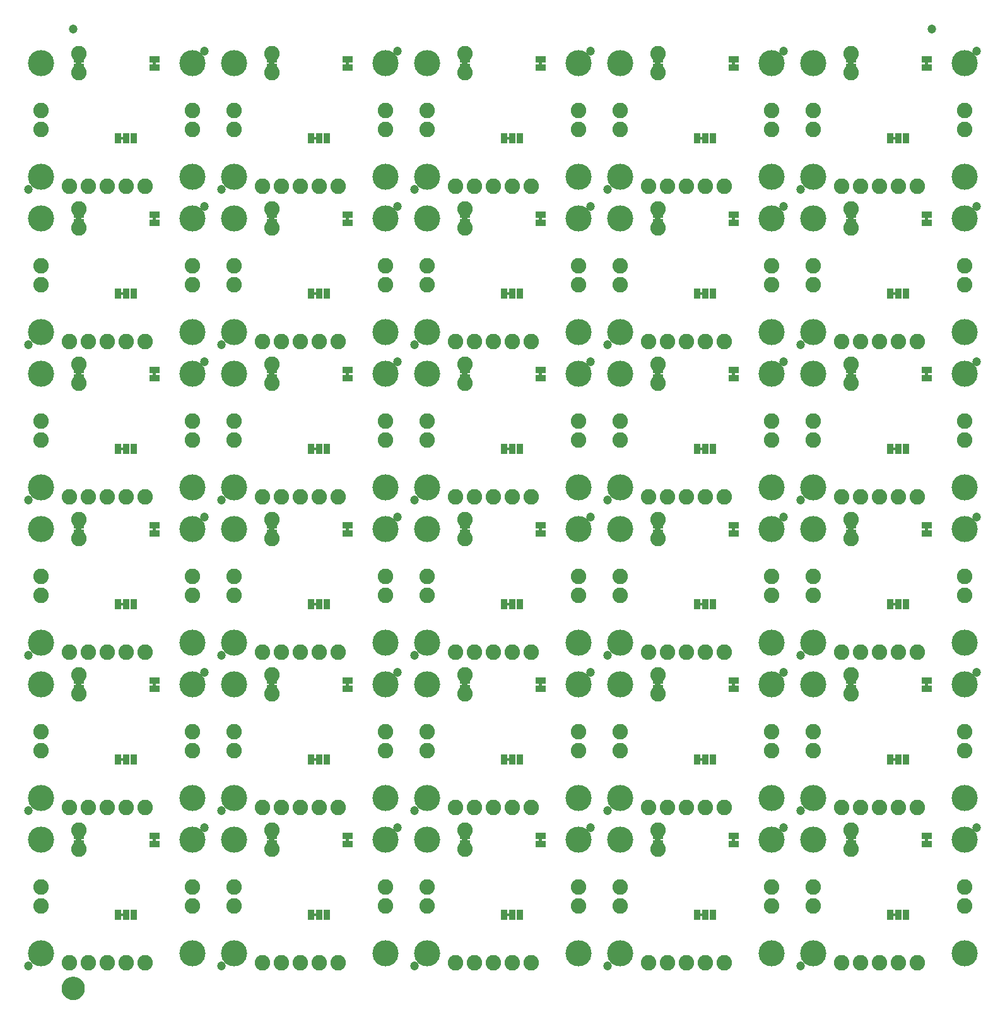
<source format=gbs>
G04 EAGLE Gerber RS-274X export*
G75*
%MOMM*%
%FSLAX34Y34*%
%LPD*%
%INSoldermask Bottom*%
%IPPOS*%
%AMOC8*
5,1,8,0,0,1.08239X$1,22.5*%
G01*
%ADD10C,3.505200*%
%ADD11C,2.082800*%
%ADD12R,1.473200X0.838200*%
%ADD13R,1.473200X0.863600*%
%ADD14C,1.203200*%
%ADD15R,0.863600X1.473200*%
%ADD16C,1.270000*%
%ADD17C,1.703200*%

G36*
X79059Y1216672D02*
X79059Y1216672D01*
X79125Y1216674D01*
X79168Y1216692D01*
X79215Y1216700D01*
X79272Y1216734D01*
X79332Y1216759D01*
X79367Y1216790D01*
X79408Y1216815D01*
X79450Y1216866D01*
X79498Y1216910D01*
X79520Y1216952D01*
X79549Y1216989D01*
X79570Y1217051D01*
X79601Y1217110D01*
X79609Y1217164D01*
X79621Y1217201D01*
X79620Y1217241D01*
X79628Y1217295D01*
X79628Y1221105D01*
X79617Y1221170D01*
X79615Y1221236D01*
X79597Y1221279D01*
X79589Y1221326D01*
X79555Y1221383D01*
X79530Y1221443D01*
X79499Y1221478D01*
X79474Y1221519D01*
X79423Y1221561D01*
X79379Y1221609D01*
X79337Y1221631D01*
X79300Y1221660D01*
X79238Y1221681D01*
X79179Y1221712D01*
X79125Y1221720D01*
X79088Y1221732D01*
X79048Y1221731D01*
X78994Y1221739D01*
X73406Y1221739D01*
X73341Y1221728D01*
X73275Y1221726D01*
X73232Y1221708D01*
X73185Y1221700D01*
X73128Y1221666D01*
X73068Y1221641D01*
X73033Y1221610D01*
X72992Y1221585D01*
X72951Y1221534D01*
X72902Y1221490D01*
X72880Y1221448D01*
X72851Y1221411D01*
X72830Y1221349D01*
X72799Y1221290D01*
X72791Y1221236D01*
X72779Y1221199D01*
X72779Y1221195D01*
X72779Y1221194D01*
X72780Y1221159D01*
X72772Y1221105D01*
X72772Y1217295D01*
X72783Y1217230D01*
X72785Y1217164D01*
X72803Y1217121D01*
X72811Y1217074D01*
X72845Y1217017D01*
X72870Y1216957D01*
X72901Y1216922D01*
X72926Y1216881D01*
X72977Y1216840D01*
X73021Y1216791D01*
X73063Y1216769D01*
X73100Y1216740D01*
X73162Y1216719D01*
X73221Y1216688D01*
X73275Y1216680D01*
X73312Y1216668D01*
X73352Y1216669D01*
X73406Y1216661D01*
X78994Y1216661D01*
X79059Y1216672D01*
G37*
G36*
X338139Y800112D02*
X338139Y800112D01*
X338205Y800114D01*
X338248Y800132D01*
X338295Y800140D01*
X338352Y800174D01*
X338412Y800199D01*
X338447Y800230D01*
X338488Y800255D01*
X338530Y800306D01*
X338578Y800350D01*
X338600Y800392D01*
X338629Y800429D01*
X338650Y800491D01*
X338681Y800550D01*
X338689Y800604D01*
X338701Y800641D01*
X338700Y800681D01*
X338708Y800735D01*
X338708Y804545D01*
X338697Y804610D01*
X338695Y804676D01*
X338677Y804719D01*
X338669Y804766D01*
X338635Y804823D01*
X338610Y804883D01*
X338579Y804918D01*
X338554Y804959D01*
X338503Y805001D01*
X338459Y805049D01*
X338417Y805071D01*
X338380Y805100D01*
X338318Y805121D01*
X338259Y805152D01*
X338205Y805160D01*
X338168Y805172D01*
X338128Y805171D01*
X338074Y805179D01*
X332486Y805179D01*
X332421Y805168D01*
X332355Y805166D01*
X332312Y805148D01*
X332265Y805140D01*
X332208Y805106D01*
X332148Y805081D01*
X332113Y805050D01*
X332072Y805025D01*
X332031Y804974D01*
X331982Y804930D01*
X331960Y804888D01*
X331931Y804851D01*
X331910Y804789D01*
X331879Y804730D01*
X331871Y804676D01*
X331859Y804639D01*
X331859Y804635D01*
X331859Y804634D01*
X331860Y804599D01*
X331852Y804545D01*
X331852Y800735D01*
X331863Y800670D01*
X331865Y800604D01*
X331883Y800561D01*
X331891Y800514D01*
X331925Y800457D01*
X331950Y800397D01*
X331981Y800362D01*
X332006Y800321D01*
X332057Y800280D01*
X332101Y800231D01*
X332143Y800209D01*
X332180Y800180D01*
X332242Y800159D01*
X332301Y800128D01*
X332355Y800120D01*
X332392Y800108D01*
X332432Y800109D01*
X332486Y800101D01*
X338074Y800101D01*
X338139Y800112D01*
G37*
G36*
X597219Y800112D02*
X597219Y800112D01*
X597285Y800114D01*
X597328Y800132D01*
X597375Y800140D01*
X597432Y800174D01*
X597492Y800199D01*
X597527Y800230D01*
X597568Y800255D01*
X597610Y800306D01*
X597658Y800350D01*
X597680Y800392D01*
X597709Y800429D01*
X597730Y800491D01*
X597761Y800550D01*
X597769Y800604D01*
X597781Y800641D01*
X597780Y800681D01*
X597788Y800735D01*
X597788Y804545D01*
X597777Y804610D01*
X597775Y804676D01*
X597757Y804719D01*
X597749Y804766D01*
X597715Y804823D01*
X597690Y804883D01*
X597659Y804918D01*
X597634Y804959D01*
X597583Y805001D01*
X597539Y805049D01*
X597497Y805071D01*
X597460Y805100D01*
X597398Y805121D01*
X597339Y805152D01*
X597285Y805160D01*
X597248Y805172D01*
X597208Y805171D01*
X597154Y805179D01*
X591566Y805179D01*
X591501Y805168D01*
X591435Y805166D01*
X591392Y805148D01*
X591345Y805140D01*
X591288Y805106D01*
X591228Y805081D01*
X591193Y805050D01*
X591152Y805025D01*
X591111Y804974D01*
X591062Y804930D01*
X591040Y804888D01*
X591011Y804851D01*
X590990Y804789D01*
X590959Y804730D01*
X590951Y804676D01*
X590939Y804639D01*
X590939Y804635D01*
X590939Y804634D01*
X590940Y804599D01*
X590932Y804545D01*
X590932Y800735D01*
X590943Y800670D01*
X590945Y800604D01*
X590963Y800561D01*
X590971Y800514D01*
X591005Y800457D01*
X591030Y800397D01*
X591061Y800362D01*
X591086Y800321D01*
X591137Y800280D01*
X591181Y800231D01*
X591223Y800209D01*
X591260Y800180D01*
X591322Y800159D01*
X591381Y800128D01*
X591435Y800120D01*
X591472Y800108D01*
X591512Y800109D01*
X591566Y800101D01*
X597154Y800101D01*
X597219Y800112D01*
G37*
G36*
X1115379Y800112D02*
X1115379Y800112D01*
X1115445Y800114D01*
X1115488Y800132D01*
X1115535Y800140D01*
X1115592Y800174D01*
X1115652Y800199D01*
X1115687Y800230D01*
X1115728Y800255D01*
X1115770Y800306D01*
X1115818Y800350D01*
X1115840Y800392D01*
X1115869Y800429D01*
X1115890Y800491D01*
X1115921Y800550D01*
X1115929Y800604D01*
X1115941Y800641D01*
X1115940Y800681D01*
X1115948Y800735D01*
X1115948Y804545D01*
X1115937Y804610D01*
X1115935Y804676D01*
X1115917Y804719D01*
X1115909Y804766D01*
X1115875Y804823D01*
X1115850Y804883D01*
X1115819Y804918D01*
X1115794Y804959D01*
X1115743Y805001D01*
X1115699Y805049D01*
X1115657Y805071D01*
X1115620Y805100D01*
X1115558Y805121D01*
X1115499Y805152D01*
X1115445Y805160D01*
X1115408Y805172D01*
X1115368Y805171D01*
X1115314Y805179D01*
X1109726Y805179D01*
X1109661Y805168D01*
X1109595Y805166D01*
X1109552Y805148D01*
X1109505Y805140D01*
X1109448Y805106D01*
X1109388Y805081D01*
X1109353Y805050D01*
X1109312Y805025D01*
X1109271Y804974D01*
X1109222Y804930D01*
X1109200Y804888D01*
X1109171Y804851D01*
X1109150Y804789D01*
X1109119Y804730D01*
X1109111Y804676D01*
X1109099Y804639D01*
X1109099Y804635D01*
X1109099Y804634D01*
X1109100Y804599D01*
X1109092Y804545D01*
X1109092Y800735D01*
X1109103Y800670D01*
X1109105Y800604D01*
X1109123Y800561D01*
X1109131Y800514D01*
X1109165Y800457D01*
X1109190Y800397D01*
X1109221Y800362D01*
X1109246Y800321D01*
X1109297Y800280D01*
X1109341Y800231D01*
X1109383Y800209D01*
X1109420Y800180D01*
X1109482Y800159D01*
X1109541Y800128D01*
X1109595Y800120D01*
X1109632Y800108D01*
X1109672Y800109D01*
X1109726Y800101D01*
X1115314Y800101D01*
X1115379Y800112D01*
G37*
G36*
X1115379Y1216672D02*
X1115379Y1216672D01*
X1115445Y1216674D01*
X1115488Y1216692D01*
X1115535Y1216700D01*
X1115592Y1216734D01*
X1115652Y1216759D01*
X1115687Y1216790D01*
X1115728Y1216815D01*
X1115770Y1216866D01*
X1115818Y1216910D01*
X1115840Y1216952D01*
X1115869Y1216989D01*
X1115890Y1217051D01*
X1115921Y1217110D01*
X1115929Y1217164D01*
X1115941Y1217201D01*
X1115940Y1217241D01*
X1115948Y1217295D01*
X1115948Y1221105D01*
X1115937Y1221170D01*
X1115935Y1221236D01*
X1115917Y1221279D01*
X1115909Y1221326D01*
X1115875Y1221383D01*
X1115850Y1221443D01*
X1115819Y1221478D01*
X1115794Y1221519D01*
X1115743Y1221561D01*
X1115699Y1221609D01*
X1115657Y1221631D01*
X1115620Y1221660D01*
X1115558Y1221681D01*
X1115499Y1221712D01*
X1115445Y1221720D01*
X1115408Y1221732D01*
X1115368Y1221731D01*
X1115314Y1221739D01*
X1109726Y1221739D01*
X1109661Y1221728D01*
X1109595Y1221726D01*
X1109552Y1221708D01*
X1109505Y1221700D01*
X1109448Y1221666D01*
X1109388Y1221641D01*
X1109353Y1221610D01*
X1109312Y1221585D01*
X1109271Y1221534D01*
X1109222Y1221490D01*
X1109200Y1221448D01*
X1109171Y1221411D01*
X1109150Y1221349D01*
X1109119Y1221290D01*
X1109111Y1221236D01*
X1109099Y1221199D01*
X1109099Y1221195D01*
X1109099Y1221194D01*
X1109100Y1221159D01*
X1109092Y1221105D01*
X1109092Y1217295D01*
X1109103Y1217230D01*
X1109105Y1217164D01*
X1109123Y1217121D01*
X1109131Y1217074D01*
X1109165Y1217017D01*
X1109190Y1216957D01*
X1109221Y1216922D01*
X1109246Y1216881D01*
X1109297Y1216840D01*
X1109341Y1216791D01*
X1109383Y1216769D01*
X1109420Y1216740D01*
X1109482Y1216719D01*
X1109541Y1216688D01*
X1109595Y1216680D01*
X1109632Y1216668D01*
X1109672Y1216669D01*
X1109726Y1216661D01*
X1115314Y1216661D01*
X1115379Y1216672D01*
G37*
G36*
X856299Y591832D02*
X856299Y591832D01*
X856365Y591834D01*
X856408Y591852D01*
X856455Y591860D01*
X856512Y591894D01*
X856572Y591919D01*
X856607Y591950D01*
X856648Y591975D01*
X856690Y592026D01*
X856738Y592070D01*
X856760Y592112D01*
X856789Y592149D01*
X856810Y592211D01*
X856841Y592270D01*
X856849Y592324D01*
X856861Y592361D01*
X856860Y592401D01*
X856868Y592455D01*
X856868Y596265D01*
X856857Y596330D01*
X856855Y596396D01*
X856837Y596439D01*
X856829Y596486D01*
X856795Y596543D01*
X856770Y596603D01*
X856739Y596638D01*
X856714Y596679D01*
X856663Y596721D01*
X856619Y596769D01*
X856577Y596791D01*
X856540Y596820D01*
X856478Y596841D01*
X856419Y596872D01*
X856365Y596880D01*
X856328Y596892D01*
X856288Y596891D01*
X856234Y596899D01*
X850646Y596899D01*
X850581Y596888D01*
X850515Y596886D01*
X850472Y596868D01*
X850425Y596860D01*
X850368Y596826D01*
X850308Y596801D01*
X850273Y596770D01*
X850232Y596745D01*
X850191Y596694D01*
X850142Y596650D01*
X850120Y596608D01*
X850091Y596571D01*
X850070Y596509D01*
X850039Y596450D01*
X850031Y596396D01*
X850019Y596359D01*
X850019Y596355D01*
X850019Y596354D01*
X850020Y596319D01*
X850012Y596265D01*
X850012Y592455D01*
X850023Y592390D01*
X850025Y592324D01*
X850043Y592281D01*
X850051Y592234D01*
X850085Y592177D01*
X850110Y592117D01*
X850141Y592082D01*
X850166Y592041D01*
X850217Y592000D01*
X850261Y591951D01*
X850303Y591929D01*
X850340Y591900D01*
X850402Y591879D01*
X850461Y591848D01*
X850515Y591840D01*
X850552Y591828D01*
X850592Y591829D01*
X850646Y591821D01*
X856234Y591821D01*
X856299Y591832D01*
G37*
G36*
X856299Y1216672D02*
X856299Y1216672D01*
X856365Y1216674D01*
X856408Y1216692D01*
X856455Y1216700D01*
X856512Y1216734D01*
X856572Y1216759D01*
X856607Y1216790D01*
X856648Y1216815D01*
X856690Y1216866D01*
X856738Y1216910D01*
X856760Y1216952D01*
X856789Y1216989D01*
X856810Y1217051D01*
X856841Y1217110D01*
X856849Y1217164D01*
X856861Y1217201D01*
X856860Y1217241D01*
X856868Y1217295D01*
X856868Y1221105D01*
X856857Y1221170D01*
X856855Y1221236D01*
X856837Y1221279D01*
X856829Y1221326D01*
X856795Y1221383D01*
X856770Y1221443D01*
X856739Y1221478D01*
X856714Y1221519D01*
X856663Y1221561D01*
X856619Y1221609D01*
X856577Y1221631D01*
X856540Y1221660D01*
X856478Y1221681D01*
X856419Y1221712D01*
X856365Y1221720D01*
X856328Y1221732D01*
X856288Y1221731D01*
X856234Y1221739D01*
X850646Y1221739D01*
X850581Y1221728D01*
X850515Y1221726D01*
X850472Y1221708D01*
X850425Y1221700D01*
X850368Y1221666D01*
X850308Y1221641D01*
X850273Y1221610D01*
X850232Y1221585D01*
X850191Y1221534D01*
X850142Y1221490D01*
X850120Y1221448D01*
X850091Y1221411D01*
X850070Y1221349D01*
X850039Y1221290D01*
X850031Y1221236D01*
X850019Y1221199D01*
X850019Y1221195D01*
X850019Y1221194D01*
X850020Y1221159D01*
X850012Y1221105D01*
X850012Y1217295D01*
X850023Y1217230D01*
X850025Y1217164D01*
X850043Y1217121D01*
X850051Y1217074D01*
X850085Y1217017D01*
X850110Y1216957D01*
X850141Y1216922D01*
X850166Y1216881D01*
X850217Y1216840D01*
X850261Y1216791D01*
X850303Y1216769D01*
X850340Y1216740D01*
X850402Y1216719D01*
X850461Y1216688D01*
X850515Y1216680D01*
X850552Y1216668D01*
X850592Y1216669D01*
X850646Y1216661D01*
X856234Y1216661D01*
X856299Y1216672D01*
G37*
G36*
X856299Y800112D02*
X856299Y800112D01*
X856365Y800114D01*
X856408Y800132D01*
X856455Y800140D01*
X856512Y800174D01*
X856572Y800199D01*
X856607Y800230D01*
X856648Y800255D01*
X856690Y800306D01*
X856738Y800350D01*
X856760Y800392D01*
X856789Y800429D01*
X856810Y800491D01*
X856841Y800550D01*
X856849Y800604D01*
X856861Y800641D01*
X856860Y800681D01*
X856868Y800735D01*
X856868Y804545D01*
X856857Y804610D01*
X856855Y804676D01*
X856837Y804719D01*
X856829Y804766D01*
X856795Y804823D01*
X856770Y804883D01*
X856739Y804918D01*
X856714Y804959D01*
X856663Y805001D01*
X856619Y805049D01*
X856577Y805071D01*
X856540Y805100D01*
X856478Y805121D01*
X856419Y805152D01*
X856365Y805160D01*
X856328Y805172D01*
X856288Y805171D01*
X856234Y805179D01*
X850646Y805179D01*
X850581Y805168D01*
X850515Y805166D01*
X850472Y805148D01*
X850425Y805140D01*
X850368Y805106D01*
X850308Y805081D01*
X850273Y805050D01*
X850232Y805025D01*
X850191Y804974D01*
X850142Y804930D01*
X850120Y804888D01*
X850091Y804851D01*
X850070Y804789D01*
X850039Y804730D01*
X850031Y804676D01*
X850019Y804639D01*
X850019Y804635D01*
X850019Y804634D01*
X850020Y804599D01*
X850012Y804545D01*
X850012Y800735D01*
X850023Y800670D01*
X850025Y800604D01*
X850043Y800561D01*
X850051Y800514D01*
X850085Y800457D01*
X850110Y800397D01*
X850141Y800362D01*
X850166Y800321D01*
X850217Y800280D01*
X850261Y800231D01*
X850303Y800209D01*
X850340Y800180D01*
X850402Y800159D01*
X850461Y800128D01*
X850515Y800120D01*
X850552Y800108D01*
X850592Y800109D01*
X850646Y800101D01*
X856234Y800101D01*
X856299Y800112D01*
G37*
G36*
X597219Y1216672D02*
X597219Y1216672D01*
X597285Y1216674D01*
X597328Y1216692D01*
X597375Y1216700D01*
X597432Y1216734D01*
X597492Y1216759D01*
X597527Y1216790D01*
X597568Y1216815D01*
X597610Y1216866D01*
X597658Y1216910D01*
X597680Y1216952D01*
X597709Y1216989D01*
X597730Y1217051D01*
X597761Y1217110D01*
X597769Y1217164D01*
X597781Y1217201D01*
X597780Y1217241D01*
X597788Y1217295D01*
X597788Y1221105D01*
X597777Y1221170D01*
X597775Y1221236D01*
X597757Y1221279D01*
X597749Y1221326D01*
X597715Y1221383D01*
X597690Y1221443D01*
X597659Y1221478D01*
X597634Y1221519D01*
X597583Y1221561D01*
X597539Y1221609D01*
X597497Y1221631D01*
X597460Y1221660D01*
X597398Y1221681D01*
X597339Y1221712D01*
X597285Y1221720D01*
X597248Y1221732D01*
X597208Y1221731D01*
X597154Y1221739D01*
X591566Y1221739D01*
X591501Y1221728D01*
X591435Y1221726D01*
X591392Y1221708D01*
X591345Y1221700D01*
X591288Y1221666D01*
X591228Y1221641D01*
X591193Y1221610D01*
X591152Y1221585D01*
X591111Y1221534D01*
X591062Y1221490D01*
X591040Y1221448D01*
X591011Y1221411D01*
X590990Y1221349D01*
X590959Y1221290D01*
X590951Y1221236D01*
X590939Y1221199D01*
X590939Y1221195D01*
X590939Y1221194D01*
X590940Y1221159D01*
X590932Y1221105D01*
X590932Y1217295D01*
X590943Y1217230D01*
X590945Y1217164D01*
X590963Y1217121D01*
X590971Y1217074D01*
X591005Y1217017D01*
X591030Y1216957D01*
X591061Y1216922D01*
X591086Y1216881D01*
X591137Y1216840D01*
X591181Y1216791D01*
X591223Y1216769D01*
X591260Y1216740D01*
X591322Y1216719D01*
X591381Y1216688D01*
X591435Y1216680D01*
X591472Y1216668D01*
X591512Y1216669D01*
X591566Y1216661D01*
X597154Y1216661D01*
X597219Y1216672D01*
G37*
G36*
X338139Y1216672D02*
X338139Y1216672D01*
X338205Y1216674D01*
X338248Y1216692D01*
X338295Y1216700D01*
X338352Y1216734D01*
X338412Y1216759D01*
X338447Y1216790D01*
X338488Y1216815D01*
X338530Y1216866D01*
X338578Y1216910D01*
X338600Y1216952D01*
X338629Y1216989D01*
X338650Y1217051D01*
X338681Y1217110D01*
X338689Y1217164D01*
X338701Y1217201D01*
X338700Y1217241D01*
X338708Y1217295D01*
X338708Y1221105D01*
X338697Y1221170D01*
X338695Y1221236D01*
X338677Y1221279D01*
X338669Y1221326D01*
X338635Y1221383D01*
X338610Y1221443D01*
X338579Y1221478D01*
X338554Y1221519D01*
X338503Y1221561D01*
X338459Y1221609D01*
X338417Y1221631D01*
X338380Y1221660D01*
X338318Y1221681D01*
X338259Y1221712D01*
X338205Y1221720D01*
X338168Y1221732D01*
X338128Y1221731D01*
X338074Y1221739D01*
X332486Y1221739D01*
X332421Y1221728D01*
X332355Y1221726D01*
X332312Y1221708D01*
X332265Y1221700D01*
X332208Y1221666D01*
X332148Y1221641D01*
X332113Y1221610D01*
X332072Y1221585D01*
X332031Y1221534D01*
X331982Y1221490D01*
X331960Y1221448D01*
X331931Y1221411D01*
X331910Y1221349D01*
X331879Y1221290D01*
X331871Y1221236D01*
X331859Y1221199D01*
X331859Y1221195D01*
X331859Y1221194D01*
X331860Y1221159D01*
X331852Y1221105D01*
X331852Y1217295D01*
X331863Y1217230D01*
X331865Y1217164D01*
X331883Y1217121D01*
X331891Y1217074D01*
X331925Y1217017D01*
X331950Y1216957D01*
X331981Y1216922D01*
X332006Y1216881D01*
X332057Y1216840D01*
X332101Y1216791D01*
X332143Y1216769D01*
X332180Y1216740D01*
X332242Y1216719D01*
X332301Y1216688D01*
X332355Y1216680D01*
X332392Y1216668D01*
X332432Y1216669D01*
X332486Y1216661D01*
X338074Y1216661D01*
X338139Y1216672D01*
G37*
G36*
X79059Y175272D02*
X79059Y175272D01*
X79125Y175274D01*
X79168Y175292D01*
X79215Y175300D01*
X79272Y175334D01*
X79332Y175359D01*
X79367Y175390D01*
X79408Y175415D01*
X79450Y175466D01*
X79498Y175510D01*
X79520Y175552D01*
X79549Y175589D01*
X79570Y175651D01*
X79601Y175710D01*
X79609Y175764D01*
X79621Y175801D01*
X79620Y175841D01*
X79628Y175895D01*
X79628Y179705D01*
X79617Y179770D01*
X79615Y179836D01*
X79597Y179879D01*
X79589Y179926D01*
X79555Y179983D01*
X79530Y180043D01*
X79499Y180078D01*
X79474Y180119D01*
X79423Y180161D01*
X79379Y180209D01*
X79337Y180231D01*
X79300Y180260D01*
X79238Y180281D01*
X79179Y180312D01*
X79125Y180320D01*
X79088Y180332D01*
X79048Y180331D01*
X78994Y180339D01*
X73406Y180339D01*
X73341Y180328D01*
X73275Y180326D01*
X73232Y180308D01*
X73185Y180300D01*
X73128Y180266D01*
X73068Y180241D01*
X73033Y180210D01*
X72992Y180185D01*
X72951Y180134D01*
X72902Y180090D01*
X72880Y180048D01*
X72851Y180011D01*
X72830Y179949D01*
X72799Y179890D01*
X72791Y179836D01*
X72779Y179799D01*
X72779Y179795D01*
X72779Y179794D01*
X72780Y179759D01*
X72772Y179705D01*
X72772Y175895D01*
X72783Y175830D01*
X72785Y175764D01*
X72803Y175721D01*
X72811Y175674D01*
X72845Y175617D01*
X72870Y175557D01*
X72901Y175522D01*
X72926Y175481D01*
X72977Y175440D01*
X73021Y175391D01*
X73063Y175369D01*
X73100Y175340D01*
X73162Y175319D01*
X73221Y175288D01*
X73275Y175280D01*
X73312Y175268D01*
X73352Y175269D01*
X73406Y175261D01*
X78994Y175261D01*
X79059Y175272D01*
G37*
G36*
X597219Y1008392D02*
X597219Y1008392D01*
X597285Y1008394D01*
X597328Y1008412D01*
X597375Y1008420D01*
X597432Y1008454D01*
X597492Y1008479D01*
X597527Y1008510D01*
X597568Y1008535D01*
X597610Y1008586D01*
X597658Y1008630D01*
X597680Y1008672D01*
X597709Y1008709D01*
X597730Y1008771D01*
X597761Y1008830D01*
X597769Y1008884D01*
X597781Y1008921D01*
X597780Y1008961D01*
X597788Y1009015D01*
X597788Y1012825D01*
X597777Y1012890D01*
X597775Y1012956D01*
X597757Y1012999D01*
X597749Y1013046D01*
X597715Y1013103D01*
X597690Y1013163D01*
X597659Y1013198D01*
X597634Y1013239D01*
X597583Y1013281D01*
X597539Y1013329D01*
X597497Y1013351D01*
X597460Y1013380D01*
X597398Y1013401D01*
X597339Y1013432D01*
X597285Y1013440D01*
X597248Y1013452D01*
X597208Y1013451D01*
X597154Y1013459D01*
X591566Y1013459D01*
X591501Y1013448D01*
X591435Y1013446D01*
X591392Y1013428D01*
X591345Y1013420D01*
X591288Y1013386D01*
X591228Y1013361D01*
X591193Y1013330D01*
X591152Y1013305D01*
X591111Y1013254D01*
X591062Y1013210D01*
X591040Y1013168D01*
X591011Y1013131D01*
X590990Y1013069D01*
X590959Y1013010D01*
X590951Y1012956D01*
X590939Y1012919D01*
X590939Y1012915D01*
X590939Y1012914D01*
X590940Y1012879D01*
X590932Y1012825D01*
X590932Y1009015D01*
X590943Y1008950D01*
X590945Y1008884D01*
X590963Y1008841D01*
X590971Y1008794D01*
X591005Y1008737D01*
X591030Y1008677D01*
X591061Y1008642D01*
X591086Y1008601D01*
X591137Y1008560D01*
X591181Y1008511D01*
X591223Y1008489D01*
X591260Y1008460D01*
X591322Y1008439D01*
X591381Y1008408D01*
X591435Y1008400D01*
X591472Y1008388D01*
X591512Y1008389D01*
X591566Y1008381D01*
X597154Y1008381D01*
X597219Y1008392D01*
G37*
G36*
X338139Y175272D02*
X338139Y175272D01*
X338205Y175274D01*
X338248Y175292D01*
X338295Y175300D01*
X338352Y175334D01*
X338412Y175359D01*
X338447Y175390D01*
X338488Y175415D01*
X338530Y175466D01*
X338578Y175510D01*
X338600Y175552D01*
X338629Y175589D01*
X338650Y175651D01*
X338681Y175710D01*
X338689Y175764D01*
X338701Y175801D01*
X338700Y175841D01*
X338708Y175895D01*
X338708Y179705D01*
X338697Y179770D01*
X338695Y179836D01*
X338677Y179879D01*
X338669Y179926D01*
X338635Y179983D01*
X338610Y180043D01*
X338579Y180078D01*
X338554Y180119D01*
X338503Y180161D01*
X338459Y180209D01*
X338417Y180231D01*
X338380Y180260D01*
X338318Y180281D01*
X338259Y180312D01*
X338205Y180320D01*
X338168Y180332D01*
X338128Y180331D01*
X338074Y180339D01*
X332486Y180339D01*
X332421Y180328D01*
X332355Y180326D01*
X332312Y180308D01*
X332265Y180300D01*
X332208Y180266D01*
X332148Y180241D01*
X332113Y180210D01*
X332072Y180185D01*
X332031Y180134D01*
X331982Y180090D01*
X331960Y180048D01*
X331931Y180011D01*
X331910Y179949D01*
X331879Y179890D01*
X331871Y179836D01*
X331859Y179799D01*
X331859Y179795D01*
X331859Y179794D01*
X331860Y179759D01*
X331852Y179705D01*
X331852Y175895D01*
X331863Y175830D01*
X331865Y175764D01*
X331883Y175721D01*
X331891Y175674D01*
X331925Y175617D01*
X331950Y175557D01*
X331981Y175522D01*
X332006Y175481D01*
X332057Y175440D01*
X332101Y175391D01*
X332143Y175369D01*
X332180Y175340D01*
X332242Y175319D01*
X332301Y175288D01*
X332355Y175280D01*
X332392Y175268D01*
X332432Y175269D01*
X332486Y175261D01*
X338074Y175261D01*
X338139Y175272D01*
G37*
G36*
X1115379Y175272D02*
X1115379Y175272D01*
X1115445Y175274D01*
X1115488Y175292D01*
X1115535Y175300D01*
X1115592Y175334D01*
X1115652Y175359D01*
X1115687Y175390D01*
X1115728Y175415D01*
X1115770Y175466D01*
X1115818Y175510D01*
X1115840Y175552D01*
X1115869Y175589D01*
X1115890Y175651D01*
X1115921Y175710D01*
X1115929Y175764D01*
X1115941Y175801D01*
X1115940Y175841D01*
X1115948Y175895D01*
X1115948Y179705D01*
X1115937Y179770D01*
X1115935Y179836D01*
X1115917Y179879D01*
X1115909Y179926D01*
X1115875Y179983D01*
X1115850Y180043D01*
X1115819Y180078D01*
X1115794Y180119D01*
X1115743Y180161D01*
X1115699Y180209D01*
X1115657Y180231D01*
X1115620Y180260D01*
X1115558Y180281D01*
X1115499Y180312D01*
X1115445Y180320D01*
X1115408Y180332D01*
X1115368Y180331D01*
X1115314Y180339D01*
X1109726Y180339D01*
X1109661Y180328D01*
X1109595Y180326D01*
X1109552Y180308D01*
X1109505Y180300D01*
X1109448Y180266D01*
X1109388Y180241D01*
X1109353Y180210D01*
X1109312Y180185D01*
X1109271Y180134D01*
X1109222Y180090D01*
X1109200Y180048D01*
X1109171Y180011D01*
X1109150Y179949D01*
X1109119Y179890D01*
X1109111Y179836D01*
X1109099Y179799D01*
X1109099Y179795D01*
X1109099Y179794D01*
X1109100Y179759D01*
X1109092Y179705D01*
X1109092Y175895D01*
X1109103Y175830D01*
X1109105Y175764D01*
X1109123Y175721D01*
X1109131Y175674D01*
X1109165Y175617D01*
X1109190Y175557D01*
X1109221Y175522D01*
X1109246Y175481D01*
X1109297Y175440D01*
X1109341Y175391D01*
X1109383Y175369D01*
X1109420Y175340D01*
X1109482Y175319D01*
X1109541Y175288D01*
X1109595Y175280D01*
X1109632Y175268D01*
X1109672Y175269D01*
X1109726Y175261D01*
X1115314Y175261D01*
X1115379Y175272D01*
G37*
G36*
X597219Y175272D02*
X597219Y175272D01*
X597285Y175274D01*
X597328Y175292D01*
X597375Y175300D01*
X597432Y175334D01*
X597492Y175359D01*
X597527Y175390D01*
X597568Y175415D01*
X597610Y175466D01*
X597658Y175510D01*
X597680Y175552D01*
X597709Y175589D01*
X597730Y175651D01*
X597761Y175710D01*
X597769Y175764D01*
X597781Y175801D01*
X597780Y175841D01*
X597788Y175895D01*
X597788Y179705D01*
X597777Y179770D01*
X597775Y179836D01*
X597757Y179879D01*
X597749Y179926D01*
X597715Y179983D01*
X597690Y180043D01*
X597659Y180078D01*
X597634Y180119D01*
X597583Y180161D01*
X597539Y180209D01*
X597497Y180231D01*
X597460Y180260D01*
X597398Y180281D01*
X597339Y180312D01*
X597285Y180320D01*
X597248Y180332D01*
X597208Y180331D01*
X597154Y180339D01*
X591566Y180339D01*
X591501Y180328D01*
X591435Y180326D01*
X591392Y180308D01*
X591345Y180300D01*
X591288Y180266D01*
X591228Y180241D01*
X591193Y180210D01*
X591152Y180185D01*
X591111Y180134D01*
X591062Y180090D01*
X591040Y180048D01*
X591011Y180011D01*
X590990Y179949D01*
X590959Y179890D01*
X590951Y179836D01*
X590939Y179799D01*
X590939Y179795D01*
X590939Y179794D01*
X590940Y179759D01*
X590932Y179705D01*
X590932Y175895D01*
X590943Y175830D01*
X590945Y175764D01*
X590963Y175721D01*
X590971Y175674D01*
X591005Y175617D01*
X591030Y175557D01*
X591061Y175522D01*
X591086Y175481D01*
X591137Y175440D01*
X591181Y175391D01*
X591223Y175369D01*
X591260Y175340D01*
X591322Y175319D01*
X591381Y175288D01*
X591435Y175280D01*
X591472Y175268D01*
X591512Y175269D01*
X591566Y175261D01*
X597154Y175261D01*
X597219Y175272D01*
G37*
G36*
X79059Y1008392D02*
X79059Y1008392D01*
X79125Y1008394D01*
X79168Y1008412D01*
X79215Y1008420D01*
X79272Y1008454D01*
X79332Y1008479D01*
X79367Y1008510D01*
X79408Y1008535D01*
X79450Y1008586D01*
X79498Y1008630D01*
X79520Y1008672D01*
X79549Y1008709D01*
X79570Y1008771D01*
X79601Y1008830D01*
X79609Y1008884D01*
X79621Y1008921D01*
X79620Y1008961D01*
X79628Y1009015D01*
X79628Y1012825D01*
X79617Y1012890D01*
X79615Y1012956D01*
X79597Y1012999D01*
X79589Y1013046D01*
X79555Y1013103D01*
X79530Y1013163D01*
X79499Y1013198D01*
X79474Y1013239D01*
X79423Y1013281D01*
X79379Y1013329D01*
X79337Y1013351D01*
X79300Y1013380D01*
X79238Y1013401D01*
X79179Y1013432D01*
X79125Y1013440D01*
X79088Y1013452D01*
X79048Y1013451D01*
X78994Y1013459D01*
X73406Y1013459D01*
X73341Y1013448D01*
X73275Y1013446D01*
X73232Y1013428D01*
X73185Y1013420D01*
X73128Y1013386D01*
X73068Y1013361D01*
X73033Y1013330D01*
X72992Y1013305D01*
X72951Y1013254D01*
X72902Y1013210D01*
X72880Y1013168D01*
X72851Y1013131D01*
X72830Y1013069D01*
X72799Y1013010D01*
X72791Y1012956D01*
X72779Y1012919D01*
X72779Y1012915D01*
X72779Y1012914D01*
X72780Y1012879D01*
X72772Y1012825D01*
X72772Y1009015D01*
X72783Y1008950D01*
X72785Y1008884D01*
X72803Y1008841D01*
X72811Y1008794D01*
X72845Y1008737D01*
X72870Y1008677D01*
X72901Y1008642D01*
X72926Y1008601D01*
X72977Y1008560D01*
X73021Y1008511D01*
X73063Y1008489D01*
X73100Y1008460D01*
X73162Y1008439D01*
X73221Y1008408D01*
X73275Y1008400D01*
X73312Y1008388D01*
X73352Y1008389D01*
X73406Y1008381D01*
X78994Y1008381D01*
X79059Y1008392D01*
G37*
G36*
X597219Y591832D02*
X597219Y591832D01*
X597285Y591834D01*
X597328Y591852D01*
X597375Y591860D01*
X597432Y591894D01*
X597492Y591919D01*
X597527Y591950D01*
X597568Y591975D01*
X597610Y592026D01*
X597658Y592070D01*
X597680Y592112D01*
X597709Y592149D01*
X597730Y592211D01*
X597761Y592270D01*
X597769Y592324D01*
X597781Y592361D01*
X597780Y592401D01*
X597788Y592455D01*
X597788Y596265D01*
X597777Y596330D01*
X597775Y596396D01*
X597757Y596439D01*
X597749Y596486D01*
X597715Y596543D01*
X597690Y596603D01*
X597659Y596638D01*
X597634Y596679D01*
X597583Y596721D01*
X597539Y596769D01*
X597497Y596791D01*
X597460Y596820D01*
X597398Y596841D01*
X597339Y596872D01*
X597285Y596880D01*
X597248Y596892D01*
X597208Y596891D01*
X597154Y596899D01*
X591566Y596899D01*
X591501Y596888D01*
X591435Y596886D01*
X591392Y596868D01*
X591345Y596860D01*
X591288Y596826D01*
X591228Y596801D01*
X591193Y596770D01*
X591152Y596745D01*
X591111Y596694D01*
X591062Y596650D01*
X591040Y596608D01*
X591011Y596571D01*
X590990Y596509D01*
X590959Y596450D01*
X590951Y596396D01*
X590939Y596359D01*
X590939Y596355D01*
X590939Y596354D01*
X590940Y596319D01*
X590932Y596265D01*
X590932Y592455D01*
X590943Y592390D01*
X590945Y592324D01*
X590963Y592281D01*
X590971Y592234D01*
X591005Y592177D01*
X591030Y592117D01*
X591061Y592082D01*
X591086Y592041D01*
X591137Y592000D01*
X591181Y591951D01*
X591223Y591929D01*
X591260Y591900D01*
X591322Y591879D01*
X591381Y591848D01*
X591435Y591840D01*
X591472Y591828D01*
X591512Y591829D01*
X591566Y591821D01*
X597154Y591821D01*
X597219Y591832D01*
G37*
G36*
X1115379Y591832D02*
X1115379Y591832D01*
X1115445Y591834D01*
X1115488Y591852D01*
X1115535Y591860D01*
X1115592Y591894D01*
X1115652Y591919D01*
X1115687Y591950D01*
X1115728Y591975D01*
X1115770Y592026D01*
X1115818Y592070D01*
X1115840Y592112D01*
X1115869Y592149D01*
X1115890Y592211D01*
X1115921Y592270D01*
X1115929Y592324D01*
X1115941Y592361D01*
X1115940Y592401D01*
X1115948Y592455D01*
X1115948Y596265D01*
X1115937Y596330D01*
X1115935Y596396D01*
X1115917Y596439D01*
X1115909Y596486D01*
X1115875Y596543D01*
X1115850Y596603D01*
X1115819Y596638D01*
X1115794Y596679D01*
X1115743Y596721D01*
X1115699Y596769D01*
X1115657Y596791D01*
X1115620Y596820D01*
X1115558Y596841D01*
X1115499Y596872D01*
X1115445Y596880D01*
X1115408Y596892D01*
X1115368Y596891D01*
X1115314Y596899D01*
X1109726Y596899D01*
X1109661Y596888D01*
X1109595Y596886D01*
X1109552Y596868D01*
X1109505Y596860D01*
X1109448Y596826D01*
X1109388Y596801D01*
X1109353Y596770D01*
X1109312Y596745D01*
X1109271Y596694D01*
X1109222Y596650D01*
X1109200Y596608D01*
X1109171Y596571D01*
X1109150Y596509D01*
X1109119Y596450D01*
X1109111Y596396D01*
X1109099Y596359D01*
X1109099Y596355D01*
X1109099Y596354D01*
X1109100Y596319D01*
X1109092Y596265D01*
X1109092Y592455D01*
X1109103Y592390D01*
X1109105Y592324D01*
X1109123Y592281D01*
X1109131Y592234D01*
X1109165Y592177D01*
X1109190Y592117D01*
X1109221Y592082D01*
X1109246Y592041D01*
X1109297Y592000D01*
X1109341Y591951D01*
X1109383Y591929D01*
X1109420Y591900D01*
X1109482Y591879D01*
X1109541Y591848D01*
X1109595Y591840D01*
X1109632Y591828D01*
X1109672Y591829D01*
X1109726Y591821D01*
X1115314Y591821D01*
X1115379Y591832D01*
G37*
G36*
X856299Y1008392D02*
X856299Y1008392D01*
X856365Y1008394D01*
X856408Y1008412D01*
X856455Y1008420D01*
X856512Y1008454D01*
X856572Y1008479D01*
X856607Y1008510D01*
X856648Y1008535D01*
X856690Y1008586D01*
X856738Y1008630D01*
X856760Y1008672D01*
X856789Y1008709D01*
X856810Y1008771D01*
X856841Y1008830D01*
X856849Y1008884D01*
X856861Y1008921D01*
X856860Y1008961D01*
X856868Y1009015D01*
X856868Y1012825D01*
X856857Y1012890D01*
X856855Y1012956D01*
X856837Y1012999D01*
X856829Y1013046D01*
X856795Y1013103D01*
X856770Y1013163D01*
X856739Y1013198D01*
X856714Y1013239D01*
X856663Y1013281D01*
X856619Y1013329D01*
X856577Y1013351D01*
X856540Y1013380D01*
X856478Y1013401D01*
X856419Y1013432D01*
X856365Y1013440D01*
X856328Y1013452D01*
X856288Y1013451D01*
X856234Y1013459D01*
X850646Y1013459D01*
X850581Y1013448D01*
X850515Y1013446D01*
X850472Y1013428D01*
X850425Y1013420D01*
X850368Y1013386D01*
X850308Y1013361D01*
X850273Y1013330D01*
X850232Y1013305D01*
X850191Y1013254D01*
X850142Y1013210D01*
X850120Y1013168D01*
X850091Y1013131D01*
X850070Y1013069D01*
X850039Y1013010D01*
X850031Y1012956D01*
X850019Y1012919D01*
X850019Y1012915D01*
X850019Y1012914D01*
X850020Y1012879D01*
X850012Y1012825D01*
X850012Y1009015D01*
X850023Y1008950D01*
X850025Y1008884D01*
X850043Y1008841D01*
X850051Y1008794D01*
X850085Y1008737D01*
X850110Y1008677D01*
X850141Y1008642D01*
X850166Y1008601D01*
X850217Y1008560D01*
X850261Y1008511D01*
X850303Y1008489D01*
X850340Y1008460D01*
X850402Y1008439D01*
X850461Y1008408D01*
X850515Y1008400D01*
X850552Y1008388D01*
X850592Y1008389D01*
X850646Y1008381D01*
X856234Y1008381D01*
X856299Y1008392D01*
G37*
G36*
X79059Y591832D02*
X79059Y591832D01*
X79125Y591834D01*
X79168Y591852D01*
X79215Y591860D01*
X79272Y591894D01*
X79332Y591919D01*
X79367Y591950D01*
X79408Y591975D01*
X79450Y592026D01*
X79498Y592070D01*
X79520Y592112D01*
X79549Y592149D01*
X79570Y592211D01*
X79601Y592270D01*
X79609Y592324D01*
X79621Y592361D01*
X79620Y592401D01*
X79628Y592455D01*
X79628Y596265D01*
X79617Y596330D01*
X79615Y596396D01*
X79597Y596439D01*
X79589Y596486D01*
X79555Y596543D01*
X79530Y596603D01*
X79499Y596638D01*
X79474Y596679D01*
X79423Y596721D01*
X79379Y596769D01*
X79337Y596791D01*
X79300Y596820D01*
X79238Y596841D01*
X79179Y596872D01*
X79125Y596880D01*
X79088Y596892D01*
X79048Y596891D01*
X78994Y596899D01*
X73406Y596899D01*
X73341Y596888D01*
X73275Y596886D01*
X73232Y596868D01*
X73185Y596860D01*
X73128Y596826D01*
X73068Y596801D01*
X73033Y596770D01*
X72992Y596745D01*
X72951Y596694D01*
X72902Y596650D01*
X72880Y596608D01*
X72851Y596571D01*
X72830Y596509D01*
X72799Y596450D01*
X72791Y596396D01*
X72779Y596359D01*
X72779Y596355D01*
X72779Y596354D01*
X72780Y596319D01*
X72772Y596265D01*
X72772Y592455D01*
X72783Y592390D01*
X72785Y592324D01*
X72803Y592281D01*
X72811Y592234D01*
X72845Y592177D01*
X72870Y592117D01*
X72901Y592082D01*
X72926Y592041D01*
X72977Y592000D01*
X73021Y591951D01*
X73063Y591929D01*
X73100Y591900D01*
X73162Y591879D01*
X73221Y591848D01*
X73275Y591840D01*
X73312Y591828D01*
X73352Y591829D01*
X73406Y591821D01*
X78994Y591821D01*
X79059Y591832D01*
G37*
G36*
X79059Y800112D02*
X79059Y800112D01*
X79125Y800114D01*
X79168Y800132D01*
X79215Y800140D01*
X79272Y800174D01*
X79332Y800199D01*
X79367Y800230D01*
X79408Y800255D01*
X79450Y800306D01*
X79498Y800350D01*
X79520Y800392D01*
X79549Y800429D01*
X79570Y800491D01*
X79601Y800550D01*
X79609Y800604D01*
X79621Y800641D01*
X79620Y800681D01*
X79628Y800735D01*
X79628Y804545D01*
X79617Y804610D01*
X79615Y804676D01*
X79597Y804719D01*
X79589Y804766D01*
X79555Y804823D01*
X79530Y804883D01*
X79499Y804918D01*
X79474Y804959D01*
X79423Y805001D01*
X79379Y805049D01*
X79337Y805071D01*
X79300Y805100D01*
X79238Y805121D01*
X79179Y805152D01*
X79125Y805160D01*
X79088Y805172D01*
X79048Y805171D01*
X78994Y805179D01*
X73406Y805179D01*
X73341Y805168D01*
X73275Y805166D01*
X73232Y805148D01*
X73185Y805140D01*
X73128Y805106D01*
X73068Y805081D01*
X73033Y805050D01*
X72992Y805025D01*
X72951Y804974D01*
X72902Y804930D01*
X72880Y804888D01*
X72851Y804851D01*
X72830Y804789D01*
X72799Y804730D01*
X72791Y804676D01*
X72779Y804639D01*
X72779Y804635D01*
X72779Y804634D01*
X72780Y804599D01*
X72772Y804545D01*
X72772Y800735D01*
X72783Y800670D01*
X72785Y800604D01*
X72803Y800561D01*
X72811Y800514D01*
X72845Y800457D01*
X72870Y800397D01*
X72901Y800362D01*
X72926Y800321D01*
X72977Y800280D01*
X73021Y800231D01*
X73063Y800209D01*
X73100Y800180D01*
X73162Y800159D01*
X73221Y800128D01*
X73275Y800120D01*
X73312Y800108D01*
X73352Y800109D01*
X73406Y800101D01*
X78994Y800101D01*
X79059Y800112D01*
G37*
G36*
X338139Y1008392D02*
X338139Y1008392D01*
X338205Y1008394D01*
X338248Y1008412D01*
X338295Y1008420D01*
X338352Y1008454D01*
X338412Y1008479D01*
X338447Y1008510D01*
X338488Y1008535D01*
X338530Y1008586D01*
X338578Y1008630D01*
X338600Y1008672D01*
X338629Y1008709D01*
X338650Y1008771D01*
X338681Y1008830D01*
X338689Y1008884D01*
X338701Y1008921D01*
X338700Y1008961D01*
X338708Y1009015D01*
X338708Y1012825D01*
X338697Y1012890D01*
X338695Y1012956D01*
X338677Y1012999D01*
X338669Y1013046D01*
X338635Y1013103D01*
X338610Y1013163D01*
X338579Y1013198D01*
X338554Y1013239D01*
X338503Y1013281D01*
X338459Y1013329D01*
X338417Y1013351D01*
X338380Y1013380D01*
X338318Y1013401D01*
X338259Y1013432D01*
X338205Y1013440D01*
X338168Y1013452D01*
X338128Y1013451D01*
X338074Y1013459D01*
X332486Y1013459D01*
X332421Y1013448D01*
X332355Y1013446D01*
X332312Y1013428D01*
X332265Y1013420D01*
X332208Y1013386D01*
X332148Y1013361D01*
X332113Y1013330D01*
X332072Y1013305D01*
X332031Y1013254D01*
X331982Y1013210D01*
X331960Y1013168D01*
X331931Y1013131D01*
X331910Y1013069D01*
X331879Y1013010D01*
X331871Y1012956D01*
X331859Y1012919D01*
X331859Y1012915D01*
X331859Y1012914D01*
X331860Y1012879D01*
X331852Y1012825D01*
X331852Y1009015D01*
X331863Y1008950D01*
X331865Y1008884D01*
X331883Y1008841D01*
X331891Y1008794D01*
X331925Y1008737D01*
X331950Y1008677D01*
X331981Y1008642D01*
X332006Y1008601D01*
X332057Y1008560D01*
X332101Y1008511D01*
X332143Y1008489D01*
X332180Y1008460D01*
X332242Y1008439D01*
X332301Y1008408D01*
X332355Y1008400D01*
X332392Y1008388D01*
X332432Y1008389D01*
X332486Y1008381D01*
X338074Y1008381D01*
X338139Y1008392D01*
G37*
G36*
X856299Y175272D02*
X856299Y175272D01*
X856365Y175274D01*
X856408Y175292D01*
X856455Y175300D01*
X856512Y175334D01*
X856572Y175359D01*
X856607Y175390D01*
X856648Y175415D01*
X856690Y175466D01*
X856738Y175510D01*
X856760Y175552D01*
X856789Y175589D01*
X856810Y175651D01*
X856841Y175710D01*
X856849Y175764D01*
X856861Y175801D01*
X856860Y175841D01*
X856868Y175895D01*
X856868Y179705D01*
X856857Y179770D01*
X856855Y179836D01*
X856837Y179879D01*
X856829Y179926D01*
X856795Y179983D01*
X856770Y180043D01*
X856739Y180078D01*
X856714Y180119D01*
X856663Y180161D01*
X856619Y180209D01*
X856577Y180231D01*
X856540Y180260D01*
X856478Y180281D01*
X856419Y180312D01*
X856365Y180320D01*
X856328Y180332D01*
X856288Y180331D01*
X856234Y180339D01*
X850646Y180339D01*
X850581Y180328D01*
X850515Y180326D01*
X850472Y180308D01*
X850425Y180300D01*
X850368Y180266D01*
X850308Y180241D01*
X850273Y180210D01*
X850232Y180185D01*
X850191Y180134D01*
X850142Y180090D01*
X850120Y180048D01*
X850091Y180011D01*
X850070Y179949D01*
X850039Y179890D01*
X850031Y179836D01*
X850019Y179799D01*
X850019Y179795D01*
X850019Y179794D01*
X850020Y179759D01*
X850012Y179705D01*
X850012Y175895D01*
X850023Y175830D01*
X850025Y175764D01*
X850043Y175721D01*
X850051Y175674D01*
X850085Y175617D01*
X850110Y175557D01*
X850141Y175522D01*
X850166Y175481D01*
X850217Y175440D01*
X850261Y175391D01*
X850303Y175369D01*
X850340Y175340D01*
X850402Y175319D01*
X850461Y175288D01*
X850515Y175280D01*
X850552Y175268D01*
X850592Y175269D01*
X850646Y175261D01*
X856234Y175261D01*
X856299Y175272D01*
G37*
G36*
X1115379Y1008392D02*
X1115379Y1008392D01*
X1115445Y1008394D01*
X1115488Y1008412D01*
X1115535Y1008420D01*
X1115592Y1008454D01*
X1115652Y1008479D01*
X1115687Y1008510D01*
X1115728Y1008535D01*
X1115770Y1008586D01*
X1115818Y1008630D01*
X1115840Y1008672D01*
X1115869Y1008709D01*
X1115890Y1008771D01*
X1115921Y1008830D01*
X1115929Y1008884D01*
X1115941Y1008921D01*
X1115940Y1008961D01*
X1115948Y1009015D01*
X1115948Y1012825D01*
X1115937Y1012890D01*
X1115935Y1012956D01*
X1115917Y1012999D01*
X1115909Y1013046D01*
X1115875Y1013103D01*
X1115850Y1013163D01*
X1115819Y1013198D01*
X1115794Y1013239D01*
X1115743Y1013281D01*
X1115699Y1013329D01*
X1115657Y1013351D01*
X1115620Y1013380D01*
X1115558Y1013401D01*
X1115499Y1013432D01*
X1115445Y1013440D01*
X1115408Y1013452D01*
X1115368Y1013451D01*
X1115314Y1013459D01*
X1109726Y1013459D01*
X1109661Y1013448D01*
X1109595Y1013446D01*
X1109552Y1013428D01*
X1109505Y1013420D01*
X1109448Y1013386D01*
X1109388Y1013361D01*
X1109353Y1013330D01*
X1109312Y1013305D01*
X1109271Y1013254D01*
X1109222Y1013210D01*
X1109200Y1013168D01*
X1109171Y1013131D01*
X1109150Y1013069D01*
X1109119Y1013010D01*
X1109111Y1012956D01*
X1109099Y1012919D01*
X1109099Y1012915D01*
X1109099Y1012914D01*
X1109100Y1012879D01*
X1109092Y1012825D01*
X1109092Y1009015D01*
X1109103Y1008950D01*
X1109105Y1008884D01*
X1109123Y1008841D01*
X1109131Y1008794D01*
X1109165Y1008737D01*
X1109190Y1008677D01*
X1109221Y1008642D01*
X1109246Y1008601D01*
X1109297Y1008560D01*
X1109341Y1008511D01*
X1109383Y1008489D01*
X1109420Y1008460D01*
X1109482Y1008439D01*
X1109541Y1008408D01*
X1109595Y1008400D01*
X1109632Y1008388D01*
X1109672Y1008389D01*
X1109726Y1008381D01*
X1115314Y1008381D01*
X1115379Y1008392D01*
G37*
G36*
X338139Y591832D02*
X338139Y591832D01*
X338205Y591834D01*
X338248Y591852D01*
X338295Y591860D01*
X338352Y591894D01*
X338412Y591919D01*
X338447Y591950D01*
X338488Y591975D01*
X338530Y592026D01*
X338578Y592070D01*
X338600Y592112D01*
X338629Y592149D01*
X338650Y592211D01*
X338681Y592270D01*
X338689Y592324D01*
X338701Y592361D01*
X338700Y592401D01*
X338708Y592455D01*
X338708Y596265D01*
X338697Y596330D01*
X338695Y596396D01*
X338677Y596439D01*
X338669Y596486D01*
X338635Y596543D01*
X338610Y596603D01*
X338579Y596638D01*
X338554Y596679D01*
X338503Y596721D01*
X338459Y596769D01*
X338417Y596791D01*
X338380Y596820D01*
X338318Y596841D01*
X338259Y596872D01*
X338205Y596880D01*
X338168Y596892D01*
X338128Y596891D01*
X338074Y596899D01*
X332486Y596899D01*
X332421Y596888D01*
X332355Y596886D01*
X332312Y596868D01*
X332265Y596860D01*
X332208Y596826D01*
X332148Y596801D01*
X332113Y596770D01*
X332072Y596745D01*
X332031Y596694D01*
X331982Y596650D01*
X331960Y596608D01*
X331931Y596571D01*
X331910Y596509D01*
X331879Y596450D01*
X331871Y596396D01*
X331859Y596359D01*
X331859Y596355D01*
X331859Y596354D01*
X331860Y596319D01*
X331852Y596265D01*
X331852Y592455D01*
X331863Y592390D01*
X331865Y592324D01*
X331883Y592281D01*
X331891Y592234D01*
X331925Y592177D01*
X331950Y592117D01*
X331981Y592082D01*
X332006Y592041D01*
X332057Y592000D01*
X332101Y591951D01*
X332143Y591929D01*
X332180Y591900D01*
X332242Y591879D01*
X332301Y591848D01*
X332355Y591840D01*
X332392Y591828D01*
X332432Y591829D01*
X332486Y591821D01*
X338074Y591821D01*
X338139Y591832D01*
G37*
G36*
X597219Y383552D02*
X597219Y383552D01*
X597285Y383554D01*
X597328Y383572D01*
X597375Y383580D01*
X597432Y383614D01*
X597492Y383639D01*
X597527Y383670D01*
X597568Y383695D01*
X597610Y383746D01*
X597658Y383790D01*
X597680Y383832D01*
X597709Y383869D01*
X597730Y383931D01*
X597761Y383990D01*
X597769Y384044D01*
X597781Y384081D01*
X597780Y384121D01*
X597788Y384175D01*
X597788Y387985D01*
X597777Y388050D01*
X597775Y388116D01*
X597757Y388159D01*
X597749Y388206D01*
X597715Y388263D01*
X597690Y388323D01*
X597659Y388358D01*
X597634Y388399D01*
X597583Y388441D01*
X597539Y388489D01*
X597497Y388511D01*
X597460Y388540D01*
X597398Y388561D01*
X597339Y388592D01*
X597285Y388600D01*
X597248Y388612D01*
X597208Y388611D01*
X597154Y388619D01*
X591566Y388619D01*
X591501Y388608D01*
X591435Y388606D01*
X591392Y388588D01*
X591345Y388580D01*
X591288Y388546D01*
X591228Y388521D01*
X591193Y388490D01*
X591152Y388465D01*
X591111Y388414D01*
X591062Y388370D01*
X591040Y388328D01*
X591011Y388291D01*
X590990Y388229D01*
X590959Y388170D01*
X590951Y388116D01*
X590939Y388079D01*
X590939Y388075D01*
X590939Y388074D01*
X590940Y388039D01*
X590932Y387985D01*
X590932Y384175D01*
X590943Y384110D01*
X590945Y384044D01*
X590963Y384001D01*
X590971Y383954D01*
X591005Y383897D01*
X591030Y383837D01*
X591061Y383802D01*
X591086Y383761D01*
X591137Y383720D01*
X591181Y383671D01*
X591223Y383649D01*
X591260Y383620D01*
X591322Y383599D01*
X591381Y383568D01*
X591435Y383560D01*
X591472Y383548D01*
X591512Y383549D01*
X591566Y383541D01*
X597154Y383541D01*
X597219Y383552D01*
G37*
G36*
X1115379Y383552D02*
X1115379Y383552D01*
X1115445Y383554D01*
X1115488Y383572D01*
X1115535Y383580D01*
X1115592Y383614D01*
X1115652Y383639D01*
X1115687Y383670D01*
X1115728Y383695D01*
X1115770Y383746D01*
X1115818Y383790D01*
X1115840Y383832D01*
X1115869Y383869D01*
X1115890Y383931D01*
X1115921Y383990D01*
X1115929Y384044D01*
X1115941Y384081D01*
X1115940Y384121D01*
X1115948Y384175D01*
X1115948Y387985D01*
X1115937Y388050D01*
X1115935Y388116D01*
X1115917Y388159D01*
X1115909Y388206D01*
X1115875Y388263D01*
X1115850Y388323D01*
X1115819Y388358D01*
X1115794Y388399D01*
X1115743Y388441D01*
X1115699Y388489D01*
X1115657Y388511D01*
X1115620Y388540D01*
X1115558Y388561D01*
X1115499Y388592D01*
X1115445Y388600D01*
X1115408Y388612D01*
X1115368Y388611D01*
X1115314Y388619D01*
X1109726Y388619D01*
X1109661Y388608D01*
X1109595Y388606D01*
X1109552Y388588D01*
X1109505Y388580D01*
X1109448Y388546D01*
X1109388Y388521D01*
X1109353Y388490D01*
X1109312Y388465D01*
X1109271Y388414D01*
X1109222Y388370D01*
X1109200Y388328D01*
X1109171Y388291D01*
X1109150Y388229D01*
X1109119Y388170D01*
X1109111Y388116D01*
X1109099Y388079D01*
X1109099Y388075D01*
X1109099Y388074D01*
X1109100Y388039D01*
X1109092Y387985D01*
X1109092Y384175D01*
X1109103Y384110D01*
X1109105Y384044D01*
X1109123Y384001D01*
X1109131Y383954D01*
X1109165Y383897D01*
X1109190Y383837D01*
X1109221Y383802D01*
X1109246Y383761D01*
X1109297Y383720D01*
X1109341Y383671D01*
X1109383Y383649D01*
X1109420Y383620D01*
X1109482Y383599D01*
X1109541Y383568D01*
X1109595Y383560D01*
X1109632Y383548D01*
X1109672Y383549D01*
X1109726Y383541D01*
X1115314Y383541D01*
X1115379Y383552D01*
G37*
G36*
X79059Y383552D02*
X79059Y383552D01*
X79125Y383554D01*
X79168Y383572D01*
X79215Y383580D01*
X79272Y383614D01*
X79332Y383639D01*
X79367Y383670D01*
X79408Y383695D01*
X79450Y383746D01*
X79498Y383790D01*
X79520Y383832D01*
X79549Y383869D01*
X79570Y383931D01*
X79601Y383990D01*
X79609Y384044D01*
X79621Y384081D01*
X79620Y384121D01*
X79628Y384175D01*
X79628Y387985D01*
X79617Y388050D01*
X79615Y388116D01*
X79597Y388159D01*
X79589Y388206D01*
X79555Y388263D01*
X79530Y388323D01*
X79499Y388358D01*
X79474Y388399D01*
X79423Y388441D01*
X79379Y388489D01*
X79337Y388511D01*
X79300Y388540D01*
X79238Y388561D01*
X79179Y388592D01*
X79125Y388600D01*
X79088Y388612D01*
X79048Y388611D01*
X78994Y388619D01*
X73406Y388619D01*
X73341Y388608D01*
X73275Y388606D01*
X73232Y388588D01*
X73185Y388580D01*
X73128Y388546D01*
X73068Y388521D01*
X73033Y388490D01*
X72992Y388465D01*
X72951Y388414D01*
X72902Y388370D01*
X72880Y388328D01*
X72851Y388291D01*
X72830Y388229D01*
X72799Y388170D01*
X72791Y388116D01*
X72779Y388079D01*
X72779Y388075D01*
X72779Y388074D01*
X72780Y388039D01*
X72772Y387985D01*
X72772Y384175D01*
X72783Y384110D01*
X72785Y384044D01*
X72803Y384001D01*
X72811Y383954D01*
X72845Y383897D01*
X72870Y383837D01*
X72901Y383802D01*
X72926Y383761D01*
X72977Y383720D01*
X73021Y383671D01*
X73063Y383649D01*
X73100Y383620D01*
X73162Y383599D01*
X73221Y383568D01*
X73275Y383560D01*
X73312Y383548D01*
X73352Y383549D01*
X73406Y383541D01*
X78994Y383541D01*
X79059Y383552D01*
G37*
G36*
X338139Y383552D02*
X338139Y383552D01*
X338205Y383554D01*
X338248Y383572D01*
X338295Y383580D01*
X338352Y383614D01*
X338412Y383639D01*
X338447Y383670D01*
X338488Y383695D01*
X338530Y383746D01*
X338578Y383790D01*
X338600Y383832D01*
X338629Y383869D01*
X338650Y383931D01*
X338681Y383990D01*
X338689Y384044D01*
X338701Y384081D01*
X338700Y384121D01*
X338708Y384175D01*
X338708Y387985D01*
X338697Y388050D01*
X338695Y388116D01*
X338677Y388159D01*
X338669Y388206D01*
X338635Y388263D01*
X338610Y388323D01*
X338579Y388358D01*
X338554Y388399D01*
X338503Y388441D01*
X338459Y388489D01*
X338417Y388511D01*
X338380Y388540D01*
X338318Y388561D01*
X338259Y388592D01*
X338205Y388600D01*
X338168Y388612D01*
X338128Y388611D01*
X338074Y388619D01*
X332486Y388619D01*
X332421Y388608D01*
X332355Y388606D01*
X332312Y388588D01*
X332265Y388580D01*
X332208Y388546D01*
X332148Y388521D01*
X332113Y388490D01*
X332072Y388465D01*
X332031Y388414D01*
X331982Y388370D01*
X331960Y388328D01*
X331931Y388291D01*
X331910Y388229D01*
X331879Y388170D01*
X331871Y388116D01*
X331859Y388079D01*
X331859Y388075D01*
X331859Y388074D01*
X331860Y388039D01*
X331852Y387985D01*
X331852Y384175D01*
X331863Y384110D01*
X331865Y384044D01*
X331883Y384001D01*
X331891Y383954D01*
X331925Y383897D01*
X331950Y383837D01*
X331981Y383802D01*
X332006Y383761D01*
X332057Y383720D01*
X332101Y383671D01*
X332143Y383649D01*
X332180Y383620D01*
X332242Y383599D01*
X332301Y383568D01*
X332355Y383560D01*
X332392Y383548D01*
X332432Y383549D01*
X332486Y383541D01*
X338074Y383541D01*
X338139Y383552D01*
G37*
G36*
X856299Y383552D02*
X856299Y383552D01*
X856365Y383554D01*
X856408Y383572D01*
X856455Y383580D01*
X856512Y383614D01*
X856572Y383639D01*
X856607Y383670D01*
X856648Y383695D01*
X856690Y383746D01*
X856738Y383790D01*
X856760Y383832D01*
X856789Y383869D01*
X856810Y383931D01*
X856841Y383990D01*
X856849Y384044D01*
X856861Y384081D01*
X856860Y384121D01*
X856868Y384175D01*
X856868Y387985D01*
X856857Y388050D01*
X856855Y388116D01*
X856837Y388159D01*
X856829Y388206D01*
X856795Y388263D01*
X856770Y388323D01*
X856739Y388358D01*
X856714Y388399D01*
X856663Y388441D01*
X856619Y388489D01*
X856577Y388511D01*
X856540Y388540D01*
X856478Y388561D01*
X856419Y388592D01*
X856365Y388600D01*
X856328Y388612D01*
X856288Y388611D01*
X856234Y388619D01*
X850646Y388619D01*
X850581Y388608D01*
X850515Y388606D01*
X850472Y388588D01*
X850425Y388580D01*
X850368Y388546D01*
X850308Y388521D01*
X850273Y388490D01*
X850232Y388465D01*
X850191Y388414D01*
X850142Y388370D01*
X850120Y388328D01*
X850091Y388291D01*
X850070Y388229D01*
X850039Y388170D01*
X850031Y388116D01*
X850019Y388079D01*
X850019Y388075D01*
X850019Y388074D01*
X850020Y388039D01*
X850012Y387985D01*
X850012Y384175D01*
X850023Y384110D01*
X850025Y384044D01*
X850043Y384001D01*
X850051Y383954D01*
X850085Y383897D01*
X850110Y383837D01*
X850141Y383802D01*
X850166Y383761D01*
X850217Y383720D01*
X850261Y383671D01*
X850303Y383649D01*
X850340Y383620D01*
X850402Y383599D01*
X850461Y383568D01*
X850515Y383560D01*
X850552Y383548D01*
X850592Y383549D01*
X850646Y383541D01*
X856234Y383541D01*
X856299Y383552D01*
G37*
G36*
X956375Y1216672D02*
X956375Y1216672D01*
X956441Y1216674D01*
X956484Y1216692D01*
X956531Y1216700D01*
X956588Y1216734D01*
X956648Y1216759D01*
X956683Y1216790D01*
X956724Y1216815D01*
X956766Y1216866D01*
X956814Y1216910D01*
X956836Y1216952D01*
X956865Y1216989D01*
X956886Y1217051D01*
X956917Y1217110D01*
X956925Y1217164D01*
X956937Y1217201D01*
X956936Y1217241D01*
X956944Y1217295D01*
X956944Y1221105D01*
X956933Y1221170D01*
X956931Y1221236D01*
X956913Y1221279D01*
X956905Y1221326D01*
X956871Y1221383D01*
X956846Y1221443D01*
X956815Y1221478D01*
X956790Y1221519D01*
X956739Y1221561D01*
X956695Y1221609D01*
X956653Y1221631D01*
X956616Y1221660D01*
X956554Y1221681D01*
X956495Y1221712D01*
X956441Y1221720D01*
X956404Y1221732D01*
X956364Y1221731D01*
X956310Y1221739D01*
X953770Y1221739D01*
X953705Y1221728D01*
X953639Y1221726D01*
X953596Y1221708D01*
X953549Y1221700D01*
X953492Y1221666D01*
X953432Y1221641D01*
X953397Y1221610D01*
X953356Y1221585D01*
X953315Y1221534D01*
X953266Y1221490D01*
X953244Y1221448D01*
X953215Y1221411D01*
X953194Y1221349D01*
X953163Y1221290D01*
X953155Y1221236D01*
X953143Y1221199D01*
X953143Y1221195D01*
X953143Y1221194D01*
X953144Y1221159D01*
X953136Y1221105D01*
X953136Y1217295D01*
X953147Y1217230D01*
X953149Y1217164D01*
X953167Y1217121D01*
X953175Y1217074D01*
X953209Y1217017D01*
X953234Y1216957D01*
X953265Y1216922D01*
X953290Y1216881D01*
X953341Y1216840D01*
X953385Y1216791D01*
X953427Y1216769D01*
X953464Y1216740D01*
X953526Y1216719D01*
X953585Y1216688D01*
X953639Y1216680D01*
X953676Y1216668D01*
X953716Y1216669D01*
X953770Y1216661D01*
X956310Y1216661D01*
X956375Y1216672D01*
G37*
G36*
X1215455Y1216672D02*
X1215455Y1216672D01*
X1215521Y1216674D01*
X1215564Y1216692D01*
X1215611Y1216700D01*
X1215668Y1216734D01*
X1215728Y1216759D01*
X1215763Y1216790D01*
X1215804Y1216815D01*
X1215846Y1216866D01*
X1215894Y1216910D01*
X1215916Y1216952D01*
X1215945Y1216989D01*
X1215966Y1217051D01*
X1215997Y1217110D01*
X1216005Y1217164D01*
X1216017Y1217201D01*
X1216016Y1217241D01*
X1216024Y1217295D01*
X1216024Y1221105D01*
X1216013Y1221170D01*
X1216011Y1221236D01*
X1215993Y1221279D01*
X1215985Y1221326D01*
X1215951Y1221383D01*
X1215926Y1221443D01*
X1215895Y1221478D01*
X1215870Y1221519D01*
X1215819Y1221561D01*
X1215775Y1221609D01*
X1215733Y1221631D01*
X1215696Y1221660D01*
X1215634Y1221681D01*
X1215575Y1221712D01*
X1215521Y1221720D01*
X1215484Y1221732D01*
X1215444Y1221731D01*
X1215390Y1221739D01*
X1212850Y1221739D01*
X1212785Y1221728D01*
X1212719Y1221726D01*
X1212676Y1221708D01*
X1212629Y1221700D01*
X1212572Y1221666D01*
X1212512Y1221641D01*
X1212477Y1221610D01*
X1212436Y1221585D01*
X1212395Y1221534D01*
X1212346Y1221490D01*
X1212324Y1221448D01*
X1212295Y1221411D01*
X1212274Y1221349D01*
X1212243Y1221290D01*
X1212235Y1221236D01*
X1212223Y1221199D01*
X1212223Y1221195D01*
X1212223Y1221194D01*
X1212224Y1221159D01*
X1212216Y1221105D01*
X1212216Y1217295D01*
X1212227Y1217230D01*
X1212229Y1217164D01*
X1212247Y1217121D01*
X1212255Y1217074D01*
X1212289Y1217017D01*
X1212314Y1216957D01*
X1212345Y1216922D01*
X1212370Y1216881D01*
X1212421Y1216840D01*
X1212465Y1216791D01*
X1212507Y1216769D01*
X1212544Y1216740D01*
X1212606Y1216719D01*
X1212665Y1216688D01*
X1212719Y1216680D01*
X1212756Y1216668D01*
X1212796Y1216669D01*
X1212850Y1216661D01*
X1215390Y1216661D01*
X1215455Y1216672D01*
G37*
G36*
X697295Y1216672D02*
X697295Y1216672D01*
X697361Y1216674D01*
X697404Y1216692D01*
X697451Y1216700D01*
X697508Y1216734D01*
X697568Y1216759D01*
X697603Y1216790D01*
X697644Y1216815D01*
X697686Y1216866D01*
X697734Y1216910D01*
X697756Y1216952D01*
X697785Y1216989D01*
X697806Y1217051D01*
X697837Y1217110D01*
X697845Y1217164D01*
X697857Y1217201D01*
X697856Y1217241D01*
X697864Y1217295D01*
X697864Y1221105D01*
X697853Y1221170D01*
X697851Y1221236D01*
X697833Y1221279D01*
X697825Y1221326D01*
X697791Y1221383D01*
X697766Y1221443D01*
X697735Y1221478D01*
X697710Y1221519D01*
X697659Y1221561D01*
X697615Y1221609D01*
X697573Y1221631D01*
X697536Y1221660D01*
X697474Y1221681D01*
X697415Y1221712D01*
X697361Y1221720D01*
X697324Y1221732D01*
X697284Y1221731D01*
X697230Y1221739D01*
X694690Y1221739D01*
X694625Y1221728D01*
X694559Y1221726D01*
X694516Y1221708D01*
X694469Y1221700D01*
X694412Y1221666D01*
X694352Y1221641D01*
X694317Y1221610D01*
X694276Y1221585D01*
X694235Y1221534D01*
X694186Y1221490D01*
X694164Y1221448D01*
X694135Y1221411D01*
X694114Y1221349D01*
X694083Y1221290D01*
X694075Y1221236D01*
X694063Y1221199D01*
X694063Y1221195D01*
X694063Y1221194D01*
X694064Y1221159D01*
X694056Y1221105D01*
X694056Y1217295D01*
X694067Y1217230D01*
X694069Y1217164D01*
X694087Y1217121D01*
X694095Y1217074D01*
X694129Y1217017D01*
X694154Y1216957D01*
X694185Y1216922D01*
X694210Y1216881D01*
X694261Y1216840D01*
X694305Y1216791D01*
X694347Y1216769D01*
X694384Y1216740D01*
X694446Y1216719D01*
X694505Y1216688D01*
X694559Y1216680D01*
X694596Y1216668D01*
X694636Y1216669D01*
X694690Y1216661D01*
X697230Y1216661D01*
X697295Y1216672D01*
G37*
G36*
X438215Y1216672D02*
X438215Y1216672D01*
X438281Y1216674D01*
X438324Y1216692D01*
X438371Y1216700D01*
X438428Y1216734D01*
X438488Y1216759D01*
X438523Y1216790D01*
X438564Y1216815D01*
X438606Y1216866D01*
X438654Y1216910D01*
X438676Y1216952D01*
X438705Y1216989D01*
X438726Y1217051D01*
X438757Y1217110D01*
X438765Y1217164D01*
X438777Y1217201D01*
X438776Y1217241D01*
X438784Y1217295D01*
X438784Y1221105D01*
X438773Y1221170D01*
X438771Y1221236D01*
X438753Y1221279D01*
X438745Y1221326D01*
X438711Y1221383D01*
X438686Y1221443D01*
X438655Y1221478D01*
X438630Y1221519D01*
X438579Y1221561D01*
X438535Y1221609D01*
X438493Y1221631D01*
X438456Y1221660D01*
X438394Y1221681D01*
X438335Y1221712D01*
X438281Y1221720D01*
X438244Y1221732D01*
X438204Y1221731D01*
X438150Y1221739D01*
X435610Y1221739D01*
X435545Y1221728D01*
X435479Y1221726D01*
X435436Y1221708D01*
X435389Y1221700D01*
X435332Y1221666D01*
X435272Y1221641D01*
X435237Y1221610D01*
X435196Y1221585D01*
X435155Y1221534D01*
X435106Y1221490D01*
X435084Y1221448D01*
X435055Y1221411D01*
X435034Y1221349D01*
X435003Y1221290D01*
X434995Y1221236D01*
X434983Y1221199D01*
X434983Y1221195D01*
X434983Y1221194D01*
X434984Y1221159D01*
X434976Y1221105D01*
X434976Y1217295D01*
X434987Y1217230D01*
X434989Y1217164D01*
X435007Y1217121D01*
X435015Y1217074D01*
X435049Y1217017D01*
X435074Y1216957D01*
X435105Y1216922D01*
X435130Y1216881D01*
X435181Y1216840D01*
X435225Y1216791D01*
X435267Y1216769D01*
X435304Y1216740D01*
X435366Y1216719D01*
X435425Y1216688D01*
X435479Y1216680D01*
X435516Y1216668D01*
X435556Y1216669D01*
X435610Y1216661D01*
X438150Y1216661D01*
X438215Y1216672D01*
G37*
G36*
X179135Y1216672D02*
X179135Y1216672D01*
X179201Y1216674D01*
X179244Y1216692D01*
X179291Y1216700D01*
X179348Y1216734D01*
X179408Y1216759D01*
X179443Y1216790D01*
X179484Y1216815D01*
X179526Y1216866D01*
X179574Y1216910D01*
X179596Y1216952D01*
X179625Y1216989D01*
X179646Y1217051D01*
X179677Y1217110D01*
X179685Y1217164D01*
X179697Y1217201D01*
X179696Y1217241D01*
X179704Y1217295D01*
X179704Y1221105D01*
X179693Y1221170D01*
X179691Y1221236D01*
X179673Y1221279D01*
X179665Y1221326D01*
X179631Y1221383D01*
X179606Y1221443D01*
X179575Y1221478D01*
X179550Y1221519D01*
X179499Y1221561D01*
X179455Y1221609D01*
X179413Y1221631D01*
X179376Y1221660D01*
X179314Y1221681D01*
X179255Y1221712D01*
X179201Y1221720D01*
X179164Y1221732D01*
X179124Y1221731D01*
X179070Y1221739D01*
X176530Y1221739D01*
X176465Y1221728D01*
X176399Y1221726D01*
X176356Y1221708D01*
X176309Y1221700D01*
X176252Y1221666D01*
X176192Y1221641D01*
X176157Y1221610D01*
X176116Y1221585D01*
X176075Y1221534D01*
X176026Y1221490D01*
X176004Y1221448D01*
X175975Y1221411D01*
X175954Y1221349D01*
X175923Y1221290D01*
X175915Y1221236D01*
X175903Y1221199D01*
X175903Y1221195D01*
X175903Y1221194D01*
X175904Y1221159D01*
X175896Y1221105D01*
X175896Y1217295D01*
X175907Y1217230D01*
X175909Y1217164D01*
X175927Y1217121D01*
X175935Y1217074D01*
X175969Y1217017D01*
X175994Y1216957D01*
X176025Y1216922D01*
X176050Y1216881D01*
X176101Y1216840D01*
X176145Y1216791D01*
X176187Y1216769D01*
X176224Y1216740D01*
X176286Y1216719D01*
X176345Y1216688D01*
X176399Y1216680D01*
X176436Y1216668D01*
X176476Y1216669D01*
X176530Y1216661D01*
X179070Y1216661D01*
X179135Y1216672D01*
G37*
G36*
X956375Y1008392D02*
X956375Y1008392D01*
X956441Y1008394D01*
X956484Y1008412D01*
X956531Y1008420D01*
X956588Y1008454D01*
X956648Y1008479D01*
X956683Y1008510D01*
X956724Y1008535D01*
X956766Y1008586D01*
X956814Y1008630D01*
X956836Y1008672D01*
X956865Y1008709D01*
X956886Y1008771D01*
X956917Y1008830D01*
X956925Y1008884D01*
X956937Y1008921D01*
X956936Y1008961D01*
X956944Y1009015D01*
X956944Y1012825D01*
X956933Y1012890D01*
X956931Y1012956D01*
X956913Y1012999D01*
X956905Y1013046D01*
X956871Y1013103D01*
X956846Y1013163D01*
X956815Y1013198D01*
X956790Y1013239D01*
X956739Y1013281D01*
X956695Y1013329D01*
X956653Y1013351D01*
X956616Y1013380D01*
X956554Y1013401D01*
X956495Y1013432D01*
X956441Y1013440D01*
X956404Y1013452D01*
X956364Y1013451D01*
X956310Y1013459D01*
X953770Y1013459D01*
X953705Y1013448D01*
X953639Y1013446D01*
X953596Y1013428D01*
X953549Y1013420D01*
X953492Y1013386D01*
X953432Y1013361D01*
X953397Y1013330D01*
X953356Y1013305D01*
X953315Y1013254D01*
X953266Y1013210D01*
X953244Y1013168D01*
X953215Y1013131D01*
X953194Y1013069D01*
X953163Y1013010D01*
X953155Y1012956D01*
X953143Y1012919D01*
X953143Y1012915D01*
X953143Y1012914D01*
X953144Y1012879D01*
X953136Y1012825D01*
X953136Y1009015D01*
X953147Y1008950D01*
X953149Y1008884D01*
X953167Y1008841D01*
X953175Y1008794D01*
X953209Y1008737D01*
X953234Y1008677D01*
X953265Y1008642D01*
X953290Y1008601D01*
X953341Y1008560D01*
X953385Y1008511D01*
X953427Y1008489D01*
X953464Y1008460D01*
X953526Y1008439D01*
X953585Y1008408D01*
X953639Y1008400D01*
X953676Y1008388D01*
X953716Y1008389D01*
X953770Y1008381D01*
X956310Y1008381D01*
X956375Y1008392D01*
G37*
G36*
X1215455Y1008392D02*
X1215455Y1008392D01*
X1215521Y1008394D01*
X1215564Y1008412D01*
X1215611Y1008420D01*
X1215668Y1008454D01*
X1215728Y1008479D01*
X1215763Y1008510D01*
X1215804Y1008535D01*
X1215846Y1008586D01*
X1215894Y1008630D01*
X1215916Y1008672D01*
X1215945Y1008709D01*
X1215966Y1008771D01*
X1215997Y1008830D01*
X1216005Y1008884D01*
X1216017Y1008921D01*
X1216016Y1008961D01*
X1216024Y1009015D01*
X1216024Y1012825D01*
X1216013Y1012890D01*
X1216011Y1012956D01*
X1215993Y1012999D01*
X1215985Y1013046D01*
X1215951Y1013103D01*
X1215926Y1013163D01*
X1215895Y1013198D01*
X1215870Y1013239D01*
X1215819Y1013281D01*
X1215775Y1013329D01*
X1215733Y1013351D01*
X1215696Y1013380D01*
X1215634Y1013401D01*
X1215575Y1013432D01*
X1215521Y1013440D01*
X1215484Y1013452D01*
X1215444Y1013451D01*
X1215390Y1013459D01*
X1212850Y1013459D01*
X1212785Y1013448D01*
X1212719Y1013446D01*
X1212676Y1013428D01*
X1212629Y1013420D01*
X1212572Y1013386D01*
X1212512Y1013361D01*
X1212477Y1013330D01*
X1212436Y1013305D01*
X1212395Y1013254D01*
X1212346Y1013210D01*
X1212324Y1013168D01*
X1212295Y1013131D01*
X1212274Y1013069D01*
X1212243Y1013010D01*
X1212235Y1012956D01*
X1212223Y1012919D01*
X1212223Y1012915D01*
X1212223Y1012914D01*
X1212224Y1012879D01*
X1212216Y1012825D01*
X1212216Y1009015D01*
X1212227Y1008950D01*
X1212229Y1008884D01*
X1212247Y1008841D01*
X1212255Y1008794D01*
X1212289Y1008737D01*
X1212314Y1008677D01*
X1212345Y1008642D01*
X1212370Y1008601D01*
X1212421Y1008560D01*
X1212465Y1008511D01*
X1212507Y1008489D01*
X1212544Y1008460D01*
X1212606Y1008439D01*
X1212665Y1008408D01*
X1212719Y1008400D01*
X1212756Y1008388D01*
X1212796Y1008389D01*
X1212850Y1008381D01*
X1215390Y1008381D01*
X1215455Y1008392D01*
G37*
G36*
X697295Y1008392D02*
X697295Y1008392D01*
X697361Y1008394D01*
X697404Y1008412D01*
X697451Y1008420D01*
X697508Y1008454D01*
X697568Y1008479D01*
X697603Y1008510D01*
X697644Y1008535D01*
X697686Y1008586D01*
X697734Y1008630D01*
X697756Y1008672D01*
X697785Y1008709D01*
X697806Y1008771D01*
X697837Y1008830D01*
X697845Y1008884D01*
X697857Y1008921D01*
X697856Y1008961D01*
X697864Y1009015D01*
X697864Y1012825D01*
X697853Y1012890D01*
X697851Y1012956D01*
X697833Y1012999D01*
X697825Y1013046D01*
X697791Y1013103D01*
X697766Y1013163D01*
X697735Y1013198D01*
X697710Y1013239D01*
X697659Y1013281D01*
X697615Y1013329D01*
X697573Y1013351D01*
X697536Y1013380D01*
X697474Y1013401D01*
X697415Y1013432D01*
X697361Y1013440D01*
X697324Y1013452D01*
X697284Y1013451D01*
X697230Y1013459D01*
X694690Y1013459D01*
X694625Y1013448D01*
X694559Y1013446D01*
X694516Y1013428D01*
X694469Y1013420D01*
X694412Y1013386D01*
X694352Y1013361D01*
X694317Y1013330D01*
X694276Y1013305D01*
X694235Y1013254D01*
X694186Y1013210D01*
X694164Y1013168D01*
X694135Y1013131D01*
X694114Y1013069D01*
X694083Y1013010D01*
X694075Y1012956D01*
X694063Y1012919D01*
X694063Y1012915D01*
X694063Y1012914D01*
X694064Y1012879D01*
X694056Y1012825D01*
X694056Y1009015D01*
X694067Y1008950D01*
X694069Y1008884D01*
X694087Y1008841D01*
X694095Y1008794D01*
X694129Y1008737D01*
X694154Y1008677D01*
X694185Y1008642D01*
X694210Y1008601D01*
X694261Y1008560D01*
X694305Y1008511D01*
X694347Y1008489D01*
X694384Y1008460D01*
X694446Y1008439D01*
X694505Y1008408D01*
X694559Y1008400D01*
X694596Y1008388D01*
X694636Y1008389D01*
X694690Y1008381D01*
X697230Y1008381D01*
X697295Y1008392D01*
G37*
G36*
X179135Y1008392D02*
X179135Y1008392D01*
X179201Y1008394D01*
X179244Y1008412D01*
X179291Y1008420D01*
X179348Y1008454D01*
X179408Y1008479D01*
X179443Y1008510D01*
X179484Y1008535D01*
X179526Y1008586D01*
X179574Y1008630D01*
X179596Y1008672D01*
X179625Y1008709D01*
X179646Y1008771D01*
X179677Y1008830D01*
X179685Y1008884D01*
X179697Y1008921D01*
X179696Y1008961D01*
X179704Y1009015D01*
X179704Y1012825D01*
X179693Y1012890D01*
X179691Y1012956D01*
X179673Y1012999D01*
X179665Y1013046D01*
X179631Y1013103D01*
X179606Y1013163D01*
X179575Y1013198D01*
X179550Y1013239D01*
X179499Y1013281D01*
X179455Y1013329D01*
X179413Y1013351D01*
X179376Y1013380D01*
X179314Y1013401D01*
X179255Y1013432D01*
X179201Y1013440D01*
X179164Y1013452D01*
X179124Y1013451D01*
X179070Y1013459D01*
X176530Y1013459D01*
X176465Y1013448D01*
X176399Y1013446D01*
X176356Y1013428D01*
X176309Y1013420D01*
X176252Y1013386D01*
X176192Y1013361D01*
X176157Y1013330D01*
X176116Y1013305D01*
X176075Y1013254D01*
X176026Y1013210D01*
X176004Y1013168D01*
X175975Y1013131D01*
X175954Y1013069D01*
X175923Y1013010D01*
X175915Y1012956D01*
X175903Y1012919D01*
X175903Y1012915D01*
X175903Y1012914D01*
X175904Y1012879D01*
X175896Y1012825D01*
X175896Y1009015D01*
X175907Y1008950D01*
X175909Y1008884D01*
X175927Y1008841D01*
X175935Y1008794D01*
X175969Y1008737D01*
X175994Y1008677D01*
X176025Y1008642D01*
X176050Y1008601D01*
X176101Y1008560D01*
X176145Y1008511D01*
X176187Y1008489D01*
X176224Y1008460D01*
X176286Y1008439D01*
X176345Y1008408D01*
X176399Y1008400D01*
X176436Y1008388D01*
X176476Y1008389D01*
X176530Y1008381D01*
X179070Y1008381D01*
X179135Y1008392D01*
G37*
G36*
X438215Y1008392D02*
X438215Y1008392D01*
X438281Y1008394D01*
X438324Y1008412D01*
X438371Y1008420D01*
X438428Y1008454D01*
X438488Y1008479D01*
X438523Y1008510D01*
X438564Y1008535D01*
X438606Y1008586D01*
X438654Y1008630D01*
X438676Y1008672D01*
X438705Y1008709D01*
X438726Y1008771D01*
X438757Y1008830D01*
X438765Y1008884D01*
X438777Y1008921D01*
X438776Y1008961D01*
X438784Y1009015D01*
X438784Y1012825D01*
X438773Y1012890D01*
X438771Y1012956D01*
X438753Y1012999D01*
X438745Y1013046D01*
X438711Y1013103D01*
X438686Y1013163D01*
X438655Y1013198D01*
X438630Y1013239D01*
X438579Y1013281D01*
X438535Y1013329D01*
X438493Y1013351D01*
X438456Y1013380D01*
X438394Y1013401D01*
X438335Y1013432D01*
X438281Y1013440D01*
X438244Y1013452D01*
X438204Y1013451D01*
X438150Y1013459D01*
X435610Y1013459D01*
X435545Y1013448D01*
X435479Y1013446D01*
X435436Y1013428D01*
X435389Y1013420D01*
X435332Y1013386D01*
X435272Y1013361D01*
X435237Y1013330D01*
X435196Y1013305D01*
X435155Y1013254D01*
X435106Y1013210D01*
X435084Y1013168D01*
X435055Y1013131D01*
X435034Y1013069D01*
X435003Y1013010D01*
X434995Y1012956D01*
X434983Y1012919D01*
X434983Y1012915D01*
X434983Y1012914D01*
X434984Y1012879D01*
X434976Y1012825D01*
X434976Y1009015D01*
X434987Y1008950D01*
X434989Y1008884D01*
X435007Y1008841D01*
X435015Y1008794D01*
X435049Y1008737D01*
X435074Y1008677D01*
X435105Y1008642D01*
X435130Y1008601D01*
X435181Y1008560D01*
X435225Y1008511D01*
X435267Y1008489D01*
X435304Y1008460D01*
X435366Y1008439D01*
X435425Y1008408D01*
X435479Y1008400D01*
X435516Y1008388D01*
X435556Y1008389D01*
X435610Y1008381D01*
X438150Y1008381D01*
X438215Y1008392D01*
G37*
G36*
X179135Y800112D02*
X179135Y800112D01*
X179201Y800114D01*
X179244Y800132D01*
X179291Y800140D01*
X179348Y800174D01*
X179408Y800199D01*
X179443Y800230D01*
X179484Y800255D01*
X179526Y800306D01*
X179574Y800350D01*
X179596Y800392D01*
X179625Y800429D01*
X179646Y800491D01*
X179677Y800550D01*
X179685Y800604D01*
X179697Y800641D01*
X179696Y800681D01*
X179704Y800735D01*
X179704Y804545D01*
X179693Y804610D01*
X179691Y804676D01*
X179673Y804719D01*
X179665Y804766D01*
X179631Y804823D01*
X179606Y804883D01*
X179575Y804918D01*
X179550Y804959D01*
X179499Y805001D01*
X179455Y805049D01*
X179413Y805071D01*
X179376Y805100D01*
X179314Y805121D01*
X179255Y805152D01*
X179201Y805160D01*
X179164Y805172D01*
X179124Y805171D01*
X179070Y805179D01*
X176530Y805179D01*
X176465Y805168D01*
X176399Y805166D01*
X176356Y805148D01*
X176309Y805140D01*
X176252Y805106D01*
X176192Y805081D01*
X176157Y805050D01*
X176116Y805025D01*
X176075Y804974D01*
X176026Y804930D01*
X176004Y804888D01*
X175975Y804851D01*
X175954Y804789D01*
X175923Y804730D01*
X175915Y804676D01*
X175903Y804639D01*
X175903Y804635D01*
X175903Y804634D01*
X175904Y804599D01*
X175896Y804545D01*
X175896Y800735D01*
X175907Y800670D01*
X175909Y800604D01*
X175927Y800561D01*
X175935Y800514D01*
X175969Y800457D01*
X175994Y800397D01*
X176025Y800362D01*
X176050Y800321D01*
X176101Y800280D01*
X176145Y800231D01*
X176187Y800209D01*
X176224Y800180D01*
X176286Y800159D01*
X176345Y800128D01*
X176399Y800120D01*
X176436Y800108D01*
X176476Y800109D01*
X176530Y800101D01*
X179070Y800101D01*
X179135Y800112D01*
G37*
G36*
X956375Y800112D02*
X956375Y800112D01*
X956441Y800114D01*
X956484Y800132D01*
X956531Y800140D01*
X956588Y800174D01*
X956648Y800199D01*
X956683Y800230D01*
X956724Y800255D01*
X956766Y800306D01*
X956814Y800350D01*
X956836Y800392D01*
X956865Y800429D01*
X956886Y800491D01*
X956917Y800550D01*
X956925Y800604D01*
X956937Y800641D01*
X956936Y800681D01*
X956944Y800735D01*
X956944Y804545D01*
X956933Y804610D01*
X956931Y804676D01*
X956913Y804719D01*
X956905Y804766D01*
X956871Y804823D01*
X956846Y804883D01*
X956815Y804918D01*
X956790Y804959D01*
X956739Y805001D01*
X956695Y805049D01*
X956653Y805071D01*
X956616Y805100D01*
X956554Y805121D01*
X956495Y805152D01*
X956441Y805160D01*
X956404Y805172D01*
X956364Y805171D01*
X956310Y805179D01*
X953770Y805179D01*
X953705Y805168D01*
X953639Y805166D01*
X953596Y805148D01*
X953549Y805140D01*
X953492Y805106D01*
X953432Y805081D01*
X953397Y805050D01*
X953356Y805025D01*
X953315Y804974D01*
X953266Y804930D01*
X953244Y804888D01*
X953215Y804851D01*
X953194Y804789D01*
X953163Y804730D01*
X953155Y804676D01*
X953143Y804639D01*
X953143Y804635D01*
X953143Y804634D01*
X953144Y804599D01*
X953136Y804545D01*
X953136Y800735D01*
X953147Y800670D01*
X953149Y800604D01*
X953167Y800561D01*
X953175Y800514D01*
X953209Y800457D01*
X953234Y800397D01*
X953265Y800362D01*
X953290Y800321D01*
X953341Y800280D01*
X953385Y800231D01*
X953427Y800209D01*
X953464Y800180D01*
X953526Y800159D01*
X953585Y800128D01*
X953639Y800120D01*
X953676Y800108D01*
X953716Y800109D01*
X953770Y800101D01*
X956310Y800101D01*
X956375Y800112D01*
G37*
G36*
X697295Y800112D02*
X697295Y800112D01*
X697361Y800114D01*
X697404Y800132D01*
X697451Y800140D01*
X697508Y800174D01*
X697568Y800199D01*
X697603Y800230D01*
X697644Y800255D01*
X697686Y800306D01*
X697734Y800350D01*
X697756Y800392D01*
X697785Y800429D01*
X697806Y800491D01*
X697837Y800550D01*
X697845Y800604D01*
X697857Y800641D01*
X697856Y800681D01*
X697864Y800735D01*
X697864Y804545D01*
X697853Y804610D01*
X697851Y804676D01*
X697833Y804719D01*
X697825Y804766D01*
X697791Y804823D01*
X697766Y804883D01*
X697735Y804918D01*
X697710Y804959D01*
X697659Y805001D01*
X697615Y805049D01*
X697573Y805071D01*
X697536Y805100D01*
X697474Y805121D01*
X697415Y805152D01*
X697361Y805160D01*
X697324Y805172D01*
X697284Y805171D01*
X697230Y805179D01*
X694690Y805179D01*
X694625Y805168D01*
X694559Y805166D01*
X694516Y805148D01*
X694469Y805140D01*
X694412Y805106D01*
X694352Y805081D01*
X694317Y805050D01*
X694276Y805025D01*
X694235Y804974D01*
X694186Y804930D01*
X694164Y804888D01*
X694135Y804851D01*
X694114Y804789D01*
X694083Y804730D01*
X694075Y804676D01*
X694063Y804639D01*
X694063Y804635D01*
X694063Y804634D01*
X694064Y804599D01*
X694056Y804545D01*
X694056Y800735D01*
X694067Y800670D01*
X694069Y800604D01*
X694087Y800561D01*
X694095Y800514D01*
X694129Y800457D01*
X694154Y800397D01*
X694185Y800362D01*
X694210Y800321D01*
X694261Y800280D01*
X694305Y800231D01*
X694347Y800209D01*
X694384Y800180D01*
X694446Y800159D01*
X694505Y800128D01*
X694559Y800120D01*
X694596Y800108D01*
X694636Y800109D01*
X694690Y800101D01*
X697230Y800101D01*
X697295Y800112D01*
G37*
G36*
X438215Y800112D02*
X438215Y800112D01*
X438281Y800114D01*
X438324Y800132D01*
X438371Y800140D01*
X438428Y800174D01*
X438488Y800199D01*
X438523Y800230D01*
X438564Y800255D01*
X438606Y800306D01*
X438654Y800350D01*
X438676Y800392D01*
X438705Y800429D01*
X438726Y800491D01*
X438757Y800550D01*
X438765Y800604D01*
X438777Y800641D01*
X438776Y800681D01*
X438784Y800735D01*
X438784Y804545D01*
X438773Y804610D01*
X438771Y804676D01*
X438753Y804719D01*
X438745Y804766D01*
X438711Y804823D01*
X438686Y804883D01*
X438655Y804918D01*
X438630Y804959D01*
X438579Y805001D01*
X438535Y805049D01*
X438493Y805071D01*
X438456Y805100D01*
X438394Y805121D01*
X438335Y805152D01*
X438281Y805160D01*
X438244Y805172D01*
X438204Y805171D01*
X438150Y805179D01*
X435610Y805179D01*
X435545Y805168D01*
X435479Y805166D01*
X435436Y805148D01*
X435389Y805140D01*
X435332Y805106D01*
X435272Y805081D01*
X435237Y805050D01*
X435196Y805025D01*
X435155Y804974D01*
X435106Y804930D01*
X435084Y804888D01*
X435055Y804851D01*
X435034Y804789D01*
X435003Y804730D01*
X434995Y804676D01*
X434983Y804639D01*
X434983Y804635D01*
X434983Y804634D01*
X434984Y804599D01*
X434976Y804545D01*
X434976Y800735D01*
X434987Y800670D01*
X434989Y800604D01*
X435007Y800561D01*
X435015Y800514D01*
X435049Y800457D01*
X435074Y800397D01*
X435105Y800362D01*
X435130Y800321D01*
X435181Y800280D01*
X435225Y800231D01*
X435267Y800209D01*
X435304Y800180D01*
X435366Y800159D01*
X435425Y800128D01*
X435479Y800120D01*
X435516Y800108D01*
X435556Y800109D01*
X435610Y800101D01*
X438150Y800101D01*
X438215Y800112D01*
G37*
G36*
X1215455Y800112D02*
X1215455Y800112D01*
X1215521Y800114D01*
X1215564Y800132D01*
X1215611Y800140D01*
X1215668Y800174D01*
X1215728Y800199D01*
X1215763Y800230D01*
X1215804Y800255D01*
X1215846Y800306D01*
X1215894Y800350D01*
X1215916Y800392D01*
X1215945Y800429D01*
X1215966Y800491D01*
X1215997Y800550D01*
X1216005Y800604D01*
X1216017Y800641D01*
X1216016Y800681D01*
X1216024Y800735D01*
X1216024Y804545D01*
X1216013Y804610D01*
X1216011Y804676D01*
X1215993Y804719D01*
X1215985Y804766D01*
X1215951Y804823D01*
X1215926Y804883D01*
X1215895Y804918D01*
X1215870Y804959D01*
X1215819Y805001D01*
X1215775Y805049D01*
X1215733Y805071D01*
X1215696Y805100D01*
X1215634Y805121D01*
X1215575Y805152D01*
X1215521Y805160D01*
X1215484Y805172D01*
X1215444Y805171D01*
X1215390Y805179D01*
X1212850Y805179D01*
X1212785Y805168D01*
X1212719Y805166D01*
X1212676Y805148D01*
X1212629Y805140D01*
X1212572Y805106D01*
X1212512Y805081D01*
X1212477Y805050D01*
X1212436Y805025D01*
X1212395Y804974D01*
X1212346Y804930D01*
X1212324Y804888D01*
X1212295Y804851D01*
X1212274Y804789D01*
X1212243Y804730D01*
X1212235Y804676D01*
X1212223Y804639D01*
X1212223Y804635D01*
X1212223Y804634D01*
X1212224Y804599D01*
X1212216Y804545D01*
X1212216Y800735D01*
X1212227Y800670D01*
X1212229Y800604D01*
X1212247Y800561D01*
X1212255Y800514D01*
X1212289Y800457D01*
X1212314Y800397D01*
X1212345Y800362D01*
X1212370Y800321D01*
X1212421Y800280D01*
X1212465Y800231D01*
X1212507Y800209D01*
X1212544Y800180D01*
X1212606Y800159D01*
X1212665Y800128D01*
X1212719Y800120D01*
X1212756Y800108D01*
X1212796Y800109D01*
X1212850Y800101D01*
X1215390Y800101D01*
X1215455Y800112D01*
G37*
G36*
X438215Y591832D02*
X438215Y591832D01*
X438281Y591834D01*
X438324Y591852D01*
X438371Y591860D01*
X438428Y591894D01*
X438488Y591919D01*
X438523Y591950D01*
X438564Y591975D01*
X438606Y592026D01*
X438654Y592070D01*
X438676Y592112D01*
X438705Y592149D01*
X438726Y592211D01*
X438757Y592270D01*
X438765Y592324D01*
X438777Y592361D01*
X438776Y592401D01*
X438784Y592455D01*
X438784Y596265D01*
X438773Y596330D01*
X438771Y596396D01*
X438753Y596439D01*
X438745Y596486D01*
X438711Y596543D01*
X438686Y596603D01*
X438655Y596638D01*
X438630Y596679D01*
X438579Y596721D01*
X438535Y596769D01*
X438493Y596791D01*
X438456Y596820D01*
X438394Y596841D01*
X438335Y596872D01*
X438281Y596880D01*
X438244Y596892D01*
X438204Y596891D01*
X438150Y596899D01*
X435610Y596899D01*
X435545Y596888D01*
X435479Y596886D01*
X435436Y596868D01*
X435389Y596860D01*
X435332Y596826D01*
X435272Y596801D01*
X435237Y596770D01*
X435196Y596745D01*
X435155Y596694D01*
X435106Y596650D01*
X435084Y596608D01*
X435055Y596571D01*
X435034Y596509D01*
X435003Y596450D01*
X434995Y596396D01*
X434983Y596359D01*
X434983Y596355D01*
X434983Y596354D01*
X434984Y596319D01*
X434976Y596265D01*
X434976Y592455D01*
X434987Y592390D01*
X434989Y592324D01*
X435007Y592281D01*
X435015Y592234D01*
X435049Y592177D01*
X435074Y592117D01*
X435105Y592082D01*
X435130Y592041D01*
X435181Y592000D01*
X435225Y591951D01*
X435267Y591929D01*
X435304Y591900D01*
X435366Y591879D01*
X435425Y591848D01*
X435479Y591840D01*
X435516Y591828D01*
X435556Y591829D01*
X435610Y591821D01*
X438150Y591821D01*
X438215Y591832D01*
G37*
G36*
X1215455Y591832D02*
X1215455Y591832D01*
X1215521Y591834D01*
X1215564Y591852D01*
X1215611Y591860D01*
X1215668Y591894D01*
X1215728Y591919D01*
X1215763Y591950D01*
X1215804Y591975D01*
X1215846Y592026D01*
X1215894Y592070D01*
X1215916Y592112D01*
X1215945Y592149D01*
X1215966Y592211D01*
X1215997Y592270D01*
X1216005Y592324D01*
X1216017Y592361D01*
X1216016Y592401D01*
X1216024Y592455D01*
X1216024Y596265D01*
X1216013Y596330D01*
X1216011Y596396D01*
X1215993Y596439D01*
X1215985Y596486D01*
X1215951Y596543D01*
X1215926Y596603D01*
X1215895Y596638D01*
X1215870Y596679D01*
X1215819Y596721D01*
X1215775Y596769D01*
X1215733Y596791D01*
X1215696Y596820D01*
X1215634Y596841D01*
X1215575Y596872D01*
X1215521Y596880D01*
X1215484Y596892D01*
X1215444Y596891D01*
X1215390Y596899D01*
X1212850Y596899D01*
X1212785Y596888D01*
X1212719Y596886D01*
X1212676Y596868D01*
X1212629Y596860D01*
X1212572Y596826D01*
X1212512Y596801D01*
X1212477Y596770D01*
X1212436Y596745D01*
X1212395Y596694D01*
X1212346Y596650D01*
X1212324Y596608D01*
X1212295Y596571D01*
X1212274Y596509D01*
X1212243Y596450D01*
X1212235Y596396D01*
X1212223Y596359D01*
X1212223Y596355D01*
X1212223Y596354D01*
X1212224Y596319D01*
X1212216Y596265D01*
X1212216Y592455D01*
X1212227Y592390D01*
X1212229Y592324D01*
X1212247Y592281D01*
X1212255Y592234D01*
X1212289Y592177D01*
X1212314Y592117D01*
X1212345Y592082D01*
X1212370Y592041D01*
X1212421Y592000D01*
X1212465Y591951D01*
X1212507Y591929D01*
X1212544Y591900D01*
X1212606Y591879D01*
X1212665Y591848D01*
X1212719Y591840D01*
X1212756Y591828D01*
X1212796Y591829D01*
X1212850Y591821D01*
X1215390Y591821D01*
X1215455Y591832D01*
G37*
G36*
X956375Y591832D02*
X956375Y591832D01*
X956441Y591834D01*
X956484Y591852D01*
X956531Y591860D01*
X956588Y591894D01*
X956648Y591919D01*
X956683Y591950D01*
X956724Y591975D01*
X956766Y592026D01*
X956814Y592070D01*
X956836Y592112D01*
X956865Y592149D01*
X956886Y592211D01*
X956917Y592270D01*
X956925Y592324D01*
X956937Y592361D01*
X956936Y592401D01*
X956944Y592455D01*
X956944Y596265D01*
X956933Y596330D01*
X956931Y596396D01*
X956913Y596439D01*
X956905Y596486D01*
X956871Y596543D01*
X956846Y596603D01*
X956815Y596638D01*
X956790Y596679D01*
X956739Y596721D01*
X956695Y596769D01*
X956653Y596791D01*
X956616Y596820D01*
X956554Y596841D01*
X956495Y596872D01*
X956441Y596880D01*
X956404Y596892D01*
X956364Y596891D01*
X956310Y596899D01*
X953770Y596899D01*
X953705Y596888D01*
X953639Y596886D01*
X953596Y596868D01*
X953549Y596860D01*
X953492Y596826D01*
X953432Y596801D01*
X953397Y596770D01*
X953356Y596745D01*
X953315Y596694D01*
X953266Y596650D01*
X953244Y596608D01*
X953215Y596571D01*
X953194Y596509D01*
X953163Y596450D01*
X953155Y596396D01*
X953143Y596359D01*
X953143Y596355D01*
X953143Y596354D01*
X953144Y596319D01*
X953136Y596265D01*
X953136Y592455D01*
X953147Y592390D01*
X953149Y592324D01*
X953167Y592281D01*
X953175Y592234D01*
X953209Y592177D01*
X953234Y592117D01*
X953265Y592082D01*
X953290Y592041D01*
X953341Y592000D01*
X953385Y591951D01*
X953427Y591929D01*
X953464Y591900D01*
X953526Y591879D01*
X953585Y591848D01*
X953639Y591840D01*
X953676Y591828D01*
X953716Y591829D01*
X953770Y591821D01*
X956310Y591821D01*
X956375Y591832D01*
G37*
G36*
X179135Y591832D02*
X179135Y591832D01*
X179201Y591834D01*
X179244Y591852D01*
X179291Y591860D01*
X179348Y591894D01*
X179408Y591919D01*
X179443Y591950D01*
X179484Y591975D01*
X179526Y592026D01*
X179574Y592070D01*
X179596Y592112D01*
X179625Y592149D01*
X179646Y592211D01*
X179677Y592270D01*
X179685Y592324D01*
X179697Y592361D01*
X179696Y592401D01*
X179704Y592455D01*
X179704Y596265D01*
X179693Y596330D01*
X179691Y596396D01*
X179673Y596439D01*
X179665Y596486D01*
X179631Y596543D01*
X179606Y596603D01*
X179575Y596638D01*
X179550Y596679D01*
X179499Y596721D01*
X179455Y596769D01*
X179413Y596791D01*
X179376Y596820D01*
X179314Y596841D01*
X179255Y596872D01*
X179201Y596880D01*
X179164Y596892D01*
X179124Y596891D01*
X179070Y596899D01*
X176530Y596899D01*
X176465Y596888D01*
X176399Y596886D01*
X176356Y596868D01*
X176309Y596860D01*
X176252Y596826D01*
X176192Y596801D01*
X176157Y596770D01*
X176116Y596745D01*
X176075Y596694D01*
X176026Y596650D01*
X176004Y596608D01*
X175975Y596571D01*
X175954Y596509D01*
X175923Y596450D01*
X175915Y596396D01*
X175903Y596359D01*
X175903Y596355D01*
X175903Y596354D01*
X175904Y596319D01*
X175896Y596265D01*
X175896Y592455D01*
X175907Y592390D01*
X175909Y592324D01*
X175927Y592281D01*
X175935Y592234D01*
X175969Y592177D01*
X175994Y592117D01*
X176025Y592082D01*
X176050Y592041D01*
X176101Y592000D01*
X176145Y591951D01*
X176187Y591929D01*
X176224Y591900D01*
X176286Y591879D01*
X176345Y591848D01*
X176399Y591840D01*
X176436Y591828D01*
X176476Y591829D01*
X176530Y591821D01*
X179070Y591821D01*
X179135Y591832D01*
G37*
G36*
X697295Y591832D02*
X697295Y591832D01*
X697361Y591834D01*
X697404Y591852D01*
X697451Y591860D01*
X697508Y591894D01*
X697568Y591919D01*
X697603Y591950D01*
X697644Y591975D01*
X697686Y592026D01*
X697734Y592070D01*
X697756Y592112D01*
X697785Y592149D01*
X697806Y592211D01*
X697837Y592270D01*
X697845Y592324D01*
X697857Y592361D01*
X697856Y592401D01*
X697864Y592455D01*
X697864Y596265D01*
X697853Y596330D01*
X697851Y596396D01*
X697833Y596439D01*
X697825Y596486D01*
X697791Y596543D01*
X697766Y596603D01*
X697735Y596638D01*
X697710Y596679D01*
X697659Y596721D01*
X697615Y596769D01*
X697573Y596791D01*
X697536Y596820D01*
X697474Y596841D01*
X697415Y596872D01*
X697361Y596880D01*
X697324Y596892D01*
X697284Y596891D01*
X697230Y596899D01*
X694690Y596899D01*
X694625Y596888D01*
X694559Y596886D01*
X694516Y596868D01*
X694469Y596860D01*
X694412Y596826D01*
X694352Y596801D01*
X694317Y596770D01*
X694276Y596745D01*
X694235Y596694D01*
X694186Y596650D01*
X694164Y596608D01*
X694135Y596571D01*
X694114Y596509D01*
X694083Y596450D01*
X694075Y596396D01*
X694063Y596359D01*
X694063Y596355D01*
X694063Y596354D01*
X694064Y596319D01*
X694056Y596265D01*
X694056Y592455D01*
X694067Y592390D01*
X694069Y592324D01*
X694087Y592281D01*
X694095Y592234D01*
X694129Y592177D01*
X694154Y592117D01*
X694185Y592082D01*
X694210Y592041D01*
X694261Y592000D01*
X694305Y591951D01*
X694347Y591929D01*
X694384Y591900D01*
X694446Y591879D01*
X694505Y591848D01*
X694559Y591840D01*
X694596Y591828D01*
X694636Y591829D01*
X694690Y591821D01*
X697230Y591821D01*
X697295Y591832D01*
G37*
G36*
X179135Y383552D02*
X179135Y383552D01*
X179201Y383554D01*
X179244Y383572D01*
X179291Y383580D01*
X179348Y383614D01*
X179408Y383639D01*
X179443Y383670D01*
X179484Y383695D01*
X179526Y383746D01*
X179574Y383790D01*
X179596Y383832D01*
X179625Y383869D01*
X179646Y383931D01*
X179677Y383990D01*
X179685Y384044D01*
X179697Y384081D01*
X179696Y384121D01*
X179704Y384175D01*
X179704Y387985D01*
X179693Y388050D01*
X179691Y388116D01*
X179673Y388159D01*
X179665Y388206D01*
X179631Y388263D01*
X179606Y388323D01*
X179575Y388358D01*
X179550Y388399D01*
X179499Y388441D01*
X179455Y388489D01*
X179413Y388511D01*
X179376Y388540D01*
X179314Y388561D01*
X179255Y388592D01*
X179201Y388600D01*
X179164Y388612D01*
X179124Y388611D01*
X179070Y388619D01*
X176530Y388619D01*
X176465Y388608D01*
X176399Y388606D01*
X176356Y388588D01*
X176309Y388580D01*
X176252Y388546D01*
X176192Y388521D01*
X176157Y388490D01*
X176116Y388465D01*
X176075Y388414D01*
X176026Y388370D01*
X176004Y388328D01*
X175975Y388291D01*
X175954Y388229D01*
X175923Y388170D01*
X175915Y388116D01*
X175903Y388079D01*
X175903Y388075D01*
X175903Y388074D01*
X175904Y388039D01*
X175896Y387985D01*
X175896Y384175D01*
X175907Y384110D01*
X175909Y384044D01*
X175927Y384001D01*
X175935Y383954D01*
X175969Y383897D01*
X175994Y383837D01*
X176025Y383802D01*
X176050Y383761D01*
X176101Y383720D01*
X176145Y383671D01*
X176187Y383649D01*
X176224Y383620D01*
X176286Y383599D01*
X176345Y383568D01*
X176399Y383560D01*
X176436Y383548D01*
X176476Y383549D01*
X176530Y383541D01*
X179070Y383541D01*
X179135Y383552D01*
G37*
G36*
X438215Y383552D02*
X438215Y383552D01*
X438281Y383554D01*
X438324Y383572D01*
X438371Y383580D01*
X438428Y383614D01*
X438488Y383639D01*
X438523Y383670D01*
X438564Y383695D01*
X438606Y383746D01*
X438654Y383790D01*
X438676Y383832D01*
X438705Y383869D01*
X438726Y383931D01*
X438757Y383990D01*
X438765Y384044D01*
X438777Y384081D01*
X438776Y384121D01*
X438784Y384175D01*
X438784Y387985D01*
X438773Y388050D01*
X438771Y388116D01*
X438753Y388159D01*
X438745Y388206D01*
X438711Y388263D01*
X438686Y388323D01*
X438655Y388358D01*
X438630Y388399D01*
X438579Y388441D01*
X438535Y388489D01*
X438493Y388511D01*
X438456Y388540D01*
X438394Y388561D01*
X438335Y388592D01*
X438281Y388600D01*
X438244Y388612D01*
X438204Y388611D01*
X438150Y388619D01*
X435610Y388619D01*
X435545Y388608D01*
X435479Y388606D01*
X435436Y388588D01*
X435389Y388580D01*
X435332Y388546D01*
X435272Y388521D01*
X435237Y388490D01*
X435196Y388465D01*
X435155Y388414D01*
X435106Y388370D01*
X435084Y388328D01*
X435055Y388291D01*
X435034Y388229D01*
X435003Y388170D01*
X434995Y388116D01*
X434983Y388079D01*
X434983Y388075D01*
X434983Y388074D01*
X434984Y388039D01*
X434976Y387985D01*
X434976Y384175D01*
X434987Y384110D01*
X434989Y384044D01*
X435007Y384001D01*
X435015Y383954D01*
X435049Y383897D01*
X435074Y383837D01*
X435105Y383802D01*
X435130Y383761D01*
X435181Y383720D01*
X435225Y383671D01*
X435267Y383649D01*
X435304Y383620D01*
X435366Y383599D01*
X435425Y383568D01*
X435479Y383560D01*
X435516Y383548D01*
X435556Y383549D01*
X435610Y383541D01*
X438150Y383541D01*
X438215Y383552D01*
G37*
G36*
X956375Y383552D02*
X956375Y383552D01*
X956441Y383554D01*
X956484Y383572D01*
X956531Y383580D01*
X956588Y383614D01*
X956648Y383639D01*
X956683Y383670D01*
X956724Y383695D01*
X956766Y383746D01*
X956814Y383790D01*
X956836Y383832D01*
X956865Y383869D01*
X956886Y383931D01*
X956917Y383990D01*
X956925Y384044D01*
X956937Y384081D01*
X956936Y384121D01*
X956944Y384175D01*
X956944Y387985D01*
X956933Y388050D01*
X956931Y388116D01*
X956913Y388159D01*
X956905Y388206D01*
X956871Y388263D01*
X956846Y388323D01*
X956815Y388358D01*
X956790Y388399D01*
X956739Y388441D01*
X956695Y388489D01*
X956653Y388511D01*
X956616Y388540D01*
X956554Y388561D01*
X956495Y388592D01*
X956441Y388600D01*
X956404Y388612D01*
X956364Y388611D01*
X956310Y388619D01*
X953770Y388619D01*
X953705Y388608D01*
X953639Y388606D01*
X953596Y388588D01*
X953549Y388580D01*
X953492Y388546D01*
X953432Y388521D01*
X953397Y388490D01*
X953356Y388465D01*
X953315Y388414D01*
X953266Y388370D01*
X953244Y388328D01*
X953215Y388291D01*
X953194Y388229D01*
X953163Y388170D01*
X953155Y388116D01*
X953143Y388079D01*
X953143Y388075D01*
X953143Y388074D01*
X953144Y388039D01*
X953136Y387985D01*
X953136Y384175D01*
X953147Y384110D01*
X953149Y384044D01*
X953167Y384001D01*
X953175Y383954D01*
X953209Y383897D01*
X953234Y383837D01*
X953265Y383802D01*
X953290Y383761D01*
X953341Y383720D01*
X953385Y383671D01*
X953427Y383649D01*
X953464Y383620D01*
X953526Y383599D01*
X953585Y383568D01*
X953639Y383560D01*
X953676Y383548D01*
X953716Y383549D01*
X953770Y383541D01*
X956310Y383541D01*
X956375Y383552D01*
G37*
G36*
X1215455Y383552D02*
X1215455Y383552D01*
X1215521Y383554D01*
X1215564Y383572D01*
X1215611Y383580D01*
X1215668Y383614D01*
X1215728Y383639D01*
X1215763Y383670D01*
X1215804Y383695D01*
X1215846Y383746D01*
X1215894Y383790D01*
X1215916Y383832D01*
X1215945Y383869D01*
X1215966Y383931D01*
X1215997Y383990D01*
X1216005Y384044D01*
X1216017Y384081D01*
X1216016Y384121D01*
X1216024Y384175D01*
X1216024Y387985D01*
X1216013Y388050D01*
X1216011Y388116D01*
X1215993Y388159D01*
X1215985Y388206D01*
X1215951Y388263D01*
X1215926Y388323D01*
X1215895Y388358D01*
X1215870Y388399D01*
X1215819Y388441D01*
X1215775Y388489D01*
X1215733Y388511D01*
X1215696Y388540D01*
X1215634Y388561D01*
X1215575Y388592D01*
X1215521Y388600D01*
X1215484Y388612D01*
X1215444Y388611D01*
X1215390Y388619D01*
X1212850Y388619D01*
X1212785Y388608D01*
X1212719Y388606D01*
X1212676Y388588D01*
X1212629Y388580D01*
X1212572Y388546D01*
X1212512Y388521D01*
X1212477Y388490D01*
X1212436Y388465D01*
X1212395Y388414D01*
X1212346Y388370D01*
X1212324Y388328D01*
X1212295Y388291D01*
X1212274Y388229D01*
X1212243Y388170D01*
X1212235Y388116D01*
X1212223Y388079D01*
X1212223Y388075D01*
X1212223Y388074D01*
X1212224Y388039D01*
X1212216Y387985D01*
X1212216Y384175D01*
X1212227Y384110D01*
X1212229Y384044D01*
X1212247Y384001D01*
X1212255Y383954D01*
X1212289Y383897D01*
X1212314Y383837D01*
X1212345Y383802D01*
X1212370Y383761D01*
X1212421Y383720D01*
X1212465Y383671D01*
X1212507Y383649D01*
X1212544Y383620D01*
X1212606Y383599D01*
X1212665Y383568D01*
X1212719Y383560D01*
X1212756Y383548D01*
X1212796Y383549D01*
X1212850Y383541D01*
X1215390Y383541D01*
X1215455Y383552D01*
G37*
G36*
X697295Y383552D02*
X697295Y383552D01*
X697361Y383554D01*
X697404Y383572D01*
X697451Y383580D01*
X697508Y383614D01*
X697568Y383639D01*
X697603Y383670D01*
X697644Y383695D01*
X697686Y383746D01*
X697734Y383790D01*
X697756Y383832D01*
X697785Y383869D01*
X697806Y383931D01*
X697837Y383990D01*
X697845Y384044D01*
X697857Y384081D01*
X697856Y384121D01*
X697864Y384175D01*
X697864Y387985D01*
X697853Y388050D01*
X697851Y388116D01*
X697833Y388159D01*
X697825Y388206D01*
X697791Y388263D01*
X697766Y388323D01*
X697735Y388358D01*
X697710Y388399D01*
X697659Y388441D01*
X697615Y388489D01*
X697573Y388511D01*
X697536Y388540D01*
X697474Y388561D01*
X697415Y388592D01*
X697361Y388600D01*
X697324Y388612D01*
X697284Y388611D01*
X697230Y388619D01*
X694690Y388619D01*
X694625Y388608D01*
X694559Y388606D01*
X694516Y388588D01*
X694469Y388580D01*
X694412Y388546D01*
X694352Y388521D01*
X694317Y388490D01*
X694276Y388465D01*
X694235Y388414D01*
X694186Y388370D01*
X694164Y388328D01*
X694135Y388291D01*
X694114Y388229D01*
X694083Y388170D01*
X694075Y388116D01*
X694063Y388079D01*
X694063Y388075D01*
X694063Y388074D01*
X694064Y388039D01*
X694056Y387985D01*
X694056Y384175D01*
X694067Y384110D01*
X694069Y384044D01*
X694087Y384001D01*
X694095Y383954D01*
X694129Y383897D01*
X694154Y383837D01*
X694185Y383802D01*
X694210Y383761D01*
X694261Y383720D01*
X694305Y383671D01*
X694347Y383649D01*
X694384Y383620D01*
X694446Y383599D01*
X694505Y383568D01*
X694559Y383560D01*
X694596Y383548D01*
X694636Y383549D01*
X694690Y383541D01*
X697230Y383541D01*
X697295Y383552D01*
G37*
G36*
X179135Y175272D02*
X179135Y175272D01*
X179201Y175274D01*
X179244Y175292D01*
X179291Y175300D01*
X179348Y175334D01*
X179408Y175359D01*
X179443Y175390D01*
X179484Y175415D01*
X179526Y175466D01*
X179574Y175510D01*
X179596Y175552D01*
X179625Y175589D01*
X179646Y175651D01*
X179677Y175710D01*
X179685Y175764D01*
X179697Y175801D01*
X179696Y175841D01*
X179704Y175895D01*
X179704Y179705D01*
X179693Y179770D01*
X179691Y179836D01*
X179673Y179879D01*
X179665Y179926D01*
X179631Y179983D01*
X179606Y180043D01*
X179575Y180078D01*
X179550Y180119D01*
X179499Y180161D01*
X179455Y180209D01*
X179413Y180231D01*
X179376Y180260D01*
X179314Y180281D01*
X179255Y180312D01*
X179201Y180320D01*
X179164Y180332D01*
X179124Y180331D01*
X179070Y180339D01*
X176530Y180339D01*
X176465Y180328D01*
X176399Y180326D01*
X176356Y180308D01*
X176309Y180300D01*
X176252Y180266D01*
X176192Y180241D01*
X176157Y180210D01*
X176116Y180185D01*
X176075Y180134D01*
X176026Y180090D01*
X176004Y180048D01*
X175975Y180011D01*
X175954Y179949D01*
X175923Y179890D01*
X175915Y179836D01*
X175903Y179799D01*
X175903Y179795D01*
X175903Y179794D01*
X175904Y179759D01*
X175896Y179705D01*
X175896Y175895D01*
X175907Y175830D01*
X175909Y175764D01*
X175927Y175721D01*
X175935Y175674D01*
X175969Y175617D01*
X175994Y175557D01*
X176025Y175522D01*
X176050Y175481D01*
X176101Y175440D01*
X176145Y175391D01*
X176187Y175369D01*
X176224Y175340D01*
X176286Y175319D01*
X176345Y175288D01*
X176399Y175280D01*
X176436Y175268D01*
X176476Y175269D01*
X176530Y175261D01*
X179070Y175261D01*
X179135Y175272D01*
G37*
G36*
X697295Y175272D02*
X697295Y175272D01*
X697361Y175274D01*
X697404Y175292D01*
X697451Y175300D01*
X697508Y175334D01*
X697568Y175359D01*
X697603Y175390D01*
X697644Y175415D01*
X697686Y175466D01*
X697734Y175510D01*
X697756Y175552D01*
X697785Y175589D01*
X697806Y175651D01*
X697837Y175710D01*
X697845Y175764D01*
X697857Y175801D01*
X697856Y175841D01*
X697864Y175895D01*
X697864Y179705D01*
X697853Y179770D01*
X697851Y179836D01*
X697833Y179879D01*
X697825Y179926D01*
X697791Y179983D01*
X697766Y180043D01*
X697735Y180078D01*
X697710Y180119D01*
X697659Y180161D01*
X697615Y180209D01*
X697573Y180231D01*
X697536Y180260D01*
X697474Y180281D01*
X697415Y180312D01*
X697361Y180320D01*
X697324Y180332D01*
X697284Y180331D01*
X697230Y180339D01*
X694690Y180339D01*
X694625Y180328D01*
X694559Y180326D01*
X694516Y180308D01*
X694469Y180300D01*
X694412Y180266D01*
X694352Y180241D01*
X694317Y180210D01*
X694276Y180185D01*
X694235Y180134D01*
X694186Y180090D01*
X694164Y180048D01*
X694135Y180011D01*
X694114Y179949D01*
X694083Y179890D01*
X694075Y179836D01*
X694063Y179799D01*
X694063Y179795D01*
X694063Y179794D01*
X694064Y179759D01*
X694056Y179705D01*
X694056Y175895D01*
X694067Y175830D01*
X694069Y175764D01*
X694087Y175721D01*
X694095Y175674D01*
X694129Y175617D01*
X694154Y175557D01*
X694185Y175522D01*
X694210Y175481D01*
X694261Y175440D01*
X694305Y175391D01*
X694347Y175369D01*
X694384Y175340D01*
X694446Y175319D01*
X694505Y175288D01*
X694559Y175280D01*
X694596Y175268D01*
X694636Y175269D01*
X694690Y175261D01*
X697230Y175261D01*
X697295Y175272D01*
G37*
G36*
X956375Y175272D02*
X956375Y175272D01*
X956441Y175274D01*
X956484Y175292D01*
X956531Y175300D01*
X956588Y175334D01*
X956648Y175359D01*
X956683Y175390D01*
X956724Y175415D01*
X956766Y175466D01*
X956814Y175510D01*
X956836Y175552D01*
X956865Y175589D01*
X956886Y175651D01*
X956917Y175710D01*
X956925Y175764D01*
X956937Y175801D01*
X956936Y175841D01*
X956944Y175895D01*
X956944Y179705D01*
X956933Y179770D01*
X956931Y179836D01*
X956913Y179879D01*
X956905Y179926D01*
X956871Y179983D01*
X956846Y180043D01*
X956815Y180078D01*
X956790Y180119D01*
X956739Y180161D01*
X956695Y180209D01*
X956653Y180231D01*
X956616Y180260D01*
X956554Y180281D01*
X956495Y180312D01*
X956441Y180320D01*
X956404Y180332D01*
X956364Y180331D01*
X956310Y180339D01*
X953770Y180339D01*
X953705Y180328D01*
X953639Y180326D01*
X953596Y180308D01*
X953549Y180300D01*
X953492Y180266D01*
X953432Y180241D01*
X953397Y180210D01*
X953356Y180185D01*
X953315Y180134D01*
X953266Y180090D01*
X953244Y180048D01*
X953215Y180011D01*
X953194Y179949D01*
X953163Y179890D01*
X953155Y179836D01*
X953143Y179799D01*
X953143Y179795D01*
X953143Y179794D01*
X953144Y179759D01*
X953136Y179705D01*
X953136Y175895D01*
X953147Y175830D01*
X953149Y175764D01*
X953167Y175721D01*
X953175Y175674D01*
X953209Y175617D01*
X953234Y175557D01*
X953265Y175522D01*
X953290Y175481D01*
X953341Y175440D01*
X953385Y175391D01*
X953427Y175369D01*
X953464Y175340D01*
X953526Y175319D01*
X953585Y175288D01*
X953639Y175280D01*
X953676Y175268D01*
X953716Y175269D01*
X953770Y175261D01*
X956310Y175261D01*
X956375Y175272D01*
G37*
G36*
X438215Y175272D02*
X438215Y175272D01*
X438281Y175274D01*
X438324Y175292D01*
X438371Y175300D01*
X438428Y175334D01*
X438488Y175359D01*
X438523Y175390D01*
X438564Y175415D01*
X438606Y175466D01*
X438654Y175510D01*
X438676Y175552D01*
X438705Y175589D01*
X438726Y175651D01*
X438757Y175710D01*
X438765Y175764D01*
X438777Y175801D01*
X438776Y175841D01*
X438784Y175895D01*
X438784Y179705D01*
X438773Y179770D01*
X438771Y179836D01*
X438753Y179879D01*
X438745Y179926D01*
X438711Y179983D01*
X438686Y180043D01*
X438655Y180078D01*
X438630Y180119D01*
X438579Y180161D01*
X438535Y180209D01*
X438493Y180231D01*
X438456Y180260D01*
X438394Y180281D01*
X438335Y180312D01*
X438281Y180320D01*
X438244Y180332D01*
X438204Y180331D01*
X438150Y180339D01*
X435610Y180339D01*
X435545Y180328D01*
X435479Y180326D01*
X435436Y180308D01*
X435389Y180300D01*
X435332Y180266D01*
X435272Y180241D01*
X435237Y180210D01*
X435196Y180185D01*
X435155Y180134D01*
X435106Y180090D01*
X435084Y180048D01*
X435055Y180011D01*
X435034Y179949D01*
X435003Y179890D01*
X434995Y179836D01*
X434983Y179799D01*
X434983Y179795D01*
X434983Y179794D01*
X434984Y179759D01*
X434976Y179705D01*
X434976Y175895D01*
X434987Y175830D01*
X434989Y175764D01*
X435007Y175721D01*
X435015Y175674D01*
X435049Y175617D01*
X435074Y175557D01*
X435105Y175522D01*
X435130Y175481D01*
X435181Y175440D01*
X435225Y175391D01*
X435267Y175369D01*
X435304Y175340D01*
X435366Y175319D01*
X435425Y175288D01*
X435479Y175280D01*
X435516Y175268D01*
X435556Y175269D01*
X435610Y175261D01*
X438150Y175261D01*
X438215Y175272D01*
G37*
G36*
X1215455Y175272D02*
X1215455Y175272D01*
X1215521Y175274D01*
X1215564Y175292D01*
X1215611Y175300D01*
X1215668Y175334D01*
X1215728Y175359D01*
X1215763Y175390D01*
X1215804Y175415D01*
X1215846Y175466D01*
X1215894Y175510D01*
X1215916Y175552D01*
X1215945Y175589D01*
X1215966Y175651D01*
X1215997Y175710D01*
X1216005Y175764D01*
X1216017Y175801D01*
X1216016Y175841D01*
X1216024Y175895D01*
X1216024Y179705D01*
X1216013Y179770D01*
X1216011Y179836D01*
X1215993Y179879D01*
X1215985Y179926D01*
X1215951Y179983D01*
X1215926Y180043D01*
X1215895Y180078D01*
X1215870Y180119D01*
X1215819Y180161D01*
X1215775Y180209D01*
X1215733Y180231D01*
X1215696Y180260D01*
X1215634Y180281D01*
X1215575Y180312D01*
X1215521Y180320D01*
X1215484Y180332D01*
X1215444Y180331D01*
X1215390Y180339D01*
X1212850Y180339D01*
X1212785Y180328D01*
X1212719Y180326D01*
X1212676Y180308D01*
X1212629Y180300D01*
X1212572Y180266D01*
X1212512Y180241D01*
X1212477Y180210D01*
X1212436Y180185D01*
X1212395Y180134D01*
X1212346Y180090D01*
X1212324Y180048D01*
X1212295Y180011D01*
X1212274Y179949D01*
X1212243Y179890D01*
X1212235Y179836D01*
X1212223Y179799D01*
X1212223Y179795D01*
X1212223Y179794D01*
X1212224Y179759D01*
X1212216Y179705D01*
X1212216Y175895D01*
X1212227Y175830D01*
X1212229Y175764D01*
X1212247Y175721D01*
X1212255Y175674D01*
X1212289Y175617D01*
X1212314Y175557D01*
X1212345Y175522D01*
X1212370Y175481D01*
X1212421Y175440D01*
X1212465Y175391D01*
X1212507Y175369D01*
X1212544Y175340D01*
X1212606Y175319D01*
X1212665Y175288D01*
X1212719Y175280D01*
X1212756Y175268D01*
X1212796Y175269D01*
X1212850Y175261D01*
X1215390Y175261D01*
X1215455Y175272D01*
G37*
G36*
X1172910Y700417D02*
X1172910Y700417D01*
X1172976Y700419D01*
X1173019Y700437D01*
X1173066Y700445D01*
X1173123Y700479D01*
X1173183Y700504D01*
X1173218Y700535D01*
X1173259Y700560D01*
X1173301Y700611D01*
X1173349Y700655D01*
X1173371Y700697D01*
X1173400Y700734D01*
X1173421Y700796D01*
X1173452Y700855D01*
X1173460Y700909D01*
X1173472Y700946D01*
X1173471Y700986D01*
X1173479Y701040D01*
X1173479Y703580D01*
X1173468Y703645D01*
X1173466Y703711D01*
X1173448Y703754D01*
X1173440Y703801D01*
X1173406Y703858D01*
X1173381Y703918D01*
X1173350Y703953D01*
X1173325Y703994D01*
X1173274Y704036D01*
X1173230Y704084D01*
X1173188Y704106D01*
X1173151Y704135D01*
X1173089Y704156D01*
X1173030Y704187D01*
X1172976Y704195D01*
X1172939Y704207D01*
X1172899Y704206D01*
X1172845Y704214D01*
X1169035Y704214D01*
X1168970Y704203D01*
X1168904Y704201D01*
X1168861Y704183D01*
X1168814Y704175D01*
X1168757Y704141D01*
X1168697Y704116D01*
X1168662Y704085D01*
X1168621Y704060D01*
X1168580Y704009D01*
X1168531Y703965D01*
X1168509Y703923D01*
X1168480Y703886D01*
X1168459Y703824D01*
X1168428Y703765D01*
X1168420Y703711D01*
X1168408Y703674D01*
X1168408Y703671D01*
X1168409Y703634D01*
X1168401Y703580D01*
X1168401Y701040D01*
X1168412Y700975D01*
X1168414Y700909D01*
X1168432Y700866D01*
X1168440Y700819D01*
X1168474Y700762D01*
X1168499Y700702D01*
X1168530Y700667D01*
X1168555Y700626D01*
X1168606Y700585D01*
X1168650Y700536D01*
X1168692Y700514D01*
X1168729Y700485D01*
X1168791Y700464D01*
X1168850Y700433D01*
X1168904Y700425D01*
X1168941Y700413D01*
X1168981Y700414D01*
X1169035Y700406D01*
X1172845Y700406D01*
X1172910Y700417D01*
G37*
G36*
X913830Y700417D02*
X913830Y700417D01*
X913896Y700419D01*
X913939Y700437D01*
X913986Y700445D01*
X914043Y700479D01*
X914103Y700504D01*
X914138Y700535D01*
X914179Y700560D01*
X914221Y700611D01*
X914269Y700655D01*
X914291Y700697D01*
X914320Y700734D01*
X914341Y700796D01*
X914372Y700855D01*
X914380Y700909D01*
X914392Y700946D01*
X914391Y700986D01*
X914399Y701040D01*
X914399Y703580D01*
X914388Y703645D01*
X914386Y703711D01*
X914368Y703754D01*
X914360Y703801D01*
X914326Y703858D01*
X914301Y703918D01*
X914270Y703953D01*
X914245Y703994D01*
X914194Y704036D01*
X914150Y704084D01*
X914108Y704106D01*
X914071Y704135D01*
X914009Y704156D01*
X913950Y704187D01*
X913896Y704195D01*
X913859Y704207D01*
X913819Y704206D01*
X913765Y704214D01*
X909955Y704214D01*
X909890Y704203D01*
X909824Y704201D01*
X909781Y704183D01*
X909734Y704175D01*
X909677Y704141D01*
X909617Y704116D01*
X909582Y704085D01*
X909541Y704060D01*
X909500Y704009D01*
X909451Y703965D01*
X909429Y703923D01*
X909400Y703886D01*
X909379Y703824D01*
X909348Y703765D01*
X909340Y703711D01*
X909328Y703674D01*
X909328Y703671D01*
X909329Y703634D01*
X909321Y703580D01*
X909321Y701040D01*
X909332Y700975D01*
X909334Y700909D01*
X909352Y700866D01*
X909360Y700819D01*
X909394Y700762D01*
X909419Y700702D01*
X909450Y700667D01*
X909475Y700626D01*
X909526Y700585D01*
X909570Y700536D01*
X909612Y700514D01*
X909649Y700485D01*
X909711Y700464D01*
X909770Y700433D01*
X909824Y700425D01*
X909861Y700413D01*
X909901Y700414D01*
X909955Y700406D01*
X913765Y700406D01*
X913830Y700417D01*
G37*
G36*
X654750Y908697D02*
X654750Y908697D01*
X654816Y908699D01*
X654859Y908717D01*
X654906Y908725D01*
X654963Y908759D01*
X655023Y908784D01*
X655058Y908815D01*
X655099Y908840D01*
X655141Y908891D01*
X655189Y908935D01*
X655211Y908977D01*
X655240Y909014D01*
X655261Y909076D01*
X655292Y909135D01*
X655300Y909189D01*
X655312Y909226D01*
X655311Y909266D01*
X655319Y909320D01*
X655319Y911860D01*
X655308Y911925D01*
X655306Y911991D01*
X655288Y912034D01*
X655280Y912081D01*
X655246Y912138D01*
X655221Y912198D01*
X655190Y912233D01*
X655165Y912274D01*
X655114Y912316D01*
X655070Y912364D01*
X655028Y912386D01*
X654991Y912415D01*
X654929Y912436D01*
X654870Y912467D01*
X654816Y912475D01*
X654779Y912487D01*
X654739Y912486D01*
X654685Y912494D01*
X650875Y912494D01*
X650810Y912483D01*
X650744Y912481D01*
X650701Y912463D01*
X650654Y912455D01*
X650597Y912421D01*
X650537Y912396D01*
X650502Y912365D01*
X650461Y912340D01*
X650420Y912289D01*
X650371Y912245D01*
X650349Y912203D01*
X650320Y912166D01*
X650299Y912104D01*
X650268Y912045D01*
X650260Y911991D01*
X650248Y911954D01*
X650248Y911951D01*
X650249Y911914D01*
X650241Y911860D01*
X650241Y909320D01*
X650252Y909255D01*
X650254Y909189D01*
X650272Y909146D01*
X650280Y909099D01*
X650314Y909042D01*
X650339Y908982D01*
X650370Y908947D01*
X650395Y908906D01*
X650446Y908865D01*
X650490Y908816D01*
X650532Y908794D01*
X650569Y908765D01*
X650631Y908744D01*
X650690Y908713D01*
X650744Y908705D01*
X650781Y908693D01*
X650821Y908694D01*
X650875Y908686D01*
X654685Y908686D01*
X654750Y908697D01*
G37*
G36*
X136590Y700417D02*
X136590Y700417D01*
X136656Y700419D01*
X136699Y700437D01*
X136746Y700445D01*
X136803Y700479D01*
X136863Y700504D01*
X136898Y700535D01*
X136939Y700560D01*
X136981Y700611D01*
X137029Y700655D01*
X137051Y700697D01*
X137080Y700734D01*
X137101Y700796D01*
X137132Y700855D01*
X137140Y700909D01*
X137152Y700946D01*
X137151Y700986D01*
X137159Y701040D01*
X137159Y703580D01*
X137148Y703645D01*
X137146Y703711D01*
X137128Y703754D01*
X137120Y703801D01*
X137086Y703858D01*
X137061Y703918D01*
X137030Y703953D01*
X137005Y703994D01*
X136954Y704036D01*
X136910Y704084D01*
X136868Y704106D01*
X136831Y704135D01*
X136769Y704156D01*
X136710Y704187D01*
X136656Y704195D01*
X136619Y704207D01*
X136579Y704206D01*
X136525Y704214D01*
X132715Y704214D01*
X132650Y704203D01*
X132584Y704201D01*
X132541Y704183D01*
X132494Y704175D01*
X132437Y704141D01*
X132377Y704116D01*
X132342Y704085D01*
X132301Y704060D01*
X132260Y704009D01*
X132211Y703965D01*
X132189Y703923D01*
X132160Y703886D01*
X132139Y703824D01*
X132108Y703765D01*
X132100Y703711D01*
X132088Y703674D01*
X132088Y703671D01*
X132089Y703634D01*
X132081Y703580D01*
X132081Y701040D01*
X132092Y700975D01*
X132094Y700909D01*
X132112Y700866D01*
X132120Y700819D01*
X132154Y700762D01*
X132179Y700702D01*
X132210Y700667D01*
X132235Y700626D01*
X132286Y700585D01*
X132330Y700536D01*
X132372Y700514D01*
X132409Y700485D01*
X132471Y700464D01*
X132530Y700433D01*
X132584Y700425D01*
X132621Y700413D01*
X132661Y700414D01*
X132715Y700406D01*
X136525Y700406D01*
X136590Y700417D01*
G37*
G36*
X136590Y908697D02*
X136590Y908697D01*
X136656Y908699D01*
X136699Y908717D01*
X136746Y908725D01*
X136803Y908759D01*
X136863Y908784D01*
X136898Y908815D01*
X136939Y908840D01*
X136981Y908891D01*
X137029Y908935D01*
X137051Y908977D01*
X137080Y909014D01*
X137101Y909076D01*
X137132Y909135D01*
X137140Y909189D01*
X137152Y909226D01*
X137151Y909266D01*
X137159Y909320D01*
X137159Y911860D01*
X137148Y911925D01*
X137146Y911991D01*
X137128Y912034D01*
X137120Y912081D01*
X137086Y912138D01*
X137061Y912198D01*
X137030Y912233D01*
X137005Y912274D01*
X136954Y912316D01*
X136910Y912364D01*
X136868Y912386D01*
X136831Y912415D01*
X136769Y912436D01*
X136710Y912467D01*
X136656Y912475D01*
X136619Y912487D01*
X136579Y912486D01*
X136525Y912494D01*
X132715Y912494D01*
X132650Y912483D01*
X132584Y912481D01*
X132541Y912463D01*
X132494Y912455D01*
X132437Y912421D01*
X132377Y912396D01*
X132342Y912365D01*
X132301Y912340D01*
X132260Y912289D01*
X132211Y912245D01*
X132189Y912203D01*
X132160Y912166D01*
X132139Y912104D01*
X132108Y912045D01*
X132100Y911991D01*
X132088Y911954D01*
X132088Y911951D01*
X132089Y911914D01*
X132081Y911860D01*
X132081Y909320D01*
X132092Y909255D01*
X132094Y909189D01*
X132112Y909146D01*
X132120Y909099D01*
X132154Y909042D01*
X132179Y908982D01*
X132210Y908947D01*
X132235Y908906D01*
X132286Y908865D01*
X132330Y908816D01*
X132372Y908794D01*
X132409Y908765D01*
X132471Y908744D01*
X132530Y908713D01*
X132584Y908705D01*
X132621Y908693D01*
X132661Y908694D01*
X132715Y908686D01*
X136525Y908686D01*
X136590Y908697D01*
G37*
G36*
X913830Y908697D02*
X913830Y908697D01*
X913896Y908699D01*
X913939Y908717D01*
X913986Y908725D01*
X914043Y908759D01*
X914103Y908784D01*
X914138Y908815D01*
X914179Y908840D01*
X914221Y908891D01*
X914269Y908935D01*
X914291Y908977D01*
X914320Y909014D01*
X914341Y909076D01*
X914372Y909135D01*
X914380Y909189D01*
X914392Y909226D01*
X914391Y909266D01*
X914399Y909320D01*
X914399Y911860D01*
X914388Y911925D01*
X914386Y911991D01*
X914368Y912034D01*
X914360Y912081D01*
X914326Y912138D01*
X914301Y912198D01*
X914270Y912233D01*
X914245Y912274D01*
X914194Y912316D01*
X914150Y912364D01*
X914108Y912386D01*
X914071Y912415D01*
X914009Y912436D01*
X913950Y912467D01*
X913896Y912475D01*
X913859Y912487D01*
X913819Y912486D01*
X913765Y912494D01*
X909955Y912494D01*
X909890Y912483D01*
X909824Y912481D01*
X909781Y912463D01*
X909734Y912455D01*
X909677Y912421D01*
X909617Y912396D01*
X909582Y912365D01*
X909541Y912340D01*
X909500Y912289D01*
X909451Y912245D01*
X909429Y912203D01*
X909400Y912166D01*
X909379Y912104D01*
X909348Y912045D01*
X909340Y911991D01*
X909328Y911954D01*
X909328Y911951D01*
X909329Y911914D01*
X909321Y911860D01*
X909321Y909320D01*
X909332Y909255D01*
X909334Y909189D01*
X909352Y909146D01*
X909360Y909099D01*
X909394Y909042D01*
X909419Y908982D01*
X909450Y908947D01*
X909475Y908906D01*
X909526Y908865D01*
X909570Y908816D01*
X909612Y908794D01*
X909649Y908765D01*
X909711Y908744D01*
X909770Y908713D01*
X909824Y908705D01*
X909861Y908693D01*
X909901Y908694D01*
X909955Y908686D01*
X913765Y908686D01*
X913830Y908697D01*
G37*
G36*
X395670Y908697D02*
X395670Y908697D01*
X395736Y908699D01*
X395779Y908717D01*
X395826Y908725D01*
X395883Y908759D01*
X395943Y908784D01*
X395978Y908815D01*
X396019Y908840D01*
X396061Y908891D01*
X396109Y908935D01*
X396131Y908977D01*
X396160Y909014D01*
X396181Y909076D01*
X396212Y909135D01*
X396220Y909189D01*
X396232Y909226D01*
X396231Y909266D01*
X396239Y909320D01*
X396239Y911860D01*
X396228Y911925D01*
X396226Y911991D01*
X396208Y912034D01*
X396200Y912081D01*
X396166Y912138D01*
X396141Y912198D01*
X396110Y912233D01*
X396085Y912274D01*
X396034Y912316D01*
X395990Y912364D01*
X395948Y912386D01*
X395911Y912415D01*
X395849Y912436D01*
X395790Y912467D01*
X395736Y912475D01*
X395699Y912487D01*
X395659Y912486D01*
X395605Y912494D01*
X391795Y912494D01*
X391730Y912483D01*
X391664Y912481D01*
X391621Y912463D01*
X391574Y912455D01*
X391517Y912421D01*
X391457Y912396D01*
X391422Y912365D01*
X391381Y912340D01*
X391340Y912289D01*
X391291Y912245D01*
X391269Y912203D01*
X391240Y912166D01*
X391219Y912104D01*
X391188Y912045D01*
X391180Y911991D01*
X391168Y911954D01*
X391168Y911951D01*
X391169Y911914D01*
X391161Y911860D01*
X391161Y909320D01*
X391172Y909255D01*
X391174Y909189D01*
X391192Y909146D01*
X391200Y909099D01*
X391234Y909042D01*
X391259Y908982D01*
X391290Y908947D01*
X391315Y908906D01*
X391366Y908865D01*
X391410Y908816D01*
X391452Y908794D01*
X391489Y908765D01*
X391551Y908744D01*
X391610Y908713D01*
X391664Y908705D01*
X391701Y908693D01*
X391741Y908694D01*
X391795Y908686D01*
X395605Y908686D01*
X395670Y908697D01*
G37*
G36*
X395670Y700417D02*
X395670Y700417D01*
X395736Y700419D01*
X395779Y700437D01*
X395826Y700445D01*
X395883Y700479D01*
X395943Y700504D01*
X395978Y700535D01*
X396019Y700560D01*
X396061Y700611D01*
X396109Y700655D01*
X396131Y700697D01*
X396160Y700734D01*
X396181Y700796D01*
X396212Y700855D01*
X396220Y700909D01*
X396232Y700946D01*
X396231Y700986D01*
X396239Y701040D01*
X396239Y703580D01*
X396228Y703645D01*
X396226Y703711D01*
X396208Y703754D01*
X396200Y703801D01*
X396166Y703858D01*
X396141Y703918D01*
X396110Y703953D01*
X396085Y703994D01*
X396034Y704036D01*
X395990Y704084D01*
X395948Y704106D01*
X395911Y704135D01*
X395849Y704156D01*
X395790Y704187D01*
X395736Y704195D01*
X395699Y704207D01*
X395659Y704206D01*
X395605Y704214D01*
X391795Y704214D01*
X391730Y704203D01*
X391664Y704201D01*
X391621Y704183D01*
X391574Y704175D01*
X391517Y704141D01*
X391457Y704116D01*
X391422Y704085D01*
X391381Y704060D01*
X391340Y704009D01*
X391291Y703965D01*
X391269Y703923D01*
X391240Y703886D01*
X391219Y703824D01*
X391188Y703765D01*
X391180Y703711D01*
X391168Y703674D01*
X391168Y703671D01*
X391169Y703634D01*
X391161Y703580D01*
X391161Y701040D01*
X391172Y700975D01*
X391174Y700909D01*
X391192Y700866D01*
X391200Y700819D01*
X391234Y700762D01*
X391259Y700702D01*
X391290Y700667D01*
X391315Y700626D01*
X391366Y700585D01*
X391410Y700536D01*
X391452Y700514D01*
X391489Y700485D01*
X391551Y700464D01*
X391610Y700433D01*
X391664Y700425D01*
X391701Y700413D01*
X391741Y700414D01*
X391795Y700406D01*
X395605Y700406D01*
X395670Y700417D01*
G37*
G36*
X654750Y700417D02*
X654750Y700417D01*
X654816Y700419D01*
X654859Y700437D01*
X654906Y700445D01*
X654963Y700479D01*
X655023Y700504D01*
X655058Y700535D01*
X655099Y700560D01*
X655141Y700611D01*
X655189Y700655D01*
X655211Y700697D01*
X655240Y700734D01*
X655261Y700796D01*
X655292Y700855D01*
X655300Y700909D01*
X655312Y700946D01*
X655311Y700986D01*
X655319Y701040D01*
X655319Y703580D01*
X655308Y703645D01*
X655306Y703711D01*
X655288Y703754D01*
X655280Y703801D01*
X655246Y703858D01*
X655221Y703918D01*
X655190Y703953D01*
X655165Y703994D01*
X655114Y704036D01*
X655070Y704084D01*
X655028Y704106D01*
X654991Y704135D01*
X654929Y704156D01*
X654870Y704187D01*
X654816Y704195D01*
X654779Y704207D01*
X654739Y704206D01*
X654685Y704214D01*
X650875Y704214D01*
X650810Y704203D01*
X650744Y704201D01*
X650701Y704183D01*
X650654Y704175D01*
X650597Y704141D01*
X650537Y704116D01*
X650502Y704085D01*
X650461Y704060D01*
X650420Y704009D01*
X650371Y703965D01*
X650349Y703923D01*
X650320Y703886D01*
X650299Y703824D01*
X650268Y703765D01*
X650260Y703711D01*
X650248Y703674D01*
X650248Y703671D01*
X650249Y703634D01*
X650241Y703580D01*
X650241Y701040D01*
X650252Y700975D01*
X650254Y700909D01*
X650272Y700866D01*
X650280Y700819D01*
X650314Y700762D01*
X650339Y700702D01*
X650370Y700667D01*
X650395Y700626D01*
X650446Y700585D01*
X650490Y700536D01*
X650532Y700514D01*
X650569Y700485D01*
X650631Y700464D01*
X650690Y700433D01*
X650744Y700425D01*
X650781Y700413D01*
X650821Y700414D01*
X650875Y700406D01*
X654685Y700406D01*
X654750Y700417D01*
G37*
G36*
X1172910Y908697D02*
X1172910Y908697D01*
X1172976Y908699D01*
X1173019Y908717D01*
X1173066Y908725D01*
X1173123Y908759D01*
X1173183Y908784D01*
X1173218Y908815D01*
X1173259Y908840D01*
X1173301Y908891D01*
X1173349Y908935D01*
X1173371Y908977D01*
X1173400Y909014D01*
X1173421Y909076D01*
X1173452Y909135D01*
X1173460Y909189D01*
X1173472Y909226D01*
X1173471Y909266D01*
X1173479Y909320D01*
X1173479Y911860D01*
X1173468Y911925D01*
X1173466Y911991D01*
X1173448Y912034D01*
X1173440Y912081D01*
X1173406Y912138D01*
X1173381Y912198D01*
X1173350Y912233D01*
X1173325Y912274D01*
X1173274Y912316D01*
X1173230Y912364D01*
X1173188Y912386D01*
X1173151Y912415D01*
X1173089Y912436D01*
X1173030Y912467D01*
X1172976Y912475D01*
X1172939Y912487D01*
X1172899Y912486D01*
X1172845Y912494D01*
X1169035Y912494D01*
X1168970Y912483D01*
X1168904Y912481D01*
X1168861Y912463D01*
X1168814Y912455D01*
X1168757Y912421D01*
X1168697Y912396D01*
X1168662Y912365D01*
X1168621Y912340D01*
X1168580Y912289D01*
X1168531Y912245D01*
X1168509Y912203D01*
X1168480Y912166D01*
X1168459Y912104D01*
X1168428Y912045D01*
X1168420Y911991D01*
X1168408Y911954D01*
X1168408Y911951D01*
X1168409Y911914D01*
X1168401Y911860D01*
X1168401Y909320D01*
X1168412Y909255D01*
X1168414Y909189D01*
X1168432Y909146D01*
X1168440Y909099D01*
X1168474Y909042D01*
X1168499Y908982D01*
X1168530Y908947D01*
X1168555Y908906D01*
X1168606Y908865D01*
X1168650Y908816D01*
X1168692Y908794D01*
X1168729Y908765D01*
X1168791Y908744D01*
X1168850Y908713D01*
X1168904Y908705D01*
X1168941Y908693D01*
X1168981Y908694D01*
X1169035Y908686D01*
X1172845Y908686D01*
X1172910Y908697D01*
G37*
G36*
X1172910Y283857D02*
X1172910Y283857D01*
X1172976Y283859D01*
X1173019Y283877D01*
X1173066Y283885D01*
X1173123Y283919D01*
X1173183Y283944D01*
X1173218Y283975D01*
X1173259Y284000D01*
X1173301Y284051D01*
X1173349Y284095D01*
X1173371Y284137D01*
X1173400Y284174D01*
X1173421Y284236D01*
X1173452Y284295D01*
X1173460Y284349D01*
X1173472Y284386D01*
X1173471Y284426D01*
X1173479Y284480D01*
X1173479Y287020D01*
X1173468Y287085D01*
X1173466Y287151D01*
X1173448Y287194D01*
X1173440Y287241D01*
X1173406Y287298D01*
X1173381Y287358D01*
X1173350Y287393D01*
X1173325Y287434D01*
X1173274Y287476D01*
X1173230Y287524D01*
X1173188Y287546D01*
X1173151Y287575D01*
X1173089Y287596D01*
X1173030Y287627D01*
X1172976Y287635D01*
X1172939Y287647D01*
X1172899Y287646D01*
X1172845Y287654D01*
X1169035Y287654D01*
X1168970Y287643D01*
X1168904Y287641D01*
X1168861Y287623D01*
X1168814Y287615D01*
X1168757Y287581D01*
X1168697Y287556D01*
X1168662Y287525D01*
X1168621Y287500D01*
X1168580Y287449D01*
X1168531Y287405D01*
X1168509Y287363D01*
X1168480Y287326D01*
X1168459Y287264D01*
X1168428Y287205D01*
X1168420Y287151D01*
X1168408Y287114D01*
X1168408Y287111D01*
X1168409Y287074D01*
X1168401Y287020D01*
X1168401Y284480D01*
X1168412Y284415D01*
X1168414Y284349D01*
X1168432Y284306D01*
X1168440Y284259D01*
X1168474Y284202D01*
X1168499Y284142D01*
X1168530Y284107D01*
X1168555Y284066D01*
X1168606Y284025D01*
X1168650Y283976D01*
X1168692Y283954D01*
X1168729Y283925D01*
X1168791Y283904D01*
X1168850Y283873D01*
X1168904Y283865D01*
X1168941Y283853D01*
X1168981Y283854D01*
X1169035Y283846D01*
X1172845Y283846D01*
X1172910Y283857D01*
G37*
G36*
X913830Y283857D02*
X913830Y283857D01*
X913896Y283859D01*
X913939Y283877D01*
X913986Y283885D01*
X914043Y283919D01*
X914103Y283944D01*
X914138Y283975D01*
X914179Y284000D01*
X914221Y284051D01*
X914269Y284095D01*
X914291Y284137D01*
X914320Y284174D01*
X914341Y284236D01*
X914372Y284295D01*
X914380Y284349D01*
X914392Y284386D01*
X914391Y284426D01*
X914399Y284480D01*
X914399Y287020D01*
X914388Y287085D01*
X914386Y287151D01*
X914368Y287194D01*
X914360Y287241D01*
X914326Y287298D01*
X914301Y287358D01*
X914270Y287393D01*
X914245Y287434D01*
X914194Y287476D01*
X914150Y287524D01*
X914108Y287546D01*
X914071Y287575D01*
X914009Y287596D01*
X913950Y287627D01*
X913896Y287635D01*
X913859Y287647D01*
X913819Y287646D01*
X913765Y287654D01*
X909955Y287654D01*
X909890Y287643D01*
X909824Y287641D01*
X909781Y287623D01*
X909734Y287615D01*
X909677Y287581D01*
X909617Y287556D01*
X909582Y287525D01*
X909541Y287500D01*
X909500Y287449D01*
X909451Y287405D01*
X909429Y287363D01*
X909400Y287326D01*
X909379Y287264D01*
X909348Y287205D01*
X909340Y287151D01*
X909328Y287114D01*
X909328Y287111D01*
X909329Y287074D01*
X909321Y287020D01*
X909321Y284480D01*
X909332Y284415D01*
X909334Y284349D01*
X909352Y284306D01*
X909360Y284259D01*
X909394Y284202D01*
X909419Y284142D01*
X909450Y284107D01*
X909475Y284066D01*
X909526Y284025D01*
X909570Y283976D01*
X909612Y283954D01*
X909649Y283925D01*
X909711Y283904D01*
X909770Y283873D01*
X909824Y283865D01*
X909861Y283853D01*
X909901Y283854D01*
X909955Y283846D01*
X913765Y283846D01*
X913830Y283857D01*
G37*
G36*
X136590Y283857D02*
X136590Y283857D01*
X136656Y283859D01*
X136699Y283877D01*
X136746Y283885D01*
X136803Y283919D01*
X136863Y283944D01*
X136898Y283975D01*
X136939Y284000D01*
X136981Y284051D01*
X137029Y284095D01*
X137051Y284137D01*
X137080Y284174D01*
X137101Y284236D01*
X137132Y284295D01*
X137140Y284349D01*
X137152Y284386D01*
X137151Y284426D01*
X137159Y284480D01*
X137159Y287020D01*
X137148Y287085D01*
X137146Y287151D01*
X137128Y287194D01*
X137120Y287241D01*
X137086Y287298D01*
X137061Y287358D01*
X137030Y287393D01*
X137005Y287434D01*
X136954Y287476D01*
X136910Y287524D01*
X136868Y287546D01*
X136831Y287575D01*
X136769Y287596D01*
X136710Y287627D01*
X136656Y287635D01*
X136619Y287647D01*
X136579Y287646D01*
X136525Y287654D01*
X132715Y287654D01*
X132650Y287643D01*
X132584Y287641D01*
X132541Y287623D01*
X132494Y287615D01*
X132437Y287581D01*
X132377Y287556D01*
X132342Y287525D01*
X132301Y287500D01*
X132260Y287449D01*
X132211Y287405D01*
X132189Y287363D01*
X132160Y287326D01*
X132139Y287264D01*
X132108Y287205D01*
X132100Y287151D01*
X132088Y287114D01*
X132088Y287111D01*
X132089Y287074D01*
X132081Y287020D01*
X132081Y284480D01*
X132092Y284415D01*
X132094Y284349D01*
X132112Y284306D01*
X132120Y284259D01*
X132154Y284202D01*
X132179Y284142D01*
X132210Y284107D01*
X132235Y284066D01*
X132286Y284025D01*
X132330Y283976D01*
X132372Y283954D01*
X132409Y283925D01*
X132471Y283904D01*
X132530Y283873D01*
X132584Y283865D01*
X132621Y283853D01*
X132661Y283854D01*
X132715Y283846D01*
X136525Y283846D01*
X136590Y283857D01*
G37*
G36*
X395670Y283857D02*
X395670Y283857D01*
X395736Y283859D01*
X395779Y283877D01*
X395826Y283885D01*
X395883Y283919D01*
X395943Y283944D01*
X395978Y283975D01*
X396019Y284000D01*
X396061Y284051D01*
X396109Y284095D01*
X396131Y284137D01*
X396160Y284174D01*
X396181Y284236D01*
X396212Y284295D01*
X396220Y284349D01*
X396232Y284386D01*
X396231Y284426D01*
X396239Y284480D01*
X396239Y287020D01*
X396228Y287085D01*
X396226Y287151D01*
X396208Y287194D01*
X396200Y287241D01*
X396166Y287298D01*
X396141Y287358D01*
X396110Y287393D01*
X396085Y287434D01*
X396034Y287476D01*
X395990Y287524D01*
X395948Y287546D01*
X395911Y287575D01*
X395849Y287596D01*
X395790Y287627D01*
X395736Y287635D01*
X395699Y287647D01*
X395659Y287646D01*
X395605Y287654D01*
X391795Y287654D01*
X391730Y287643D01*
X391664Y287641D01*
X391621Y287623D01*
X391574Y287615D01*
X391517Y287581D01*
X391457Y287556D01*
X391422Y287525D01*
X391381Y287500D01*
X391340Y287449D01*
X391291Y287405D01*
X391269Y287363D01*
X391240Y287326D01*
X391219Y287264D01*
X391188Y287205D01*
X391180Y287151D01*
X391168Y287114D01*
X391168Y287111D01*
X391169Y287074D01*
X391161Y287020D01*
X391161Y284480D01*
X391172Y284415D01*
X391174Y284349D01*
X391192Y284306D01*
X391200Y284259D01*
X391234Y284202D01*
X391259Y284142D01*
X391290Y284107D01*
X391315Y284066D01*
X391366Y284025D01*
X391410Y283976D01*
X391452Y283954D01*
X391489Y283925D01*
X391551Y283904D01*
X391610Y283873D01*
X391664Y283865D01*
X391701Y283853D01*
X391741Y283854D01*
X391795Y283846D01*
X395605Y283846D01*
X395670Y283857D01*
G37*
G36*
X654750Y283857D02*
X654750Y283857D01*
X654816Y283859D01*
X654859Y283877D01*
X654906Y283885D01*
X654963Y283919D01*
X655023Y283944D01*
X655058Y283975D01*
X655099Y284000D01*
X655141Y284051D01*
X655189Y284095D01*
X655211Y284137D01*
X655240Y284174D01*
X655261Y284236D01*
X655292Y284295D01*
X655300Y284349D01*
X655312Y284386D01*
X655311Y284426D01*
X655319Y284480D01*
X655319Y287020D01*
X655308Y287085D01*
X655306Y287151D01*
X655288Y287194D01*
X655280Y287241D01*
X655246Y287298D01*
X655221Y287358D01*
X655190Y287393D01*
X655165Y287434D01*
X655114Y287476D01*
X655070Y287524D01*
X655028Y287546D01*
X654991Y287575D01*
X654929Y287596D01*
X654870Y287627D01*
X654816Y287635D01*
X654779Y287647D01*
X654739Y287646D01*
X654685Y287654D01*
X650875Y287654D01*
X650810Y287643D01*
X650744Y287641D01*
X650701Y287623D01*
X650654Y287615D01*
X650597Y287581D01*
X650537Y287556D01*
X650502Y287525D01*
X650461Y287500D01*
X650420Y287449D01*
X650371Y287405D01*
X650349Y287363D01*
X650320Y287326D01*
X650299Y287264D01*
X650268Y287205D01*
X650260Y287151D01*
X650248Y287114D01*
X650248Y287111D01*
X650249Y287074D01*
X650241Y287020D01*
X650241Y284480D01*
X650252Y284415D01*
X650254Y284349D01*
X650272Y284306D01*
X650280Y284259D01*
X650314Y284202D01*
X650339Y284142D01*
X650370Y284107D01*
X650395Y284066D01*
X650446Y284025D01*
X650490Y283976D01*
X650532Y283954D01*
X650569Y283925D01*
X650631Y283904D01*
X650690Y283873D01*
X650744Y283865D01*
X650781Y283853D01*
X650821Y283854D01*
X650875Y283846D01*
X654685Y283846D01*
X654750Y283857D01*
G37*
G36*
X395670Y492137D02*
X395670Y492137D01*
X395736Y492139D01*
X395779Y492157D01*
X395826Y492165D01*
X395883Y492199D01*
X395943Y492224D01*
X395978Y492255D01*
X396019Y492280D01*
X396061Y492331D01*
X396109Y492375D01*
X396131Y492417D01*
X396160Y492454D01*
X396181Y492516D01*
X396212Y492575D01*
X396220Y492629D01*
X396232Y492666D01*
X396231Y492706D01*
X396239Y492760D01*
X396239Y495300D01*
X396228Y495365D01*
X396226Y495431D01*
X396208Y495474D01*
X396200Y495521D01*
X396166Y495578D01*
X396141Y495638D01*
X396110Y495673D01*
X396085Y495714D01*
X396034Y495756D01*
X395990Y495804D01*
X395948Y495826D01*
X395911Y495855D01*
X395849Y495876D01*
X395790Y495907D01*
X395736Y495915D01*
X395699Y495927D01*
X395659Y495926D01*
X395605Y495934D01*
X391795Y495934D01*
X391730Y495923D01*
X391664Y495921D01*
X391621Y495903D01*
X391574Y495895D01*
X391517Y495861D01*
X391457Y495836D01*
X391422Y495805D01*
X391381Y495780D01*
X391340Y495729D01*
X391291Y495685D01*
X391269Y495643D01*
X391240Y495606D01*
X391219Y495544D01*
X391188Y495485D01*
X391180Y495431D01*
X391168Y495394D01*
X391168Y495391D01*
X391169Y495354D01*
X391161Y495300D01*
X391161Y492760D01*
X391172Y492695D01*
X391174Y492629D01*
X391192Y492586D01*
X391200Y492539D01*
X391234Y492482D01*
X391259Y492422D01*
X391290Y492387D01*
X391315Y492346D01*
X391366Y492305D01*
X391410Y492256D01*
X391452Y492234D01*
X391489Y492205D01*
X391551Y492184D01*
X391610Y492153D01*
X391664Y492145D01*
X391701Y492133D01*
X391741Y492134D01*
X391795Y492126D01*
X395605Y492126D01*
X395670Y492137D01*
G37*
G36*
X654750Y492137D02*
X654750Y492137D01*
X654816Y492139D01*
X654859Y492157D01*
X654906Y492165D01*
X654963Y492199D01*
X655023Y492224D01*
X655058Y492255D01*
X655099Y492280D01*
X655141Y492331D01*
X655189Y492375D01*
X655211Y492417D01*
X655240Y492454D01*
X655261Y492516D01*
X655292Y492575D01*
X655300Y492629D01*
X655312Y492666D01*
X655311Y492706D01*
X655319Y492760D01*
X655319Y495300D01*
X655308Y495365D01*
X655306Y495431D01*
X655288Y495474D01*
X655280Y495521D01*
X655246Y495578D01*
X655221Y495638D01*
X655190Y495673D01*
X655165Y495714D01*
X655114Y495756D01*
X655070Y495804D01*
X655028Y495826D01*
X654991Y495855D01*
X654929Y495876D01*
X654870Y495907D01*
X654816Y495915D01*
X654779Y495927D01*
X654739Y495926D01*
X654685Y495934D01*
X650875Y495934D01*
X650810Y495923D01*
X650744Y495921D01*
X650701Y495903D01*
X650654Y495895D01*
X650597Y495861D01*
X650537Y495836D01*
X650502Y495805D01*
X650461Y495780D01*
X650420Y495729D01*
X650371Y495685D01*
X650349Y495643D01*
X650320Y495606D01*
X650299Y495544D01*
X650268Y495485D01*
X650260Y495431D01*
X650248Y495394D01*
X650248Y495391D01*
X650249Y495354D01*
X650241Y495300D01*
X650241Y492760D01*
X650252Y492695D01*
X650254Y492629D01*
X650272Y492586D01*
X650280Y492539D01*
X650314Y492482D01*
X650339Y492422D01*
X650370Y492387D01*
X650395Y492346D01*
X650446Y492305D01*
X650490Y492256D01*
X650532Y492234D01*
X650569Y492205D01*
X650631Y492184D01*
X650690Y492153D01*
X650744Y492145D01*
X650781Y492133D01*
X650821Y492134D01*
X650875Y492126D01*
X654685Y492126D01*
X654750Y492137D01*
G37*
G36*
X136590Y1116977D02*
X136590Y1116977D01*
X136656Y1116979D01*
X136699Y1116997D01*
X136746Y1117005D01*
X136803Y1117039D01*
X136863Y1117064D01*
X136898Y1117095D01*
X136939Y1117120D01*
X136981Y1117171D01*
X137029Y1117215D01*
X137051Y1117257D01*
X137080Y1117294D01*
X137101Y1117356D01*
X137132Y1117415D01*
X137140Y1117469D01*
X137152Y1117506D01*
X137151Y1117546D01*
X137159Y1117600D01*
X137159Y1120140D01*
X137148Y1120205D01*
X137146Y1120271D01*
X137128Y1120314D01*
X137120Y1120361D01*
X137086Y1120418D01*
X137061Y1120478D01*
X137030Y1120513D01*
X137005Y1120554D01*
X136954Y1120596D01*
X136910Y1120644D01*
X136868Y1120666D01*
X136831Y1120695D01*
X136769Y1120716D01*
X136710Y1120747D01*
X136656Y1120755D01*
X136619Y1120767D01*
X136579Y1120766D01*
X136525Y1120774D01*
X132715Y1120774D01*
X132650Y1120763D01*
X132584Y1120761D01*
X132541Y1120743D01*
X132494Y1120735D01*
X132437Y1120701D01*
X132377Y1120676D01*
X132342Y1120645D01*
X132301Y1120620D01*
X132260Y1120569D01*
X132211Y1120525D01*
X132189Y1120483D01*
X132160Y1120446D01*
X132139Y1120384D01*
X132108Y1120325D01*
X132100Y1120271D01*
X132088Y1120234D01*
X132088Y1120231D01*
X132089Y1120194D01*
X132081Y1120140D01*
X132081Y1117600D01*
X132092Y1117535D01*
X132094Y1117469D01*
X132112Y1117426D01*
X132120Y1117379D01*
X132154Y1117322D01*
X132179Y1117262D01*
X132210Y1117227D01*
X132235Y1117186D01*
X132286Y1117145D01*
X132330Y1117096D01*
X132372Y1117074D01*
X132409Y1117045D01*
X132471Y1117024D01*
X132530Y1116993D01*
X132584Y1116985D01*
X132621Y1116973D01*
X132661Y1116974D01*
X132715Y1116966D01*
X136525Y1116966D01*
X136590Y1116977D01*
G37*
G36*
X913830Y492137D02*
X913830Y492137D01*
X913896Y492139D01*
X913939Y492157D01*
X913986Y492165D01*
X914043Y492199D01*
X914103Y492224D01*
X914138Y492255D01*
X914179Y492280D01*
X914221Y492331D01*
X914269Y492375D01*
X914291Y492417D01*
X914320Y492454D01*
X914341Y492516D01*
X914372Y492575D01*
X914380Y492629D01*
X914392Y492666D01*
X914391Y492706D01*
X914399Y492760D01*
X914399Y495300D01*
X914388Y495365D01*
X914386Y495431D01*
X914368Y495474D01*
X914360Y495521D01*
X914326Y495578D01*
X914301Y495638D01*
X914270Y495673D01*
X914245Y495714D01*
X914194Y495756D01*
X914150Y495804D01*
X914108Y495826D01*
X914071Y495855D01*
X914009Y495876D01*
X913950Y495907D01*
X913896Y495915D01*
X913859Y495927D01*
X913819Y495926D01*
X913765Y495934D01*
X909955Y495934D01*
X909890Y495923D01*
X909824Y495921D01*
X909781Y495903D01*
X909734Y495895D01*
X909677Y495861D01*
X909617Y495836D01*
X909582Y495805D01*
X909541Y495780D01*
X909500Y495729D01*
X909451Y495685D01*
X909429Y495643D01*
X909400Y495606D01*
X909379Y495544D01*
X909348Y495485D01*
X909340Y495431D01*
X909328Y495394D01*
X909328Y495391D01*
X909329Y495354D01*
X909321Y495300D01*
X909321Y492760D01*
X909332Y492695D01*
X909334Y492629D01*
X909352Y492586D01*
X909360Y492539D01*
X909394Y492482D01*
X909419Y492422D01*
X909450Y492387D01*
X909475Y492346D01*
X909526Y492305D01*
X909570Y492256D01*
X909612Y492234D01*
X909649Y492205D01*
X909711Y492184D01*
X909770Y492153D01*
X909824Y492145D01*
X909861Y492133D01*
X909901Y492134D01*
X909955Y492126D01*
X913765Y492126D01*
X913830Y492137D01*
G37*
G36*
X913830Y1116977D02*
X913830Y1116977D01*
X913896Y1116979D01*
X913939Y1116997D01*
X913986Y1117005D01*
X914043Y1117039D01*
X914103Y1117064D01*
X914138Y1117095D01*
X914179Y1117120D01*
X914221Y1117171D01*
X914269Y1117215D01*
X914291Y1117257D01*
X914320Y1117294D01*
X914341Y1117356D01*
X914372Y1117415D01*
X914380Y1117469D01*
X914392Y1117506D01*
X914391Y1117546D01*
X914399Y1117600D01*
X914399Y1120140D01*
X914388Y1120205D01*
X914386Y1120271D01*
X914368Y1120314D01*
X914360Y1120361D01*
X914326Y1120418D01*
X914301Y1120478D01*
X914270Y1120513D01*
X914245Y1120554D01*
X914194Y1120596D01*
X914150Y1120644D01*
X914108Y1120666D01*
X914071Y1120695D01*
X914009Y1120716D01*
X913950Y1120747D01*
X913896Y1120755D01*
X913859Y1120767D01*
X913819Y1120766D01*
X913765Y1120774D01*
X909955Y1120774D01*
X909890Y1120763D01*
X909824Y1120761D01*
X909781Y1120743D01*
X909734Y1120735D01*
X909677Y1120701D01*
X909617Y1120676D01*
X909582Y1120645D01*
X909541Y1120620D01*
X909500Y1120569D01*
X909451Y1120525D01*
X909429Y1120483D01*
X909400Y1120446D01*
X909379Y1120384D01*
X909348Y1120325D01*
X909340Y1120271D01*
X909328Y1120234D01*
X909328Y1120231D01*
X909329Y1120194D01*
X909321Y1120140D01*
X909321Y1117600D01*
X909332Y1117535D01*
X909334Y1117469D01*
X909352Y1117426D01*
X909360Y1117379D01*
X909394Y1117322D01*
X909419Y1117262D01*
X909450Y1117227D01*
X909475Y1117186D01*
X909526Y1117145D01*
X909570Y1117096D01*
X909612Y1117074D01*
X909649Y1117045D01*
X909711Y1117024D01*
X909770Y1116993D01*
X909824Y1116985D01*
X909861Y1116973D01*
X909901Y1116974D01*
X909955Y1116966D01*
X913765Y1116966D01*
X913830Y1116977D01*
G37*
G36*
X395670Y1116977D02*
X395670Y1116977D01*
X395736Y1116979D01*
X395779Y1116997D01*
X395826Y1117005D01*
X395883Y1117039D01*
X395943Y1117064D01*
X395978Y1117095D01*
X396019Y1117120D01*
X396061Y1117171D01*
X396109Y1117215D01*
X396131Y1117257D01*
X396160Y1117294D01*
X396181Y1117356D01*
X396212Y1117415D01*
X396220Y1117469D01*
X396232Y1117506D01*
X396231Y1117546D01*
X396239Y1117600D01*
X396239Y1120140D01*
X396228Y1120205D01*
X396226Y1120271D01*
X396208Y1120314D01*
X396200Y1120361D01*
X396166Y1120418D01*
X396141Y1120478D01*
X396110Y1120513D01*
X396085Y1120554D01*
X396034Y1120596D01*
X395990Y1120644D01*
X395948Y1120666D01*
X395911Y1120695D01*
X395849Y1120716D01*
X395790Y1120747D01*
X395736Y1120755D01*
X395699Y1120767D01*
X395659Y1120766D01*
X395605Y1120774D01*
X391795Y1120774D01*
X391730Y1120763D01*
X391664Y1120761D01*
X391621Y1120743D01*
X391574Y1120735D01*
X391517Y1120701D01*
X391457Y1120676D01*
X391422Y1120645D01*
X391381Y1120620D01*
X391340Y1120569D01*
X391291Y1120525D01*
X391269Y1120483D01*
X391240Y1120446D01*
X391219Y1120384D01*
X391188Y1120325D01*
X391180Y1120271D01*
X391168Y1120234D01*
X391168Y1120231D01*
X391169Y1120194D01*
X391161Y1120140D01*
X391161Y1117600D01*
X391172Y1117535D01*
X391174Y1117469D01*
X391192Y1117426D01*
X391200Y1117379D01*
X391234Y1117322D01*
X391259Y1117262D01*
X391290Y1117227D01*
X391315Y1117186D01*
X391366Y1117145D01*
X391410Y1117096D01*
X391452Y1117074D01*
X391489Y1117045D01*
X391551Y1117024D01*
X391610Y1116993D01*
X391664Y1116985D01*
X391701Y1116973D01*
X391741Y1116974D01*
X391795Y1116966D01*
X395605Y1116966D01*
X395670Y1116977D01*
G37*
G36*
X1172910Y492137D02*
X1172910Y492137D01*
X1172976Y492139D01*
X1173019Y492157D01*
X1173066Y492165D01*
X1173123Y492199D01*
X1173183Y492224D01*
X1173218Y492255D01*
X1173259Y492280D01*
X1173301Y492331D01*
X1173349Y492375D01*
X1173371Y492417D01*
X1173400Y492454D01*
X1173421Y492516D01*
X1173452Y492575D01*
X1173460Y492629D01*
X1173472Y492666D01*
X1173471Y492706D01*
X1173479Y492760D01*
X1173479Y495300D01*
X1173468Y495365D01*
X1173466Y495431D01*
X1173448Y495474D01*
X1173440Y495521D01*
X1173406Y495578D01*
X1173381Y495638D01*
X1173350Y495673D01*
X1173325Y495714D01*
X1173274Y495756D01*
X1173230Y495804D01*
X1173188Y495826D01*
X1173151Y495855D01*
X1173089Y495876D01*
X1173030Y495907D01*
X1172976Y495915D01*
X1172939Y495927D01*
X1172899Y495926D01*
X1172845Y495934D01*
X1169035Y495934D01*
X1168970Y495923D01*
X1168904Y495921D01*
X1168861Y495903D01*
X1168814Y495895D01*
X1168757Y495861D01*
X1168697Y495836D01*
X1168662Y495805D01*
X1168621Y495780D01*
X1168580Y495729D01*
X1168531Y495685D01*
X1168509Y495643D01*
X1168480Y495606D01*
X1168459Y495544D01*
X1168428Y495485D01*
X1168420Y495431D01*
X1168408Y495394D01*
X1168408Y495391D01*
X1168409Y495354D01*
X1168401Y495300D01*
X1168401Y492760D01*
X1168412Y492695D01*
X1168414Y492629D01*
X1168432Y492586D01*
X1168440Y492539D01*
X1168474Y492482D01*
X1168499Y492422D01*
X1168530Y492387D01*
X1168555Y492346D01*
X1168606Y492305D01*
X1168650Y492256D01*
X1168692Y492234D01*
X1168729Y492205D01*
X1168791Y492184D01*
X1168850Y492153D01*
X1168904Y492145D01*
X1168941Y492133D01*
X1168981Y492134D01*
X1169035Y492126D01*
X1172845Y492126D01*
X1172910Y492137D01*
G37*
G36*
X136590Y492137D02*
X136590Y492137D01*
X136656Y492139D01*
X136699Y492157D01*
X136746Y492165D01*
X136803Y492199D01*
X136863Y492224D01*
X136898Y492255D01*
X136939Y492280D01*
X136981Y492331D01*
X137029Y492375D01*
X137051Y492417D01*
X137080Y492454D01*
X137101Y492516D01*
X137132Y492575D01*
X137140Y492629D01*
X137152Y492666D01*
X137151Y492706D01*
X137159Y492760D01*
X137159Y495300D01*
X137148Y495365D01*
X137146Y495431D01*
X137128Y495474D01*
X137120Y495521D01*
X137086Y495578D01*
X137061Y495638D01*
X137030Y495673D01*
X137005Y495714D01*
X136954Y495756D01*
X136910Y495804D01*
X136868Y495826D01*
X136831Y495855D01*
X136769Y495876D01*
X136710Y495907D01*
X136656Y495915D01*
X136619Y495927D01*
X136579Y495926D01*
X136525Y495934D01*
X132715Y495934D01*
X132650Y495923D01*
X132584Y495921D01*
X132541Y495903D01*
X132494Y495895D01*
X132437Y495861D01*
X132377Y495836D01*
X132342Y495805D01*
X132301Y495780D01*
X132260Y495729D01*
X132211Y495685D01*
X132189Y495643D01*
X132160Y495606D01*
X132139Y495544D01*
X132108Y495485D01*
X132100Y495431D01*
X132088Y495394D01*
X132088Y495391D01*
X132089Y495354D01*
X132081Y495300D01*
X132081Y492760D01*
X132092Y492695D01*
X132094Y492629D01*
X132112Y492586D01*
X132120Y492539D01*
X132154Y492482D01*
X132179Y492422D01*
X132210Y492387D01*
X132235Y492346D01*
X132286Y492305D01*
X132330Y492256D01*
X132372Y492234D01*
X132409Y492205D01*
X132471Y492184D01*
X132530Y492153D01*
X132584Y492145D01*
X132621Y492133D01*
X132661Y492134D01*
X132715Y492126D01*
X136525Y492126D01*
X136590Y492137D01*
G37*
G36*
X654750Y1116977D02*
X654750Y1116977D01*
X654816Y1116979D01*
X654859Y1116997D01*
X654906Y1117005D01*
X654963Y1117039D01*
X655023Y1117064D01*
X655058Y1117095D01*
X655099Y1117120D01*
X655141Y1117171D01*
X655189Y1117215D01*
X655211Y1117257D01*
X655240Y1117294D01*
X655261Y1117356D01*
X655292Y1117415D01*
X655300Y1117469D01*
X655312Y1117506D01*
X655311Y1117546D01*
X655319Y1117600D01*
X655319Y1120140D01*
X655308Y1120205D01*
X655306Y1120271D01*
X655288Y1120314D01*
X655280Y1120361D01*
X655246Y1120418D01*
X655221Y1120478D01*
X655190Y1120513D01*
X655165Y1120554D01*
X655114Y1120596D01*
X655070Y1120644D01*
X655028Y1120666D01*
X654991Y1120695D01*
X654929Y1120716D01*
X654870Y1120747D01*
X654816Y1120755D01*
X654779Y1120767D01*
X654739Y1120766D01*
X654685Y1120774D01*
X650875Y1120774D01*
X650810Y1120763D01*
X650744Y1120761D01*
X650701Y1120743D01*
X650654Y1120735D01*
X650597Y1120701D01*
X650537Y1120676D01*
X650502Y1120645D01*
X650461Y1120620D01*
X650420Y1120569D01*
X650371Y1120525D01*
X650349Y1120483D01*
X650320Y1120446D01*
X650299Y1120384D01*
X650268Y1120325D01*
X650260Y1120271D01*
X650248Y1120234D01*
X650248Y1120231D01*
X650249Y1120194D01*
X650241Y1120140D01*
X650241Y1117600D01*
X650252Y1117535D01*
X650254Y1117469D01*
X650272Y1117426D01*
X650280Y1117379D01*
X650314Y1117322D01*
X650339Y1117262D01*
X650370Y1117227D01*
X650395Y1117186D01*
X650446Y1117145D01*
X650490Y1117096D01*
X650532Y1117074D01*
X650569Y1117045D01*
X650631Y1117024D01*
X650690Y1116993D01*
X650744Y1116985D01*
X650781Y1116973D01*
X650821Y1116974D01*
X650875Y1116966D01*
X654685Y1116966D01*
X654750Y1116977D01*
G37*
G36*
X1172910Y1116977D02*
X1172910Y1116977D01*
X1172976Y1116979D01*
X1173019Y1116997D01*
X1173066Y1117005D01*
X1173123Y1117039D01*
X1173183Y1117064D01*
X1173218Y1117095D01*
X1173259Y1117120D01*
X1173301Y1117171D01*
X1173349Y1117215D01*
X1173371Y1117257D01*
X1173400Y1117294D01*
X1173421Y1117356D01*
X1173452Y1117415D01*
X1173460Y1117469D01*
X1173472Y1117506D01*
X1173471Y1117546D01*
X1173479Y1117600D01*
X1173479Y1120140D01*
X1173468Y1120205D01*
X1173466Y1120271D01*
X1173448Y1120314D01*
X1173440Y1120361D01*
X1173406Y1120418D01*
X1173381Y1120478D01*
X1173350Y1120513D01*
X1173325Y1120554D01*
X1173274Y1120596D01*
X1173230Y1120644D01*
X1173188Y1120666D01*
X1173151Y1120695D01*
X1173089Y1120716D01*
X1173030Y1120747D01*
X1172976Y1120755D01*
X1172939Y1120767D01*
X1172899Y1120766D01*
X1172845Y1120774D01*
X1169035Y1120774D01*
X1168970Y1120763D01*
X1168904Y1120761D01*
X1168861Y1120743D01*
X1168814Y1120735D01*
X1168757Y1120701D01*
X1168697Y1120676D01*
X1168662Y1120645D01*
X1168621Y1120620D01*
X1168580Y1120569D01*
X1168531Y1120525D01*
X1168509Y1120483D01*
X1168480Y1120446D01*
X1168459Y1120384D01*
X1168428Y1120325D01*
X1168420Y1120271D01*
X1168408Y1120234D01*
X1168408Y1120231D01*
X1168409Y1120194D01*
X1168401Y1120140D01*
X1168401Y1117600D01*
X1168412Y1117535D01*
X1168414Y1117469D01*
X1168432Y1117426D01*
X1168440Y1117379D01*
X1168474Y1117322D01*
X1168499Y1117262D01*
X1168530Y1117227D01*
X1168555Y1117186D01*
X1168606Y1117145D01*
X1168650Y1117096D01*
X1168692Y1117074D01*
X1168729Y1117045D01*
X1168791Y1117024D01*
X1168850Y1116993D01*
X1168904Y1116985D01*
X1168941Y1116973D01*
X1168981Y1116974D01*
X1169035Y1116966D01*
X1172845Y1116966D01*
X1172910Y1116977D01*
G37*
G36*
X136590Y75577D02*
X136590Y75577D01*
X136656Y75579D01*
X136699Y75597D01*
X136746Y75605D01*
X136803Y75639D01*
X136863Y75664D01*
X136898Y75695D01*
X136939Y75720D01*
X136981Y75771D01*
X137029Y75815D01*
X137051Y75857D01*
X137080Y75894D01*
X137101Y75956D01*
X137132Y76015D01*
X137140Y76069D01*
X137152Y76106D01*
X137151Y76146D01*
X137159Y76200D01*
X137159Y78740D01*
X137148Y78805D01*
X137146Y78871D01*
X137128Y78914D01*
X137120Y78961D01*
X137086Y79018D01*
X137061Y79078D01*
X137030Y79113D01*
X137005Y79154D01*
X136954Y79196D01*
X136910Y79244D01*
X136868Y79266D01*
X136831Y79295D01*
X136769Y79316D01*
X136710Y79347D01*
X136656Y79355D01*
X136619Y79367D01*
X136579Y79366D01*
X136525Y79374D01*
X132715Y79374D01*
X132650Y79363D01*
X132584Y79361D01*
X132541Y79343D01*
X132494Y79335D01*
X132437Y79301D01*
X132377Y79276D01*
X132342Y79245D01*
X132301Y79220D01*
X132260Y79169D01*
X132211Y79125D01*
X132189Y79083D01*
X132160Y79046D01*
X132139Y78984D01*
X132108Y78925D01*
X132100Y78871D01*
X132088Y78834D01*
X132088Y78831D01*
X132089Y78794D01*
X132081Y78740D01*
X132081Y76200D01*
X132092Y76135D01*
X132094Y76069D01*
X132112Y76026D01*
X132120Y75979D01*
X132154Y75922D01*
X132179Y75862D01*
X132210Y75827D01*
X132235Y75786D01*
X132286Y75745D01*
X132330Y75696D01*
X132372Y75674D01*
X132409Y75645D01*
X132471Y75624D01*
X132530Y75593D01*
X132584Y75585D01*
X132621Y75573D01*
X132661Y75574D01*
X132715Y75566D01*
X136525Y75566D01*
X136590Y75577D01*
G37*
G36*
X913830Y75577D02*
X913830Y75577D01*
X913896Y75579D01*
X913939Y75597D01*
X913986Y75605D01*
X914043Y75639D01*
X914103Y75664D01*
X914138Y75695D01*
X914179Y75720D01*
X914221Y75771D01*
X914269Y75815D01*
X914291Y75857D01*
X914320Y75894D01*
X914341Y75956D01*
X914372Y76015D01*
X914380Y76069D01*
X914392Y76106D01*
X914391Y76146D01*
X914399Y76200D01*
X914399Y78740D01*
X914388Y78805D01*
X914386Y78871D01*
X914368Y78914D01*
X914360Y78961D01*
X914326Y79018D01*
X914301Y79078D01*
X914270Y79113D01*
X914245Y79154D01*
X914194Y79196D01*
X914150Y79244D01*
X914108Y79266D01*
X914071Y79295D01*
X914009Y79316D01*
X913950Y79347D01*
X913896Y79355D01*
X913859Y79367D01*
X913819Y79366D01*
X913765Y79374D01*
X909955Y79374D01*
X909890Y79363D01*
X909824Y79361D01*
X909781Y79343D01*
X909734Y79335D01*
X909677Y79301D01*
X909617Y79276D01*
X909582Y79245D01*
X909541Y79220D01*
X909500Y79169D01*
X909451Y79125D01*
X909429Y79083D01*
X909400Y79046D01*
X909379Y78984D01*
X909348Y78925D01*
X909340Y78871D01*
X909328Y78834D01*
X909328Y78831D01*
X909329Y78794D01*
X909321Y78740D01*
X909321Y76200D01*
X909332Y76135D01*
X909334Y76069D01*
X909352Y76026D01*
X909360Y75979D01*
X909394Y75922D01*
X909419Y75862D01*
X909450Y75827D01*
X909475Y75786D01*
X909526Y75745D01*
X909570Y75696D01*
X909612Y75674D01*
X909649Y75645D01*
X909711Y75624D01*
X909770Y75593D01*
X909824Y75585D01*
X909861Y75573D01*
X909901Y75574D01*
X909955Y75566D01*
X913765Y75566D01*
X913830Y75577D01*
G37*
G36*
X654750Y75577D02*
X654750Y75577D01*
X654816Y75579D01*
X654859Y75597D01*
X654906Y75605D01*
X654963Y75639D01*
X655023Y75664D01*
X655058Y75695D01*
X655099Y75720D01*
X655141Y75771D01*
X655189Y75815D01*
X655211Y75857D01*
X655240Y75894D01*
X655261Y75956D01*
X655292Y76015D01*
X655300Y76069D01*
X655312Y76106D01*
X655311Y76146D01*
X655319Y76200D01*
X655319Y78740D01*
X655308Y78805D01*
X655306Y78871D01*
X655288Y78914D01*
X655280Y78961D01*
X655246Y79018D01*
X655221Y79078D01*
X655190Y79113D01*
X655165Y79154D01*
X655114Y79196D01*
X655070Y79244D01*
X655028Y79266D01*
X654991Y79295D01*
X654929Y79316D01*
X654870Y79347D01*
X654816Y79355D01*
X654779Y79367D01*
X654739Y79366D01*
X654685Y79374D01*
X650875Y79374D01*
X650810Y79363D01*
X650744Y79361D01*
X650701Y79343D01*
X650654Y79335D01*
X650597Y79301D01*
X650537Y79276D01*
X650502Y79245D01*
X650461Y79220D01*
X650420Y79169D01*
X650371Y79125D01*
X650349Y79083D01*
X650320Y79046D01*
X650299Y78984D01*
X650268Y78925D01*
X650260Y78871D01*
X650248Y78834D01*
X650248Y78831D01*
X650249Y78794D01*
X650241Y78740D01*
X650241Y76200D01*
X650252Y76135D01*
X650254Y76069D01*
X650272Y76026D01*
X650280Y75979D01*
X650314Y75922D01*
X650339Y75862D01*
X650370Y75827D01*
X650395Y75786D01*
X650446Y75745D01*
X650490Y75696D01*
X650532Y75674D01*
X650569Y75645D01*
X650631Y75624D01*
X650690Y75593D01*
X650744Y75585D01*
X650781Y75573D01*
X650821Y75574D01*
X650875Y75566D01*
X654685Y75566D01*
X654750Y75577D01*
G37*
G36*
X1172910Y75577D02*
X1172910Y75577D01*
X1172976Y75579D01*
X1173019Y75597D01*
X1173066Y75605D01*
X1173123Y75639D01*
X1173183Y75664D01*
X1173218Y75695D01*
X1173259Y75720D01*
X1173301Y75771D01*
X1173349Y75815D01*
X1173371Y75857D01*
X1173400Y75894D01*
X1173421Y75956D01*
X1173452Y76015D01*
X1173460Y76069D01*
X1173472Y76106D01*
X1173471Y76146D01*
X1173479Y76200D01*
X1173479Y78740D01*
X1173468Y78805D01*
X1173466Y78871D01*
X1173448Y78914D01*
X1173440Y78961D01*
X1173406Y79018D01*
X1173381Y79078D01*
X1173350Y79113D01*
X1173325Y79154D01*
X1173274Y79196D01*
X1173230Y79244D01*
X1173188Y79266D01*
X1173151Y79295D01*
X1173089Y79316D01*
X1173030Y79347D01*
X1172976Y79355D01*
X1172939Y79367D01*
X1172899Y79366D01*
X1172845Y79374D01*
X1169035Y79374D01*
X1168970Y79363D01*
X1168904Y79361D01*
X1168861Y79343D01*
X1168814Y79335D01*
X1168757Y79301D01*
X1168697Y79276D01*
X1168662Y79245D01*
X1168621Y79220D01*
X1168580Y79169D01*
X1168531Y79125D01*
X1168509Y79083D01*
X1168480Y79046D01*
X1168459Y78984D01*
X1168428Y78925D01*
X1168420Y78871D01*
X1168408Y78834D01*
X1168408Y78831D01*
X1168409Y78794D01*
X1168401Y78740D01*
X1168401Y76200D01*
X1168412Y76135D01*
X1168414Y76069D01*
X1168432Y76026D01*
X1168440Y75979D01*
X1168474Y75922D01*
X1168499Y75862D01*
X1168530Y75827D01*
X1168555Y75786D01*
X1168606Y75745D01*
X1168650Y75696D01*
X1168692Y75674D01*
X1168729Y75645D01*
X1168791Y75624D01*
X1168850Y75593D01*
X1168904Y75585D01*
X1168941Y75573D01*
X1168981Y75574D01*
X1169035Y75566D01*
X1172845Y75566D01*
X1172910Y75577D01*
G37*
G36*
X395670Y75577D02*
X395670Y75577D01*
X395736Y75579D01*
X395779Y75597D01*
X395826Y75605D01*
X395883Y75639D01*
X395943Y75664D01*
X395978Y75695D01*
X396019Y75720D01*
X396061Y75771D01*
X396109Y75815D01*
X396131Y75857D01*
X396160Y75894D01*
X396181Y75956D01*
X396212Y76015D01*
X396220Y76069D01*
X396232Y76106D01*
X396231Y76146D01*
X396239Y76200D01*
X396239Y78740D01*
X396228Y78805D01*
X396226Y78871D01*
X396208Y78914D01*
X396200Y78961D01*
X396166Y79018D01*
X396141Y79078D01*
X396110Y79113D01*
X396085Y79154D01*
X396034Y79196D01*
X395990Y79244D01*
X395948Y79266D01*
X395911Y79295D01*
X395849Y79316D01*
X395790Y79347D01*
X395736Y79355D01*
X395699Y79367D01*
X395659Y79366D01*
X395605Y79374D01*
X391795Y79374D01*
X391730Y79363D01*
X391664Y79361D01*
X391621Y79343D01*
X391574Y79335D01*
X391517Y79301D01*
X391457Y79276D01*
X391422Y79245D01*
X391381Y79220D01*
X391340Y79169D01*
X391291Y79125D01*
X391269Y79083D01*
X391240Y79046D01*
X391219Y78984D01*
X391188Y78925D01*
X391180Y78871D01*
X391168Y78834D01*
X391168Y78831D01*
X391169Y78794D01*
X391161Y78740D01*
X391161Y76200D01*
X391172Y76135D01*
X391174Y76069D01*
X391192Y76026D01*
X391200Y75979D01*
X391234Y75922D01*
X391259Y75862D01*
X391290Y75827D01*
X391315Y75786D01*
X391366Y75745D01*
X391410Y75696D01*
X391452Y75674D01*
X391489Y75645D01*
X391551Y75624D01*
X391610Y75593D01*
X391664Y75585D01*
X391701Y75573D01*
X391741Y75574D01*
X391795Y75566D01*
X395605Y75566D01*
X395670Y75577D01*
G37*
D10*
X25400Y25400D03*
X228600Y25400D03*
X228600Y177800D03*
X25400Y177800D03*
D11*
X139700Y12700D03*
X165100Y12700D03*
X25400Y114300D03*
X25400Y88900D03*
D12*
X76200Y172720D03*
X76200Y182880D03*
D11*
X76200Y165100D03*
X76200Y190500D03*
X228600Y88900D03*
X228600Y114300D03*
D13*
X177800Y183007D03*
X177800Y172593D03*
D14*
X8890Y8890D03*
X245110Y194310D03*
D15*
X150114Y77470D03*
X139700Y77470D03*
X129286Y77470D03*
D11*
X114300Y12700D03*
X88900Y12700D03*
X63500Y12700D03*
D10*
X284480Y25400D03*
X487680Y25400D03*
X487680Y177800D03*
X284480Y177800D03*
D11*
X398780Y12700D03*
X424180Y12700D03*
X284480Y114300D03*
X284480Y88900D03*
D12*
X335280Y172720D03*
X335280Y182880D03*
D11*
X335280Y165100D03*
X335280Y190500D03*
X487680Y88900D03*
X487680Y114300D03*
D13*
X436880Y183007D03*
X436880Y172593D03*
D14*
X267970Y8890D03*
X504190Y194310D03*
D15*
X409194Y77470D03*
X398780Y77470D03*
X388366Y77470D03*
D11*
X373380Y12700D03*
X347980Y12700D03*
X322580Y12700D03*
D10*
X543560Y25400D03*
X746760Y25400D03*
X746760Y177800D03*
X543560Y177800D03*
D11*
X657860Y12700D03*
X683260Y12700D03*
X543560Y114300D03*
X543560Y88900D03*
D12*
X594360Y172720D03*
X594360Y182880D03*
D11*
X594360Y165100D03*
X594360Y190500D03*
X746760Y88900D03*
X746760Y114300D03*
D13*
X695960Y183007D03*
X695960Y172593D03*
D14*
X527050Y8890D03*
X763270Y194310D03*
D15*
X668274Y77470D03*
X657860Y77470D03*
X647446Y77470D03*
D11*
X632460Y12700D03*
X607060Y12700D03*
X581660Y12700D03*
D10*
X802640Y25400D03*
X1005840Y25400D03*
X1005840Y177800D03*
X802640Y177800D03*
D11*
X916940Y12700D03*
X942340Y12700D03*
X802640Y114300D03*
X802640Y88900D03*
D12*
X853440Y172720D03*
X853440Y182880D03*
D11*
X853440Y165100D03*
X853440Y190500D03*
X1005840Y88900D03*
X1005840Y114300D03*
D13*
X955040Y183007D03*
X955040Y172593D03*
D14*
X786130Y8890D03*
X1022350Y194310D03*
D15*
X927354Y77470D03*
X916940Y77470D03*
X906526Y77470D03*
D11*
X891540Y12700D03*
X866140Y12700D03*
X840740Y12700D03*
D10*
X1061720Y25400D03*
X1264920Y25400D03*
X1264920Y177800D03*
X1061720Y177800D03*
D11*
X1176020Y12700D03*
X1201420Y12700D03*
X1061720Y114300D03*
X1061720Y88900D03*
D12*
X1112520Y172720D03*
X1112520Y182880D03*
D11*
X1112520Y165100D03*
X1112520Y190500D03*
X1264920Y88900D03*
X1264920Y114300D03*
D13*
X1214120Y183007D03*
X1214120Y172593D03*
D14*
X1045210Y8890D03*
X1281430Y194310D03*
D15*
X1186434Y77470D03*
X1176020Y77470D03*
X1165606Y77470D03*
D11*
X1150620Y12700D03*
X1125220Y12700D03*
X1099820Y12700D03*
D10*
X25400Y233680D03*
X228600Y233680D03*
X228600Y386080D03*
X25400Y386080D03*
D11*
X139700Y220980D03*
X165100Y220980D03*
X25400Y322580D03*
X25400Y297180D03*
D12*
X76200Y381000D03*
X76200Y391160D03*
D11*
X76200Y373380D03*
X76200Y398780D03*
X228600Y297180D03*
X228600Y322580D03*
D13*
X177800Y391287D03*
X177800Y380873D03*
D14*
X8890Y217170D03*
X245110Y402590D03*
D15*
X150114Y285750D03*
X139700Y285750D03*
X129286Y285750D03*
D11*
X114300Y220980D03*
X88900Y220980D03*
X63500Y220980D03*
D10*
X284480Y233680D03*
X487680Y233680D03*
X487680Y386080D03*
X284480Y386080D03*
D11*
X398780Y220980D03*
X424180Y220980D03*
X284480Y322580D03*
X284480Y297180D03*
D12*
X335280Y381000D03*
X335280Y391160D03*
D11*
X335280Y373380D03*
X335280Y398780D03*
X487680Y297180D03*
X487680Y322580D03*
D13*
X436880Y391287D03*
X436880Y380873D03*
D14*
X267970Y217170D03*
X504190Y402590D03*
D15*
X409194Y285750D03*
X398780Y285750D03*
X388366Y285750D03*
D11*
X373380Y220980D03*
X347980Y220980D03*
X322580Y220980D03*
D10*
X543560Y233680D03*
X746760Y233680D03*
X746760Y386080D03*
X543560Y386080D03*
D11*
X657860Y220980D03*
X683260Y220980D03*
X543560Y322580D03*
X543560Y297180D03*
D12*
X594360Y381000D03*
X594360Y391160D03*
D11*
X594360Y373380D03*
X594360Y398780D03*
X746760Y297180D03*
X746760Y322580D03*
D13*
X695960Y391287D03*
X695960Y380873D03*
D14*
X527050Y217170D03*
X763270Y402590D03*
D15*
X668274Y285750D03*
X657860Y285750D03*
X647446Y285750D03*
D11*
X632460Y220980D03*
X607060Y220980D03*
X581660Y220980D03*
D10*
X802640Y233680D03*
X1005840Y233680D03*
X1005840Y386080D03*
X802640Y386080D03*
D11*
X916940Y220980D03*
X942340Y220980D03*
X802640Y322580D03*
X802640Y297180D03*
D12*
X853440Y381000D03*
X853440Y391160D03*
D11*
X853440Y373380D03*
X853440Y398780D03*
X1005840Y297180D03*
X1005840Y322580D03*
D13*
X955040Y391287D03*
X955040Y380873D03*
D14*
X786130Y217170D03*
X1022350Y402590D03*
D15*
X927354Y285750D03*
X916940Y285750D03*
X906526Y285750D03*
D11*
X891540Y220980D03*
X866140Y220980D03*
X840740Y220980D03*
D10*
X1061720Y233680D03*
X1264920Y233680D03*
X1264920Y386080D03*
X1061720Y386080D03*
D11*
X1176020Y220980D03*
X1201420Y220980D03*
X1061720Y322580D03*
X1061720Y297180D03*
D12*
X1112520Y381000D03*
X1112520Y391160D03*
D11*
X1112520Y373380D03*
X1112520Y398780D03*
X1264920Y297180D03*
X1264920Y322580D03*
D13*
X1214120Y391287D03*
X1214120Y380873D03*
D14*
X1045210Y217170D03*
X1281430Y402590D03*
D15*
X1186434Y285750D03*
X1176020Y285750D03*
X1165606Y285750D03*
D11*
X1150620Y220980D03*
X1125220Y220980D03*
X1099820Y220980D03*
D10*
X25400Y441960D03*
X228600Y441960D03*
X228600Y594360D03*
X25400Y594360D03*
D11*
X139700Y429260D03*
X165100Y429260D03*
X25400Y530860D03*
X25400Y505460D03*
D12*
X76200Y589280D03*
X76200Y599440D03*
D11*
X76200Y581660D03*
X76200Y607060D03*
X228600Y505460D03*
X228600Y530860D03*
D13*
X177800Y599567D03*
X177800Y589153D03*
D14*
X8890Y425450D03*
X245110Y610870D03*
D15*
X150114Y494030D03*
X139700Y494030D03*
X129286Y494030D03*
D11*
X114300Y429260D03*
X88900Y429260D03*
X63500Y429260D03*
D10*
X284480Y441960D03*
X487680Y441960D03*
X487680Y594360D03*
X284480Y594360D03*
D11*
X398780Y429260D03*
X424180Y429260D03*
X284480Y530860D03*
X284480Y505460D03*
D12*
X335280Y589280D03*
X335280Y599440D03*
D11*
X335280Y581660D03*
X335280Y607060D03*
X487680Y505460D03*
X487680Y530860D03*
D13*
X436880Y599567D03*
X436880Y589153D03*
D14*
X267970Y425450D03*
X504190Y610870D03*
D15*
X409194Y494030D03*
X398780Y494030D03*
X388366Y494030D03*
D11*
X373380Y429260D03*
X347980Y429260D03*
X322580Y429260D03*
D10*
X543560Y441960D03*
X746760Y441960D03*
X746760Y594360D03*
X543560Y594360D03*
D11*
X657860Y429260D03*
X683260Y429260D03*
X543560Y530860D03*
X543560Y505460D03*
D12*
X594360Y589280D03*
X594360Y599440D03*
D11*
X594360Y581660D03*
X594360Y607060D03*
X746760Y505460D03*
X746760Y530860D03*
D13*
X695960Y599567D03*
X695960Y589153D03*
D14*
X527050Y425450D03*
X763270Y610870D03*
D15*
X668274Y494030D03*
X657860Y494030D03*
X647446Y494030D03*
D11*
X632460Y429260D03*
X607060Y429260D03*
X581660Y429260D03*
D10*
X802640Y441960D03*
X1005840Y441960D03*
X1005840Y594360D03*
X802640Y594360D03*
D11*
X916940Y429260D03*
X942340Y429260D03*
X802640Y530860D03*
X802640Y505460D03*
D12*
X853440Y589280D03*
X853440Y599440D03*
D11*
X853440Y581660D03*
X853440Y607060D03*
X1005840Y505460D03*
X1005840Y530860D03*
D13*
X955040Y599567D03*
X955040Y589153D03*
D14*
X786130Y425450D03*
X1022350Y610870D03*
D15*
X927354Y494030D03*
X916940Y494030D03*
X906526Y494030D03*
D11*
X891540Y429260D03*
X866140Y429260D03*
X840740Y429260D03*
D10*
X1061720Y441960D03*
X1264920Y441960D03*
X1264920Y594360D03*
X1061720Y594360D03*
D11*
X1176020Y429260D03*
X1201420Y429260D03*
X1061720Y530860D03*
X1061720Y505460D03*
D12*
X1112520Y589280D03*
X1112520Y599440D03*
D11*
X1112520Y581660D03*
X1112520Y607060D03*
X1264920Y505460D03*
X1264920Y530860D03*
D13*
X1214120Y599567D03*
X1214120Y589153D03*
D14*
X1045210Y425450D03*
X1281430Y610870D03*
D15*
X1186434Y494030D03*
X1176020Y494030D03*
X1165606Y494030D03*
D11*
X1150620Y429260D03*
X1125220Y429260D03*
X1099820Y429260D03*
D10*
X25400Y650240D03*
X228600Y650240D03*
X228600Y802640D03*
X25400Y802640D03*
D11*
X139700Y637540D03*
X165100Y637540D03*
X25400Y739140D03*
X25400Y713740D03*
D12*
X76200Y797560D03*
X76200Y807720D03*
D11*
X76200Y789940D03*
X76200Y815340D03*
X228600Y713740D03*
X228600Y739140D03*
D13*
X177800Y807847D03*
X177800Y797433D03*
D14*
X8890Y633730D03*
X245110Y819150D03*
D15*
X150114Y702310D03*
X139700Y702310D03*
X129286Y702310D03*
D11*
X114300Y637540D03*
X88900Y637540D03*
X63500Y637540D03*
D10*
X284480Y650240D03*
X487680Y650240D03*
X487680Y802640D03*
X284480Y802640D03*
D11*
X398780Y637540D03*
X424180Y637540D03*
X284480Y739140D03*
X284480Y713740D03*
D12*
X335280Y797560D03*
X335280Y807720D03*
D11*
X335280Y789940D03*
X335280Y815340D03*
X487680Y713740D03*
X487680Y739140D03*
D13*
X436880Y807847D03*
X436880Y797433D03*
D14*
X267970Y633730D03*
X504190Y819150D03*
D15*
X409194Y702310D03*
X398780Y702310D03*
X388366Y702310D03*
D11*
X373380Y637540D03*
X347980Y637540D03*
X322580Y637540D03*
D10*
X543560Y650240D03*
X746760Y650240D03*
X746760Y802640D03*
X543560Y802640D03*
D11*
X657860Y637540D03*
X683260Y637540D03*
X543560Y739140D03*
X543560Y713740D03*
D12*
X594360Y797560D03*
X594360Y807720D03*
D11*
X594360Y789940D03*
X594360Y815340D03*
X746760Y713740D03*
X746760Y739140D03*
D13*
X695960Y807847D03*
X695960Y797433D03*
D14*
X527050Y633730D03*
X763270Y819150D03*
D15*
X668274Y702310D03*
X657860Y702310D03*
X647446Y702310D03*
D11*
X632460Y637540D03*
X607060Y637540D03*
X581660Y637540D03*
D10*
X802640Y650240D03*
X1005840Y650240D03*
X1005840Y802640D03*
X802640Y802640D03*
D11*
X916940Y637540D03*
X942340Y637540D03*
X802640Y739140D03*
X802640Y713740D03*
D12*
X853440Y797560D03*
X853440Y807720D03*
D11*
X853440Y789940D03*
X853440Y815340D03*
X1005840Y713740D03*
X1005840Y739140D03*
D13*
X955040Y807847D03*
X955040Y797433D03*
D14*
X786130Y633730D03*
X1022350Y819150D03*
D15*
X927354Y702310D03*
X916940Y702310D03*
X906526Y702310D03*
D11*
X891540Y637540D03*
X866140Y637540D03*
X840740Y637540D03*
D10*
X1061720Y650240D03*
X1264920Y650240D03*
X1264920Y802640D03*
X1061720Y802640D03*
D11*
X1176020Y637540D03*
X1201420Y637540D03*
X1061720Y739140D03*
X1061720Y713740D03*
D12*
X1112520Y797560D03*
X1112520Y807720D03*
D11*
X1112520Y789940D03*
X1112520Y815340D03*
X1264920Y713740D03*
X1264920Y739140D03*
D13*
X1214120Y807847D03*
X1214120Y797433D03*
D14*
X1045210Y633730D03*
X1281430Y819150D03*
D15*
X1186434Y702310D03*
X1176020Y702310D03*
X1165606Y702310D03*
D11*
X1150620Y637540D03*
X1125220Y637540D03*
X1099820Y637540D03*
D10*
X25400Y858520D03*
X228600Y858520D03*
X228600Y1010920D03*
X25400Y1010920D03*
D11*
X139700Y845820D03*
X165100Y845820D03*
X25400Y947420D03*
X25400Y922020D03*
D12*
X76200Y1005840D03*
X76200Y1016000D03*
D11*
X76200Y998220D03*
X76200Y1023620D03*
X228600Y922020D03*
X228600Y947420D03*
D13*
X177800Y1016127D03*
X177800Y1005713D03*
D14*
X8890Y842010D03*
X245110Y1027430D03*
D15*
X150114Y910590D03*
X139700Y910590D03*
X129286Y910590D03*
D11*
X114300Y845820D03*
X88900Y845820D03*
X63500Y845820D03*
D10*
X284480Y858520D03*
X487680Y858520D03*
X487680Y1010920D03*
X284480Y1010920D03*
D11*
X398780Y845820D03*
X424180Y845820D03*
X284480Y947420D03*
X284480Y922020D03*
D12*
X335280Y1005840D03*
X335280Y1016000D03*
D11*
X335280Y998220D03*
X335280Y1023620D03*
X487680Y922020D03*
X487680Y947420D03*
D13*
X436880Y1016127D03*
X436880Y1005713D03*
D14*
X267970Y842010D03*
X504190Y1027430D03*
D15*
X409194Y910590D03*
X398780Y910590D03*
X388366Y910590D03*
D11*
X373380Y845820D03*
X347980Y845820D03*
X322580Y845820D03*
D10*
X543560Y858520D03*
X746760Y858520D03*
X746760Y1010920D03*
X543560Y1010920D03*
D11*
X657860Y845820D03*
X683260Y845820D03*
X543560Y947420D03*
X543560Y922020D03*
D12*
X594360Y1005840D03*
X594360Y1016000D03*
D11*
X594360Y998220D03*
X594360Y1023620D03*
X746760Y922020D03*
X746760Y947420D03*
D13*
X695960Y1016127D03*
X695960Y1005713D03*
D14*
X527050Y842010D03*
X763270Y1027430D03*
D15*
X668274Y910590D03*
X657860Y910590D03*
X647446Y910590D03*
D11*
X632460Y845820D03*
X607060Y845820D03*
X581660Y845820D03*
D10*
X802640Y858520D03*
X1005840Y858520D03*
X1005840Y1010920D03*
X802640Y1010920D03*
D11*
X916940Y845820D03*
X942340Y845820D03*
X802640Y947420D03*
X802640Y922020D03*
D12*
X853440Y1005840D03*
X853440Y1016000D03*
D11*
X853440Y998220D03*
X853440Y1023620D03*
X1005840Y922020D03*
X1005840Y947420D03*
D13*
X955040Y1016127D03*
X955040Y1005713D03*
D14*
X786130Y842010D03*
X1022350Y1027430D03*
D15*
X927354Y910590D03*
X916940Y910590D03*
X906526Y910590D03*
D11*
X891540Y845820D03*
X866140Y845820D03*
X840740Y845820D03*
D10*
X1061720Y858520D03*
X1264920Y858520D03*
X1264920Y1010920D03*
X1061720Y1010920D03*
D11*
X1176020Y845820D03*
X1201420Y845820D03*
X1061720Y947420D03*
X1061720Y922020D03*
D12*
X1112520Y1005840D03*
X1112520Y1016000D03*
D11*
X1112520Y998220D03*
X1112520Y1023620D03*
X1264920Y922020D03*
X1264920Y947420D03*
D13*
X1214120Y1016127D03*
X1214120Y1005713D03*
D14*
X1045210Y842010D03*
X1281430Y1027430D03*
D15*
X1186434Y910590D03*
X1176020Y910590D03*
X1165606Y910590D03*
D11*
X1150620Y845820D03*
X1125220Y845820D03*
X1099820Y845820D03*
D10*
X25400Y1066800D03*
X228600Y1066800D03*
X228600Y1219200D03*
X25400Y1219200D03*
D11*
X139700Y1054100D03*
X165100Y1054100D03*
X25400Y1155700D03*
X25400Y1130300D03*
D12*
X76200Y1214120D03*
X76200Y1224280D03*
D11*
X76200Y1206500D03*
X76200Y1231900D03*
X228600Y1130300D03*
X228600Y1155700D03*
D13*
X177800Y1224407D03*
X177800Y1213993D03*
D14*
X8890Y1050290D03*
X245110Y1235710D03*
D15*
X150114Y1118870D03*
X139700Y1118870D03*
X129286Y1118870D03*
D11*
X114300Y1054100D03*
X88900Y1054100D03*
X63500Y1054100D03*
D10*
X284480Y1066800D03*
X487680Y1066800D03*
X487680Y1219200D03*
X284480Y1219200D03*
D11*
X398780Y1054100D03*
X424180Y1054100D03*
X284480Y1155700D03*
X284480Y1130300D03*
D12*
X335280Y1214120D03*
X335280Y1224280D03*
D11*
X335280Y1206500D03*
X335280Y1231900D03*
X487680Y1130300D03*
X487680Y1155700D03*
D13*
X436880Y1224407D03*
X436880Y1213993D03*
D14*
X267970Y1050290D03*
X504190Y1235710D03*
D15*
X409194Y1118870D03*
X398780Y1118870D03*
X388366Y1118870D03*
D11*
X373380Y1054100D03*
X347980Y1054100D03*
X322580Y1054100D03*
D10*
X543560Y1066800D03*
X746760Y1066800D03*
X746760Y1219200D03*
X543560Y1219200D03*
D11*
X657860Y1054100D03*
X683260Y1054100D03*
X543560Y1155700D03*
X543560Y1130300D03*
D12*
X594360Y1214120D03*
X594360Y1224280D03*
D11*
X594360Y1206500D03*
X594360Y1231900D03*
X746760Y1130300D03*
X746760Y1155700D03*
D13*
X695960Y1224407D03*
X695960Y1213993D03*
D14*
X527050Y1050290D03*
X763270Y1235710D03*
D15*
X668274Y1118870D03*
X657860Y1118870D03*
X647446Y1118870D03*
D11*
X632460Y1054100D03*
X607060Y1054100D03*
X581660Y1054100D03*
D10*
X802640Y1066800D03*
X1005840Y1066800D03*
X1005840Y1219200D03*
X802640Y1219200D03*
D11*
X916940Y1054100D03*
X942340Y1054100D03*
X802640Y1155700D03*
X802640Y1130300D03*
D12*
X853440Y1214120D03*
X853440Y1224280D03*
D11*
X853440Y1206500D03*
X853440Y1231900D03*
X1005840Y1130300D03*
X1005840Y1155700D03*
D13*
X955040Y1224407D03*
X955040Y1213993D03*
D14*
X786130Y1050290D03*
X1022350Y1235710D03*
D15*
X927354Y1118870D03*
X916940Y1118870D03*
X906526Y1118870D03*
D11*
X891540Y1054100D03*
X866140Y1054100D03*
X840740Y1054100D03*
D10*
X1061720Y1066800D03*
X1264920Y1066800D03*
X1264920Y1219200D03*
X1061720Y1219200D03*
D11*
X1176020Y1054100D03*
X1201420Y1054100D03*
X1061720Y1155700D03*
X1061720Y1130300D03*
D12*
X1112520Y1214120D03*
X1112520Y1224280D03*
D11*
X1112520Y1206500D03*
X1112520Y1231900D03*
X1264920Y1130300D03*
X1264920Y1155700D03*
D13*
X1214120Y1224407D03*
X1214120Y1213993D03*
D14*
X1045210Y1050290D03*
X1281430Y1235710D03*
D15*
X1186434Y1118870D03*
X1176020Y1118870D03*
X1165606Y1118870D03*
D11*
X1150620Y1054100D03*
X1125220Y1054100D03*
X1099820Y1054100D03*
D14*
X68580Y1265555D03*
X1221105Y1265555D03*
D16*
X59525Y-20955D02*
X59528Y-20733D01*
X59536Y-20511D01*
X59550Y-20289D01*
X59569Y-20067D01*
X59593Y-19847D01*
X59623Y-19626D01*
X59658Y-19407D01*
X59699Y-19188D01*
X59745Y-18971D01*
X59796Y-18755D01*
X59853Y-18540D01*
X59915Y-18326D01*
X59982Y-18115D01*
X60054Y-17904D01*
X60132Y-17696D01*
X60214Y-17490D01*
X60302Y-17286D01*
X60394Y-17083D01*
X60492Y-16884D01*
X60594Y-16687D01*
X60701Y-16492D01*
X60813Y-16300D01*
X60930Y-16111D01*
X61051Y-15924D01*
X61177Y-15741D01*
X61307Y-15561D01*
X61442Y-15384D01*
X61580Y-15211D01*
X61723Y-15041D01*
X61871Y-14874D01*
X62022Y-14711D01*
X62177Y-14552D01*
X62336Y-14397D01*
X62499Y-14246D01*
X62666Y-14098D01*
X62836Y-13955D01*
X63009Y-13817D01*
X63186Y-13682D01*
X63366Y-13552D01*
X63549Y-13426D01*
X63736Y-13305D01*
X63925Y-13188D01*
X64117Y-13076D01*
X64312Y-12969D01*
X64509Y-12867D01*
X64708Y-12769D01*
X64911Y-12677D01*
X65115Y-12589D01*
X65321Y-12507D01*
X65529Y-12429D01*
X65740Y-12357D01*
X65951Y-12290D01*
X66165Y-12228D01*
X66380Y-12171D01*
X66596Y-12120D01*
X66813Y-12074D01*
X67032Y-12033D01*
X67251Y-11998D01*
X67472Y-11968D01*
X67692Y-11944D01*
X67914Y-11925D01*
X68136Y-11911D01*
X68358Y-11903D01*
X68580Y-11900D01*
X68802Y-11903D01*
X69024Y-11911D01*
X69246Y-11925D01*
X69468Y-11944D01*
X69688Y-11968D01*
X69909Y-11998D01*
X70128Y-12033D01*
X70347Y-12074D01*
X70564Y-12120D01*
X70780Y-12171D01*
X70995Y-12228D01*
X71209Y-12290D01*
X71420Y-12357D01*
X71631Y-12429D01*
X71839Y-12507D01*
X72045Y-12589D01*
X72249Y-12677D01*
X72452Y-12769D01*
X72651Y-12867D01*
X72848Y-12969D01*
X73043Y-13076D01*
X73235Y-13188D01*
X73424Y-13305D01*
X73611Y-13426D01*
X73794Y-13552D01*
X73974Y-13682D01*
X74151Y-13817D01*
X74324Y-13955D01*
X74494Y-14098D01*
X74661Y-14246D01*
X74824Y-14397D01*
X74983Y-14552D01*
X75138Y-14711D01*
X75289Y-14874D01*
X75437Y-15041D01*
X75580Y-15211D01*
X75718Y-15384D01*
X75853Y-15561D01*
X75983Y-15741D01*
X76109Y-15924D01*
X76230Y-16111D01*
X76347Y-16300D01*
X76459Y-16492D01*
X76566Y-16687D01*
X76668Y-16884D01*
X76766Y-17083D01*
X76858Y-17286D01*
X76946Y-17490D01*
X77028Y-17696D01*
X77106Y-17904D01*
X77178Y-18115D01*
X77245Y-18326D01*
X77307Y-18540D01*
X77364Y-18755D01*
X77415Y-18971D01*
X77461Y-19188D01*
X77502Y-19407D01*
X77537Y-19626D01*
X77567Y-19847D01*
X77591Y-20067D01*
X77610Y-20289D01*
X77624Y-20511D01*
X77632Y-20733D01*
X77635Y-20955D01*
X77632Y-21177D01*
X77624Y-21399D01*
X77610Y-21621D01*
X77591Y-21843D01*
X77567Y-22063D01*
X77537Y-22284D01*
X77502Y-22503D01*
X77461Y-22722D01*
X77415Y-22939D01*
X77364Y-23155D01*
X77307Y-23370D01*
X77245Y-23584D01*
X77178Y-23795D01*
X77106Y-24006D01*
X77028Y-24214D01*
X76946Y-24420D01*
X76858Y-24624D01*
X76766Y-24827D01*
X76668Y-25026D01*
X76566Y-25223D01*
X76459Y-25418D01*
X76347Y-25610D01*
X76230Y-25799D01*
X76109Y-25986D01*
X75983Y-26169D01*
X75853Y-26349D01*
X75718Y-26526D01*
X75580Y-26699D01*
X75437Y-26869D01*
X75289Y-27036D01*
X75138Y-27199D01*
X74983Y-27358D01*
X74824Y-27513D01*
X74661Y-27664D01*
X74494Y-27812D01*
X74324Y-27955D01*
X74151Y-28093D01*
X73974Y-28228D01*
X73794Y-28358D01*
X73611Y-28484D01*
X73424Y-28605D01*
X73235Y-28722D01*
X73043Y-28834D01*
X72848Y-28941D01*
X72651Y-29043D01*
X72452Y-29141D01*
X72249Y-29233D01*
X72045Y-29321D01*
X71839Y-29403D01*
X71631Y-29481D01*
X71420Y-29553D01*
X71209Y-29620D01*
X70995Y-29682D01*
X70780Y-29739D01*
X70564Y-29790D01*
X70347Y-29836D01*
X70128Y-29877D01*
X69909Y-29912D01*
X69688Y-29942D01*
X69468Y-29966D01*
X69246Y-29985D01*
X69024Y-29999D01*
X68802Y-30007D01*
X68580Y-30010D01*
X68358Y-30007D01*
X68136Y-29999D01*
X67914Y-29985D01*
X67692Y-29966D01*
X67472Y-29942D01*
X67251Y-29912D01*
X67032Y-29877D01*
X66813Y-29836D01*
X66596Y-29790D01*
X66380Y-29739D01*
X66165Y-29682D01*
X65951Y-29620D01*
X65740Y-29553D01*
X65529Y-29481D01*
X65321Y-29403D01*
X65115Y-29321D01*
X64911Y-29233D01*
X64708Y-29141D01*
X64509Y-29043D01*
X64312Y-28941D01*
X64117Y-28834D01*
X63925Y-28722D01*
X63736Y-28605D01*
X63549Y-28484D01*
X63366Y-28358D01*
X63186Y-28228D01*
X63009Y-28093D01*
X62836Y-27955D01*
X62666Y-27812D01*
X62499Y-27664D01*
X62336Y-27513D01*
X62177Y-27358D01*
X62022Y-27199D01*
X61871Y-27036D01*
X61723Y-26869D01*
X61580Y-26699D01*
X61442Y-26526D01*
X61307Y-26349D01*
X61177Y-26169D01*
X61051Y-25986D01*
X60930Y-25799D01*
X60813Y-25610D01*
X60701Y-25418D01*
X60594Y-25223D01*
X60492Y-25026D01*
X60394Y-24827D01*
X60302Y-24624D01*
X60214Y-24420D01*
X60132Y-24214D01*
X60054Y-24006D01*
X59982Y-23795D01*
X59915Y-23584D01*
X59853Y-23370D01*
X59796Y-23155D01*
X59745Y-22939D01*
X59699Y-22722D01*
X59658Y-22503D01*
X59623Y-22284D01*
X59593Y-22063D01*
X59569Y-21843D01*
X59550Y-21621D01*
X59536Y-21399D01*
X59528Y-21177D01*
X59525Y-20955D01*
D17*
X68580Y-20955D03*
M02*

</source>
